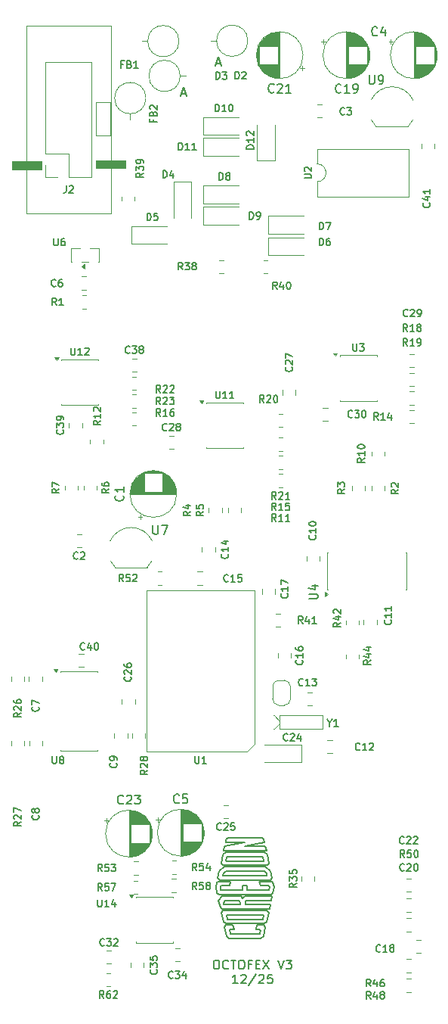
<source format=gbr>
%TF.GenerationSoftware,KiCad,Pcbnew,9.0.6*%
%TF.CreationDate,2025-12-30T09:15:01+01:00*%
%TF.ProjectId,FV1 V3,46563120-5633-42e6-9b69-6361645f7063,rev?*%
%TF.SameCoordinates,Original*%
%TF.FileFunction,Legend,Top*%
%TF.FilePolarity,Positive*%
%FSLAX46Y46*%
G04 Gerber Fmt 4.6, Leading zero omitted, Abs format (unit mm)*
G04 Created by KiCad (PCBNEW 9.0.6) date 2025-12-30 09:15:01*
%MOMM*%
%LPD*%
G01*
G04 APERTURE LIST*
%ADD10C,0.150000*%
%ADD11C,0.120000*%
G04 APERTURE END LIST*
D10*
X166307430Y-136265741D02*
X166485456Y-137095147D01*
X165995692Y-134809240D02*
X166117907Y-134236536D01*
X171906701Y-137657129D02*
X171694311Y-138645957D01*
X168930138Y-135135318D02*
X166631313Y-135135318D01*
X169427007Y-136276464D02*
X169424455Y-136276504D01*
X169421911Y-136276623D01*
X169419377Y-136276822D01*
X169416853Y-136277099D01*
X169414343Y-136277456D01*
X169411846Y-136277890D01*
X169409365Y-136278403D01*
X169406902Y-136278994D01*
X169404459Y-136279662D01*
X169402037Y-136280406D01*
X169399639Y-136281227D01*
X169397266Y-136282123D01*
X169394921Y-136283095D01*
X169392606Y-136284140D01*
X169390323Y-136285258D01*
X169388074Y-136286448D01*
X169385862Y-136287709D01*
X169383689Y-136289040D01*
X169381558Y-136290440D01*
X169379470Y-136291906D01*
X169377427Y-136293438D01*
X169375433Y-136295034D01*
X169373489Y-136296691D01*
X169372537Y-136297543D01*
X169371597Y-136298410D01*
X169370672Y-136299291D01*
X169369760Y-136300187D01*
X169368863Y-136301096D01*
X169367980Y-136302020D01*
X169367112Y-136302957D01*
X169366258Y-136303908D01*
X169365420Y-136304872D01*
X169364596Y-136305849D01*
X169363789Y-136306838D01*
X169362997Y-136307841D01*
X169362221Y-136308854D01*
X169361461Y-136309881D01*
X169360718Y-136310917D01*
X169359991Y-136311967D01*
X169359281Y-136313026D01*
X169358587Y-136314097D01*
X169357912Y-136315178D01*
X169357252Y-136316270D01*
X169356611Y-136317370D01*
X169355987Y-136318482D01*
X169355381Y-136319602D01*
X169354792Y-136320733D01*
X169354221Y-136321871D01*
X169353668Y-136323019D01*
X169353134Y-136324174D01*
X169352618Y-136325340D01*
X169352121Y-136326511D01*
X169351641Y-136327692D01*
X169351181Y-136328878D01*
X169350739Y-136330074D01*
X169350316Y-136331275D01*
X169349912Y-136332485D01*
X169349527Y-136333699D01*
X169349160Y-136334921D01*
X169348814Y-136336148D01*
X169348485Y-136337383D01*
X169348177Y-136338621D01*
X169347887Y-136339867D01*
X169347684Y-136340801D01*
X170608331Y-139048516D02*
X171364098Y-139048516D01*
X166221648Y-133754524D02*
X166414659Y-133994045D01*
X167054672Y-136276464D02*
X166861531Y-136515984D01*
X166216609Y-134157084D02*
X166414659Y-134157084D01*
X169500000Y-135053799D02*
X169500000Y-134646201D01*
X167225592Y-131874148D02*
X171287617Y-131874148D01*
X166973798Y-132526176D02*
X171539282Y-132526176D01*
X170981434Y-134646201D02*
X171916003Y-134646201D01*
X171434120Y-129754768D02*
X171363324Y-129425202D01*
X169500000Y-134646201D02*
X169011658Y-134646201D01*
X167904103Y-139048516D02*
X167148335Y-139048516D01*
X171165919Y-129265780D02*
X171363324Y-129425202D01*
X171960961Y-135070852D02*
X171960297Y-135073416D01*
X171959557Y-135075955D01*
X171958742Y-135078465D01*
X171957853Y-135080946D01*
X171956891Y-135083395D01*
X171955856Y-135085811D01*
X171954750Y-135088191D01*
X171953573Y-135090533D01*
X171952327Y-135092836D01*
X171951013Y-135095097D01*
X171949631Y-135097314D01*
X171948185Y-135099485D01*
X171946674Y-135101608D01*
X171945101Y-135103682D01*
X171944291Y-135104699D01*
X171943467Y-135105703D01*
X171942627Y-135106694D01*
X171941773Y-135107671D01*
X171940905Y-135108634D01*
X171940022Y-135109583D01*
X171939126Y-135110517D01*
X171938215Y-135111437D01*
X171937292Y-135112342D01*
X171936355Y-135113232D01*
X171935405Y-135114106D01*
X171934442Y-135114966D01*
X171933467Y-135115809D01*
X171932480Y-135116637D01*
X171931481Y-135117449D01*
X171930469Y-135118245D01*
X171929447Y-135119023D01*
X171928412Y-135119786D01*
X171927367Y-135120532D01*
X171926311Y-135121261D01*
X171925245Y-135121972D01*
X171924168Y-135122667D01*
X171923081Y-135123344D01*
X171921984Y-135124004D01*
X171920879Y-135124646D01*
X171919762Y-135125271D01*
X171918639Y-135125877D01*
X171917504Y-135126465D01*
X171916363Y-135127035D01*
X171915212Y-135127588D01*
X171914054Y-135128121D01*
X171912887Y-135128637D01*
X171911714Y-135129133D01*
X171910531Y-135129612D01*
X171909343Y-135130071D01*
X171908147Y-135130512D01*
X171906945Y-135130933D01*
X171905735Y-135131336D01*
X171904520Y-135131719D01*
X171903297Y-135132084D01*
X171902071Y-135132430D01*
X171900836Y-135132756D01*
X171899598Y-135133063D01*
X171898352Y-135133351D01*
X171897103Y-135133619D01*
X171895848Y-135133868D01*
X171894589Y-135134097D01*
X171893323Y-135134307D01*
X171892055Y-135134497D01*
X171890781Y-135134668D01*
X171889504Y-135134818D01*
X171888222Y-135134950D01*
X171886937Y-135135061D01*
X171885647Y-135135152D01*
X171884355Y-135135224D01*
X171883057Y-135135276D01*
X171881758Y-135135307D01*
X171880454Y-135135319D01*
X171880346Y-135135319D01*
X169256217Y-130243886D02*
X171539282Y-130243886D01*
X169500000Y-135053799D02*
X169500040Y-135056343D01*
X169500159Y-135058878D01*
X169500357Y-135061402D01*
X169500635Y-135063915D01*
X169500991Y-135066415D01*
X169501425Y-135068900D01*
X169501938Y-135071370D01*
X169502528Y-135073822D01*
X169503195Y-135076256D01*
X169503940Y-135078668D01*
X169504761Y-135081058D01*
X169505658Y-135083424D01*
X169506630Y-135085763D01*
X169507677Y-135088073D01*
X169508797Y-135090354D01*
X169509991Y-135092601D01*
X169511256Y-135094814D01*
X169512592Y-135096990D01*
X169513997Y-135099126D01*
X169515471Y-135101221D01*
X169517011Y-135103271D01*
X169518617Y-135105276D01*
X169520286Y-135107232D01*
X169522017Y-135109137D01*
X169523808Y-135110989D01*
X169525657Y-135112787D01*
X169526603Y-135113664D01*
X169527562Y-135114527D01*
X169528535Y-135115375D01*
X169529521Y-135116207D01*
X169530519Y-135117025D01*
X169531531Y-135117827D01*
X169532554Y-135118613D01*
X169533590Y-135119384D01*
X169534638Y-135120137D01*
X169535697Y-135120875D01*
X169536767Y-135121596D01*
X169537848Y-135122300D01*
X169538939Y-135122987D01*
X169540042Y-135123658D01*
X169541153Y-135124310D01*
X169542275Y-135124945D01*
X169543405Y-135125562D01*
X169544546Y-135126162D01*
X169545694Y-135126743D01*
X169546853Y-135127307D01*
X169548018Y-135127851D01*
X169549192Y-135128378D01*
X169550372Y-135128886D01*
X169551562Y-135129376D01*
X169552757Y-135129846D01*
X169553961Y-135130298D01*
X169555169Y-135130731D01*
X169556385Y-135131145D01*
X169557606Y-135131539D01*
X169558834Y-135131915D01*
X169560066Y-135132270D01*
X169561305Y-135132607D01*
X169562547Y-135132924D01*
X169563796Y-135133222D01*
X169565047Y-135133500D01*
X169566305Y-135133759D01*
X169567565Y-135133998D01*
X169568831Y-135134217D01*
X169570098Y-135134416D01*
X169571371Y-135134596D01*
X169572644Y-135134756D01*
X169573924Y-135134896D01*
X169575203Y-135135016D01*
X169576488Y-135135116D01*
X169577773Y-135135196D01*
X169579062Y-135135256D01*
X169580352Y-135135296D01*
X169581645Y-135135316D01*
X169582295Y-135135319D01*
X170503944Y-139537634D02*
X170902887Y-139537634D01*
X166798615Y-137417608D02*
X166605603Y-137657129D01*
X167148981Y-129425202D02*
X167346385Y-129265780D01*
X172097646Y-134157084D02*
X172295825Y-134157084D01*
X166414659Y-133994045D02*
X172097646Y-133994045D01*
X171690177Y-133282719D02*
X171689741Y-133281240D01*
X171689286Y-133279769D01*
X171688818Y-133278322D01*
X171688331Y-133276883D01*
X171687831Y-133275470D01*
X171687313Y-133274066D01*
X171686783Y-133272687D01*
X171686235Y-133271318D01*
X171685676Y-133269974D01*
X171685099Y-133268641D01*
X171684511Y-133267333D01*
X171683906Y-133266036D01*
X171683291Y-133264765D01*
X171682658Y-133263504D01*
X171682016Y-133262270D01*
X171681357Y-133261047D01*
X171680689Y-133259849D01*
X171680005Y-133258663D01*
X171679312Y-133257503D01*
X171678602Y-133256355D01*
X171677885Y-133255232D01*
X171677151Y-133254121D01*
X171676409Y-133253035D01*
X171675652Y-133251961D01*
X171674887Y-133250912D01*
X171674107Y-133249876D01*
X171673319Y-133248864D01*
X171672516Y-133247864D01*
X171671707Y-133246889D01*
X171670882Y-133245926D01*
X171670050Y-133244987D01*
X171669203Y-133244061D01*
X171668350Y-133243158D01*
X171667482Y-133242269D01*
X171666607Y-133241402D01*
X171665718Y-133240548D01*
X171664822Y-133239716D01*
X171663912Y-133238899D01*
X171662995Y-133238102D01*
X171662064Y-133237320D01*
X171661496Y-133236856D01*
X171434120Y-130895913D02*
X171729451Y-131134788D01*
X166117907Y-134236536D02*
X166216609Y-134157084D01*
X166858689Y-133502214D02*
X166859872Y-133502493D01*
X166861051Y-133502751D01*
X166863408Y-133503204D01*
X166865763Y-133503577D01*
X166868124Y-133503870D01*
X166870495Y-133504085D01*
X166872884Y-133504221D01*
X166875295Y-133504279D01*
X166875871Y-133504281D01*
X166551989Y-135070852D02*
X166499021Y-134826423D01*
X166499021Y-134792058D02*
X166516978Y-134710539D01*
X166135865Y-135464885D02*
X166333269Y-135624307D01*
X166954548Y-139287390D02*
X167148335Y-139048516D01*
X167148335Y-138885477D02*
X171364098Y-138885477D01*
X172013413Y-134826423D02*
X172013655Y-134825019D01*
X172013877Y-134823617D01*
X172014077Y-134822221D01*
X172014257Y-134820827D01*
X172014416Y-134819438D01*
X172014555Y-134818049D01*
X172014673Y-134816665D01*
X172014771Y-134815281D01*
X172014849Y-134813901D01*
X172014907Y-134812520D01*
X172014944Y-134811142D01*
X172014962Y-134809764D01*
X172014937Y-134807009D01*
X172014832Y-134804253D01*
X172014647Y-134801493D01*
X172014381Y-134798726D01*
X172014034Y-134795949D01*
X172013605Y-134793160D01*
X172013413Y-134792058D01*
X167145493Y-131775446D02*
X167144998Y-131777998D01*
X167144583Y-131780555D01*
X167144248Y-131783114D01*
X167143994Y-131785674D01*
X167143819Y-131788235D01*
X167143725Y-131790794D01*
X167143710Y-131793350D01*
X167143775Y-131795902D01*
X167143919Y-131798448D01*
X167144143Y-131800986D01*
X167144446Y-131803515D01*
X167144828Y-131806032D01*
X167145288Y-131808537D01*
X167145827Y-131811025D01*
X167146444Y-131813497D01*
X167147138Y-131815949D01*
X167147909Y-131818379D01*
X167148756Y-131820785D01*
X167149678Y-131823166D01*
X167150675Y-131825518D01*
X167151746Y-131827839D01*
X167152890Y-131830128D01*
X167154106Y-131832381D01*
X167155392Y-131834597D01*
X167156747Y-131836773D01*
X167158171Y-131838906D01*
X167158908Y-131839957D01*
X167159661Y-131840996D01*
X167160430Y-131842023D01*
X167161216Y-131843039D01*
X167162017Y-131844042D01*
X167162835Y-131845033D01*
X167163667Y-131846011D01*
X167164515Y-131846977D01*
X167165378Y-131847929D01*
X167166256Y-131848868D01*
X167167149Y-131849792D01*
X167168056Y-131850704D01*
X167168977Y-131851601D01*
X167169913Y-131852484D01*
X167170861Y-131853352D01*
X167171824Y-131854206D01*
X167172800Y-131855044D01*
X167173789Y-131855867D01*
X167174790Y-131856675D01*
X167175806Y-131857468D01*
X167176832Y-131858244D01*
X167177872Y-131859005D01*
X167178922Y-131859750D01*
X167179986Y-131860479D01*
X167181060Y-131861190D01*
X167182146Y-131861886D01*
X167183243Y-131862565D01*
X167184351Y-131863227D01*
X167185469Y-131863872D01*
X167186599Y-131864500D01*
X167187737Y-131865110D01*
X167188887Y-131865704D01*
X167190045Y-131866279D01*
X167191215Y-131866838D01*
X167192392Y-131867378D01*
X167193581Y-131867901D01*
X167194776Y-131868405D01*
X167195983Y-131868892D01*
X167197196Y-131869360D01*
X167198420Y-131869810D01*
X167199650Y-131870242D01*
X167200890Y-131870656D01*
X167202136Y-131871050D01*
X167203392Y-131871427D01*
X167204654Y-131871784D01*
X167205925Y-131872123D01*
X167208409Y-131872727D01*
X167635902Y-134157084D02*
X167530870Y-134646201D01*
X166782207Y-131134788D02*
X167078313Y-130895913D01*
X171434120Y-130895913D02*
X167078313Y-130895913D01*
X170982985Y-139636206D02*
X170912963Y-139962285D01*
X170503944Y-139537634D02*
X170608331Y-139048516D01*
X171557885Y-139287390D02*
X171345495Y-140276220D01*
X171712914Y-137254570D02*
X171993259Y-137254570D01*
X166981033Y-136765452D02*
X166978435Y-136765412D01*
X166975849Y-136765293D01*
X166973274Y-136765094D01*
X166970714Y-136764817D01*
X166968168Y-136764461D01*
X166965640Y-136764028D01*
X166963131Y-136763516D01*
X166960642Y-136762928D01*
X166958176Y-136762262D01*
X166955734Y-136761521D01*
X166953318Y-136760704D01*
X166950930Y-136759813D01*
X166948572Y-136758847D01*
X166946245Y-136757808D01*
X166943953Y-136756697D01*
X166941697Y-136755515D01*
X166939479Y-136754263D01*
X166937302Y-136752941D01*
X166935166Y-136751552D01*
X166933075Y-136750096D01*
X166931030Y-136748575D01*
X166929033Y-136746989D01*
X166928053Y-136746174D01*
X166927086Y-136745342D01*
X166926133Y-136744496D01*
X166925192Y-136743634D01*
X166924265Y-136742758D01*
X166923351Y-136741866D01*
X166922451Y-136740961D01*
X166921566Y-136740041D01*
X166920695Y-136739108D01*
X166919838Y-136738161D01*
X166918996Y-136737200D01*
X166918169Y-136736225D01*
X166917357Y-136735239D01*
X166916561Y-136734238D01*
X166915780Y-136733225D01*
X166915014Y-136732200D01*
X166914265Y-136731163D01*
X166913532Y-136730112D01*
X166912815Y-136729052D01*
X166912114Y-136727978D01*
X166911430Y-136726894D01*
X166910762Y-136725798D01*
X166910111Y-136724692D01*
X166909477Y-136723575D01*
X166908861Y-136722448D01*
X166908261Y-136721309D01*
X166907679Y-136720162D01*
X166907114Y-136719003D01*
X166906568Y-136717837D01*
X166906038Y-136716659D01*
X166905527Y-136715474D01*
X166905033Y-136714278D01*
X166904558Y-136713074D01*
X166904100Y-136711861D01*
X166903662Y-136710641D01*
X166903241Y-136709410D01*
X166902839Y-136708174D01*
X166902455Y-136706927D01*
X166902090Y-136705675D01*
X166901743Y-136704413D01*
X166901416Y-136703146D01*
X166901107Y-136701870D01*
X166900934Y-136701115D01*
X167153374Y-133015293D02*
X167152094Y-133015303D01*
X167150817Y-133015333D01*
X167149541Y-133015383D01*
X167148268Y-133015453D01*
X167146998Y-133015542D01*
X167145731Y-133015652D01*
X167144466Y-133015781D01*
X167143204Y-133015930D01*
X167141946Y-133016099D01*
X167140692Y-133016288D01*
X167139441Y-133016496D01*
X167138193Y-133016724D01*
X167136950Y-133016971D01*
X167135712Y-133017238D01*
X167134477Y-133017524D01*
X167133247Y-133017830D01*
X167132022Y-133018156D01*
X167130802Y-133018500D01*
X167129588Y-133018864D01*
X167128378Y-133019248D01*
X167127174Y-133019650D01*
X167125976Y-133020072D01*
X167124784Y-133020513D01*
X167123597Y-133020973D01*
X167122417Y-133021452D01*
X167121243Y-133021950D01*
X167120076Y-133022467D01*
X167118916Y-133023003D01*
X167117763Y-133023558D01*
X167116616Y-133024131D01*
X167115478Y-133024723D01*
X167114346Y-133025334D01*
X167113222Y-133025964D01*
X167112106Y-133026612D01*
X167110998Y-133027279D01*
X167109899Y-133027964D01*
X167108807Y-133028667D01*
X167107724Y-133029389D01*
X167106650Y-133030129D01*
X167105584Y-133030888D01*
X167104528Y-133031664D01*
X167103481Y-133032459D01*
X167101826Y-133033767D01*
X171364098Y-138885477D02*
X171398980Y-138885477D01*
X166631313Y-135135319D02*
X166628759Y-135135279D01*
X166626213Y-135135160D01*
X166623678Y-135134961D01*
X166621155Y-135134684D01*
X166618645Y-135134328D01*
X166616150Y-135133893D01*
X166613671Y-135133381D01*
X166611210Y-135132791D01*
X166608769Y-135132124D01*
X166606350Y-135131380D01*
X166603955Y-135130560D01*
X166601586Y-135129664D01*
X166599244Y-135128694D01*
X166596933Y-135127650D01*
X166594653Y-135126532D01*
X166592408Y-135125343D01*
X166590199Y-135124083D01*
X166588029Y-135122752D01*
X166585901Y-135121354D01*
X166583815Y-135119888D01*
X166581775Y-135118356D01*
X166579783Y-135116760D01*
X166577840Y-135115102D01*
X166575950Y-135113383D01*
X166575025Y-135112501D01*
X166574114Y-135111605D01*
X166573217Y-135110695D01*
X166572334Y-135109770D01*
X166571465Y-135108832D01*
X166570612Y-135107881D01*
X166569773Y-135106916D01*
X166568950Y-135105938D01*
X166568142Y-135104947D01*
X166567350Y-135103944D01*
X166566574Y-135102929D01*
X166565813Y-135101901D01*
X166565069Y-135100862D01*
X166564341Y-135099812D01*
X166563631Y-135098750D01*
X166562936Y-135097677D01*
X166562259Y-135096595D01*
X166561599Y-135095501D01*
X166560957Y-135094398D01*
X166560331Y-135093283D01*
X166559724Y-135092161D01*
X166559134Y-135091028D01*
X166558562Y-135089887D01*
X166558008Y-135088736D01*
X166557473Y-135087578D01*
X166556955Y-135086410D01*
X166556456Y-135085236D01*
X166555975Y-135084052D01*
X166555513Y-135082863D01*
X166555070Y-135081664D01*
X166554646Y-135080460D01*
X166554239Y-135079247D01*
X166553853Y-135078030D01*
X166553485Y-135076804D01*
X166553137Y-135075574D01*
X166552807Y-135074336D01*
X166552497Y-135073094D01*
X166552206Y-135071844D01*
X166551989Y-135070852D01*
X171398980Y-138885477D02*
X171694311Y-138645957D01*
X166570593Y-132124392D02*
X166764379Y-132363136D01*
X171366941Y-131775446D02*
X171367246Y-131776833D01*
X171367529Y-131778221D01*
X171367779Y-131779547D01*
X171368008Y-131780874D01*
X171368208Y-131782151D01*
X171368387Y-131783430D01*
X171368540Y-131784668D01*
X171368673Y-131785908D01*
X171368781Y-131787114D01*
X171368869Y-131788322D01*
X171368934Y-131789502D01*
X171368979Y-131790685D01*
X171369008Y-131792629D01*
X166570593Y-132124392D02*
X166782983Y-131135433D01*
X168767100Y-135787346D02*
X166694229Y-135787346D01*
X166307430Y-136265741D02*
X166694229Y-135787346D01*
X169277662Y-136666750D02*
X169347684Y-136340801D01*
X172295825Y-134157084D02*
X172393752Y-134236536D01*
X171261779Y-138331377D02*
X171261226Y-138333879D01*
X171260597Y-138336355D01*
X171259893Y-138338804D01*
X171259115Y-138341223D01*
X171258263Y-138343611D01*
X171257338Y-138345968D01*
X171256340Y-138348291D01*
X171255271Y-138350579D01*
X171254130Y-138352830D01*
X171252920Y-138355043D01*
X171251641Y-138357216D01*
X171250293Y-138359347D01*
X171248879Y-138361435D01*
X171247399Y-138363478D01*
X171245855Y-138365473D01*
X171244248Y-138367419D01*
X171242579Y-138369315D01*
X171240850Y-138371157D01*
X171239063Y-138372946D01*
X171237219Y-138374678D01*
X171235320Y-138376352D01*
X171233368Y-138377966D01*
X171231364Y-138379519D01*
X171230344Y-138380272D01*
X171229312Y-138381008D01*
X171228268Y-138381729D01*
X171227212Y-138382433D01*
X171226145Y-138383121D01*
X171225067Y-138383792D01*
X171223979Y-138384446D01*
X171222880Y-138385084D01*
X171221771Y-138385703D01*
X171220651Y-138386306D01*
X171219523Y-138386891D01*
X171218384Y-138387458D01*
X171217238Y-138388007D01*
X171216081Y-138388539D01*
X171214917Y-138389052D01*
X171213744Y-138389547D01*
X171212563Y-138390024D01*
X171211374Y-138390482D01*
X171210179Y-138390921D01*
X171208975Y-138391342D01*
X171207765Y-138391744D01*
X171206548Y-138392128D01*
X171205325Y-138392491D01*
X171204095Y-138392837D01*
X171202861Y-138393162D01*
X171201619Y-138393469D01*
X171200373Y-138393756D01*
X171199121Y-138394024D01*
X171197866Y-138394272D01*
X171196604Y-138394501D01*
X171195340Y-138394710D01*
X171194070Y-138394900D01*
X171192797Y-138395070D01*
X171191520Y-138395220D01*
X171190240Y-138395350D01*
X171188955Y-138395461D01*
X171187670Y-138395551D01*
X171186379Y-138395622D01*
X171185088Y-138395673D01*
X171183793Y-138395703D01*
X171182456Y-138395714D01*
X169011658Y-135053799D02*
X169011658Y-134646201D01*
X171434120Y-129754768D02*
X169256217Y-130243886D01*
X168746300Y-136666750D02*
X168676278Y-136340801D01*
X167462916Y-140515740D02*
X171050164Y-140515740D01*
X171690177Y-133282719D02*
X171716532Y-133406355D01*
X171748830Y-132363136D02*
X171941841Y-132124392D01*
X168009264Y-139537634D02*
X167609548Y-139537634D01*
X167166939Y-140276220D02*
X166955324Y-139287390D01*
X167113324Y-138885477D02*
X167148335Y-138885477D01*
X166796548Y-133405708D02*
X166823032Y-133282719D01*
X168596180Y-136276464D02*
X168598741Y-136276504D01*
X168601297Y-136276623D01*
X168603845Y-136276822D01*
X168606384Y-136277100D01*
X168608912Y-136277457D01*
X168611428Y-136277892D01*
X168613930Y-136278406D01*
X168616415Y-136278998D01*
X168618881Y-136279667D01*
X168621327Y-136280414D01*
X168623751Y-136281237D01*
X168626149Y-136282136D01*
X168628520Y-136283110D01*
X168630862Y-136284157D01*
X168633171Y-136285278D01*
X168635447Y-136286471D01*
X168637685Y-136287735D01*
X168639884Y-136289069D01*
X168642041Y-136290470D01*
X168644153Y-136291938D01*
X168646220Y-136293471D01*
X168648237Y-136295067D01*
X168649226Y-136295888D01*
X168650203Y-136296725D01*
X168651166Y-136297576D01*
X168652115Y-136298442D01*
X168653051Y-136299322D01*
X168653972Y-136300217D01*
X168654879Y-136301125D01*
X168655771Y-136302047D01*
X168656648Y-136302982D01*
X168657511Y-136303931D01*
X168658357Y-136304892D01*
X168659189Y-136305866D01*
X168660004Y-136306851D01*
X168660803Y-136307850D01*
X168661586Y-136308859D01*
X168662353Y-136309881D01*
X168663102Y-136310913D01*
X168663835Y-136311957D01*
X168664551Y-136313010D01*
X168665250Y-136314076D01*
X168665931Y-136315149D01*
X168666595Y-136316235D01*
X168667241Y-136317328D01*
X168667870Y-136318432D01*
X168668480Y-136319544D01*
X168669073Y-136320666D01*
X168669647Y-136321795D01*
X168670204Y-136322934D01*
X168670741Y-136324079D01*
X168671261Y-136325234D01*
X168671761Y-136326394D01*
X168672243Y-136327564D01*
X168672705Y-136328739D01*
X168673150Y-136329923D01*
X168673575Y-136331111D01*
X168673981Y-136332308D01*
X168674368Y-136333509D01*
X168674736Y-136334718D01*
X168675085Y-136335930D01*
X168675415Y-136337151D01*
X168675724Y-136338375D01*
X168676015Y-136339606D01*
X168676278Y-136340801D01*
X169427007Y-136276464D02*
X172202807Y-136276464D01*
X166682859Y-137254570D02*
X171712914Y-137254570D01*
X166973798Y-130243886D02*
X169256217Y-129754768D01*
X169011658Y-136031904D02*
X169256217Y-135787346D01*
X166868766Y-130732874D02*
X171434120Y-130732874D01*
X171296919Y-131449368D02*
X171366941Y-131775446D01*
X166850808Y-133236856D02*
X166848891Y-133238459D01*
X166847020Y-133240126D01*
X166845199Y-133241857D01*
X166843430Y-133243648D01*
X166841716Y-133245497D01*
X166840059Y-133247402D01*
X166838462Y-133249361D01*
X166836926Y-133251370D01*
X166836183Y-133252392D01*
X166835455Y-133253426D01*
X166834745Y-133254471D01*
X166834051Y-133255527D01*
X166833374Y-133256593D01*
X166832715Y-133257670D01*
X166832073Y-133258755D01*
X166831449Y-133259851D01*
X166830843Y-133260954D01*
X166830255Y-133262067D01*
X166829686Y-133263187D01*
X166829135Y-133264316D01*
X166828604Y-133265450D01*
X166828090Y-133266593D01*
X166827597Y-133267741D01*
X166827121Y-133268896D01*
X166826666Y-133270055D01*
X166826230Y-133271222D01*
X166825814Y-133272392D01*
X166825417Y-133273568D01*
X166825041Y-133274746D01*
X166824683Y-133275930D01*
X166824346Y-133277115D01*
X166824029Y-133278306D01*
X166823732Y-133279497D01*
X166823455Y-133280694D01*
X166823032Y-133282719D01*
X169277663Y-136666750D02*
X169277162Y-136669338D01*
X169276742Y-136671928D01*
X169276401Y-136674521D01*
X169276141Y-136677114D01*
X169275962Y-136679706D01*
X169275862Y-136682295D01*
X169275842Y-136684880D01*
X169275902Y-136687459D01*
X169276041Y-136690030D01*
X169276260Y-136692592D01*
X169276557Y-136695142D01*
X169276934Y-136697679D01*
X169277388Y-136700201D01*
X169277921Y-136702705D01*
X169278531Y-136705190D01*
X169279218Y-136707653D01*
X169279981Y-136710093D01*
X169280820Y-136712506D01*
X169281733Y-136714891D01*
X169282721Y-136717246D01*
X169283781Y-136719568D01*
X169284913Y-136721855D01*
X169286116Y-136724105D01*
X169287388Y-136726315D01*
X169288050Y-136727405D01*
X169288729Y-136728484D01*
X169289424Y-136729552D01*
X169290136Y-136730608D01*
X169290865Y-136731654D01*
X169291610Y-136732687D01*
X169292370Y-136733709D01*
X169293147Y-136734719D01*
X169293939Y-136735715D01*
X169294747Y-136736700D01*
X169295570Y-136737671D01*
X169296408Y-136738629D01*
X169297261Y-136739574D01*
X169298129Y-136740505D01*
X169299010Y-136741422D01*
X169299907Y-136742325D01*
X169300817Y-136743214D01*
X169301742Y-136744089D01*
X169302679Y-136744948D01*
X169303631Y-136745793D01*
X169304595Y-136746622D01*
X169305573Y-136747437D01*
X169306563Y-136748236D01*
X169307567Y-136749020D01*
X169308581Y-136749787D01*
X169309610Y-136750539D01*
X169310648Y-136751275D01*
X169311701Y-136751995D01*
X169312763Y-136752697D01*
X169313838Y-136753384D01*
X169314923Y-136754054D01*
X169316020Y-136754707D01*
X169317126Y-136755343D01*
X169318245Y-136755963D01*
X169319373Y-136756564D01*
X169320512Y-136757149D01*
X169321660Y-136757716D01*
X169322819Y-136758267D01*
X169323987Y-136758798D01*
X169325165Y-136759313D01*
X169326352Y-136759810D01*
X169327549Y-136760289D01*
X169328753Y-136760749D01*
X169329969Y-136761192D01*
X169331191Y-136761616D01*
X169332423Y-136762023D01*
X169333662Y-136762410D01*
X169334912Y-136762780D01*
X169336167Y-136763131D01*
X169337432Y-136763463D01*
X169339804Y-136764031D01*
X170877048Y-134157084D02*
X172097646Y-134157084D01*
X171165919Y-129265780D02*
X167346385Y-129265780D01*
X172013413Y-134792058D02*
X171996101Y-134710539D01*
X171557885Y-139287390D02*
X171364098Y-139048516D01*
X166817994Y-138645957D02*
X166605603Y-137657129D01*
X166499021Y-134792058D02*
X166498779Y-134793462D01*
X166498557Y-134794864D01*
X166498357Y-134796260D01*
X166498177Y-134797654D01*
X166498018Y-134799043D01*
X166497879Y-134800432D01*
X166497761Y-134801816D01*
X166497663Y-134803200D01*
X166497585Y-134804580D01*
X166497527Y-134805961D01*
X166497490Y-134807339D01*
X166497472Y-134808717D01*
X166497497Y-134811472D01*
X166497602Y-134814228D01*
X166497787Y-134816988D01*
X166498053Y-134819755D01*
X166498400Y-134822532D01*
X166498829Y-134825321D01*
X166499021Y-134826423D01*
X171643668Y-130732874D02*
X171539282Y-130243886D01*
X171410607Y-133033767D02*
X171661497Y-133236855D01*
X171252477Y-137906597D02*
X171253589Y-137906607D01*
X171254691Y-137906637D01*
X171256887Y-137906755D01*
X171259116Y-137906955D01*
X171261437Y-137907243D01*
X171263924Y-137907631D01*
X171266681Y-137908141D01*
X171269789Y-137908793D01*
X167153373Y-133015293D02*
X171359189Y-133015293D01*
X166796548Y-133406354D02*
X166796052Y-133408910D01*
X166795637Y-133411469D01*
X166795302Y-133414029D01*
X166795047Y-133416589D01*
X166794872Y-133419147D01*
X166794778Y-133421702D01*
X166794763Y-133424254D01*
X166794828Y-133426799D01*
X166794973Y-133429337D01*
X166795196Y-133431865D01*
X166795499Y-133434383D01*
X166795880Y-133436887D01*
X166796340Y-133439378D01*
X166796878Y-133441851D01*
X166797494Y-133444306D01*
X166798186Y-133446740D01*
X166798955Y-133449151D01*
X166799800Y-133451537D01*
X166800719Y-133453895D01*
X166801713Y-133456224D01*
X166802780Y-133458521D01*
X166803919Y-133460784D01*
X166805130Y-133463011D01*
X166806410Y-133465199D01*
X166807759Y-133467345D01*
X166809175Y-133469449D01*
X166809908Y-133470484D01*
X166810657Y-133471507D01*
X166811423Y-133472518D01*
X166812204Y-133473518D01*
X166813001Y-133474504D01*
X166813813Y-133475479D01*
X166814640Y-133476440D01*
X166815483Y-133477388D01*
X166816340Y-133478322D01*
X166817213Y-133479243D01*
X166818099Y-133480150D01*
X166819000Y-133481043D01*
X166819914Y-133481921D01*
X166820843Y-133482785D01*
X166821784Y-133483634D01*
X166822740Y-133484468D01*
X166823708Y-133485287D01*
X166824689Y-133486091D01*
X166825683Y-133486878D01*
X166826689Y-133487651D01*
X166827707Y-133488407D01*
X166828737Y-133489147D01*
X166829779Y-133489870D01*
X166830832Y-133490578D01*
X166831896Y-133491268D01*
X166832972Y-133491943D01*
X166834058Y-133492599D01*
X166835155Y-133493240D01*
X166836262Y-133493862D01*
X166837380Y-133494468D01*
X166838506Y-133495055D01*
X166839644Y-133495626D01*
X166840790Y-133496178D01*
X166841946Y-133496714D01*
X166843110Y-133497230D01*
X166844285Y-133497730D01*
X166845466Y-133498210D01*
X166846658Y-133498673D01*
X166847856Y-133499117D01*
X166849065Y-133499544D01*
X166850279Y-133499951D01*
X166851503Y-133500340D01*
X166852733Y-133500710D01*
X166853972Y-133501062D01*
X166855216Y-133501394D01*
X166856470Y-133501708D01*
X166858689Y-133502214D01*
X169011658Y-136031904D02*
X168767100Y-135787346D01*
X167260603Y-137906596D02*
X171252477Y-137906596D01*
X166973798Y-130243886D02*
X166868766Y-130732874D01*
X168930139Y-135135319D02*
X168932712Y-135135279D01*
X168935275Y-135135160D01*
X168937826Y-135134962D01*
X168940364Y-135134685D01*
X168942887Y-135134329D01*
X168945394Y-135133895D01*
X168947884Y-135133383D01*
X168950355Y-135132794D01*
X168952805Y-135132129D01*
X168955232Y-135131386D01*
X168957635Y-135130568D01*
X168960012Y-135129674D01*
X168962361Y-135128706D01*
X168964680Y-135127664D01*
X168966966Y-135126549D01*
X168969218Y-135125362D01*
X168971434Y-135124104D01*
X168973611Y-135122776D01*
X168975747Y-135121379D01*
X168977840Y-135119915D01*
X168979888Y-135118386D01*
X168981888Y-135116792D01*
X168983839Y-135115135D01*
X168985737Y-135113418D01*
X168987582Y-135111642D01*
X168989371Y-135109808D01*
X168990244Y-135108871D01*
X168991102Y-135107920D01*
X168991945Y-135106955D01*
X168992773Y-135105978D01*
X168993585Y-135104988D01*
X168994382Y-135103985D01*
X168995163Y-135102971D01*
X168995928Y-135101944D01*
X168996676Y-135100906D01*
X168997409Y-135099856D01*
X168998124Y-135098796D01*
X168998823Y-135097724D01*
X168999504Y-135096642D01*
X169000168Y-135095549D01*
X169000815Y-135094447D01*
X169001444Y-135093335D01*
X169002056Y-135092214D01*
X169002650Y-135091083D01*
X169003225Y-135089944D01*
X169003783Y-135088795D01*
X169004322Y-135087640D01*
X169004843Y-135086475D01*
X169005345Y-135085303D01*
X169005830Y-135084123D01*
X169006294Y-135082937D01*
X169006741Y-135081742D01*
X169007168Y-135080542D01*
X169007577Y-135079334D01*
X169007966Y-135078122D01*
X169008337Y-135076902D01*
X169008687Y-135075678D01*
X169009019Y-135074446D01*
X169009331Y-135073211D01*
X169009624Y-135071969D01*
X169009898Y-135070724D01*
X169010152Y-135069473D01*
X169010386Y-135068219D01*
X169010601Y-135066959D01*
X169010795Y-135065697D01*
X169010971Y-135064429D01*
X169011126Y-135063160D01*
X169011262Y-135061885D01*
X169011377Y-135060609D01*
X169011473Y-135059328D01*
X169011549Y-135058046D01*
X169011605Y-135056759D01*
X169011641Y-135055472D01*
X169011657Y-135054180D01*
X169011658Y-135053799D01*
X166414659Y-134157084D02*
X167635902Y-134157084D01*
X171410607Y-133033767D02*
X171409627Y-133032958D01*
X171408638Y-133032166D01*
X171407638Y-133031392D01*
X171406628Y-133030636D01*
X171405608Y-133029896D01*
X171404579Y-133029175D01*
X171403540Y-133028471D01*
X171402491Y-133027785D01*
X171401433Y-133027117D01*
X171400366Y-133026466D01*
X171398204Y-133025218D01*
X171396006Y-133024042D01*
X171393773Y-133022937D01*
X171391507Y-133021905D01*
X171389207Y-133020946D01*
X171386875Y-133020060D01*
X171384512Y-133019247D01*
X171382118Y-133018509D01*
X171379696Y-133017846D01*
X171377245Y-133017257D01*
X171374767Y-133016745D01*
X171372262Y-133016309D01*
X171369733Y-133015949D01*
X171367179Y-133015668D01*
X171364602Y-133015464D01*
X171362003Y-133015339D01*
X171359384Y-133015293D01*
X171359189Y-133015293D01*
X166333269Y-135624307D02*
X172179036Y-135624307D01*
X166596302Y-134646201D02*
X166593761Y-134646241D01*
X166591224Y-134646360D01*
X166588694Y-134646559D01*
X166586171Y-134646837D01*
X166583659Y-134647195D01*
X166581159Y-134647631D01*
X166578673Y-134648145D01*
X166576203Y-134648738D01*
X166573751Y-134649408D01*
X166571320Y-134650155D01*
X166568912Y-134650979D01*
X166566529Y-134651878D01*
X166564173Y-134652853D01*
X166561848Y-134653901D01*
X166559556Y-134655022D01*
X166557298Y-134656215D01*
X166555078Y-134657479D01*
X166552898Y-134658812D01*
X166550761Y-134660212D01*
X166548668Y-134661679D01*
X166547639Y-134662437D01*
X166546622Y-134663211D01*
X166545618Y-134664000D01*
X166544626Y-134664805D01*
X166543647Y-134665626D01*
X166542681Y-134666461D01*
X166541729Y-134667311D01*
X166540790Y-134668176D01*
X166539866Y-134669055D01*
X166538955Y-134669949D01*
X166538060Y-134670856D01*
X166537178Y-134671777D01*
X166536312Y-134672711D01*
X166535460Y-134673659D01*
X166534625Y-134674618D01*
X166533804Y-134675592D01*
X166532999Y-134676577D01*
X166532210Y-134677575D01*
X166531438Y-134678584D01*
X166530681Y-134679606D01*
X166529942Y-134680637D01*
X166529219Y-134681682D01*
X166528513Y-134682736D01*
X166527823Y-134683802D01*
X166527151Y-134684877D01*
X166526496Y-134685963D01*
X166525859Y-134687058D01*
X166525239Y-134688165D01*
X166524637Y-134689279D01*
X166524052Y-134690404D01*
X166523486Y-134691537D01*
X166522937Y-134692680D01*
X166522408Y-134693830D01*
X166521895Y-134694990D01*
X166521402Y-134696157D01*
X166520926Y-134697333D01*
X166520470Y-134698515D01*
X166520031Y-134699707D01*
X166519612Y-134700904D01*
X166519211Y-134702111D01*
X166518830Y-134703322D01*
X166518466Y-134704542D01*
X166518123Y-134705767D01*
X166517797Y-134707001D01*
X166517492Y-134708238D01*
X166517205Y-134709484D01*
X166516978Y-134710538D01*
X168747850Y-136683932D02*
X168747812Y-136681695D01*
X168747694Y-136679291D01*
X168747488Y-136676654D01*
X168747179Y-136673661D01*
X168746732Y-136670017D01*
X168746350Y-136667126D01*
X168746300Y-136666750D01*
X169356986Y-136765452D02*
X172097646Y-136765452D01*
X167054672Y-136276464D02*
X168596180Y-136276464D01*
X171369008Y-131792629D02*
X171368968Y-131795200D01*
X171368849Y-131797761D01*
X171368651Y-131800310D01*
X171368373Y-131802847D01*
X171368018Y-131805370D01*
X171367584Y-131807877D01*
X171367072Y-131810368D01*
X171366482Y-131812839D01*
X171365816Y-131815291D01*
X171365073Y-131817720D01*
X171364254Y-131820125D01*
X171363360Y-131822504D01*
X171362391Y-131824855D01*
X171361348Y-131827176D01*
X171360232Y-131829465D01*
X171359044Y-131831719D01*
X171357785Y-131833937D01*
X171356456Y-131836116D01*
X171355059Y-131838255D01*
X171353594Y-131840350D01*
X171352064Y-131842400D01*
X171350470Y-131844402D01*
X171348813Y-131846354D01*
X171347095Y-131848254D01*
X171345319Y-131850100D01*
X171344409Y-131851002D01*
X171343486Y-131851890D01*
X171342548Y-131852763D01*
X171341597Y-131853622D01*
X171340634Y-131854465D01*
X171339657Y-131855293D01*
X171338667Y-131856106D01*
X171337665Y-131856903D01*
X171336651Y-131857683D01*
X171335625Y-131858448D01*
X171334588Y-131859196D01*
X171333538Y-131859929D01*
X171332479Y-131860643D01*
X171331408Y-131861342D01*
X171330328Y-131862023D01*
X171329236Y-131862687D01*
X171328135Y-131863333D01*
X171327024Y-131863962D01*
X171325904Y-131864573D01*
X171324775Y-131865166D01*
X171323637Y-131865741D01*
X171322490Y-131866298D01*
X171321336Y-131866837D01*
X171320173Y-131867357D01*
X171319003Y-131867859D01*
X171317825Y-131868342D01*
X171316641Y-131868806D01*
X171315448Y-131869252D01*
X171314250Y-131869678D01*
X171313044Y-131870086D01*
X171311834Y-131870474D01*
X171310616Y-131870844D01*
X171309394Y-131871194D01*
X171308164Y-131871525D01*
X171306932Y-131871836D01*
X171305692Y-131872128D01*
X171304450Y-131872400D01*
X171303200Y-131872653D01*
X171301949Y-131872887D01*
X171300691Y-131873100D01*
X171299432Y-131873294D01*
X171298166Y-131873469D01*
X171296899Y-131873623D01*
X171295626Y-131873758D01*
X171294353Y-131873872D01*
X171293074Y-131873967D01*
X171291794Y-131874042D01*
X171290509Y-131874097D01*
X171289225Y-131874132D01*
X171287935Y-131874147D01*
X171287617Y-131874148D01*
X167609547Y-139537634D02*
X167606969Y-139537674D01*
X167604402Y-139537793D01*
X167601847Y-139537991D01*
X167599306Y-139538268D01*
X167596779Y-139538624D01*
X167594268Y-139539058D01*
X167591776Y-139539569D01*
X167589303Y-139540158D01*
X167586850Y-139540824D01*
X167584421Y-139541566D01*
X167582016Y-139542384D01*
X167579638Y-139543277D01*
X167577288Y-139544244D01*
X167574969Y-139545285D01*
X167572683Y-139546399D01*
X167570431Y-139547585D01*
X167568215Y-139548842D01*
X167566039Y-139550169D01*
X167563904Y-139551564D01*
X167561812Y-139553026D01*
X167559765Y-139554554D01*
X167557767Y-139556145D01*
X167555818Y-139557800D01*
X167553921Y-139559515D01*
X167552078Y-139561289D01*
X167551177Y-139562197D01*
X167550291Y-139563120D01*
X167549419Y-139564056D01*
X167548562Y-139565006D01*
X167547720Y-139565969D01*
X167546893Y-139566945D01*
X167546082Y-139567934D01*
X167545286Y-139568935D01*
X167544507Y-139569948D01*
X167543743Y-139570974D01*
X167542995Y-139572011D01*
X167542264Y-139573060D01*
X167541550Y-139574119D01*
X167540852Y-139575190D01*
X167540172Y-139576270D01*
X167539508Y-139577362D01*
X167538863Y-139578463D01*
X167538234Y-139579575D01*
X167537624Y-139580695D01*
X167537030Y-139581825D01*
X167536456Y-139582963D01*
X167535898Y-139584111D01*
X167535360Y-139585266D01*
X167534839Y-139586431D01*
X167534338Y-139587602D01*
X167533854Y-139588782D01*
X167533390Y-139589968D01*
X167532944Y-139591163D01*
X167532517Y-139592362D01*
X167532109Y-139593571D01*
X167531720Y-139594783D01*
X167531350Y-139596004D01*
X167530999Y-139597229D01*
X167530668Y-139598461D01*
X167530356Y-139599697D01*
X167530063Y-139600940D01*
X167529790Y-139602185D01*
X167529536Y-139603438D01*
X167529302Y-139604693D01*
X167529087Y-139605955D01*
X167528892Y-139607219D01*
X167528716Y-139608489D01*
X167528561Y-139609760D01*
X167528425Y-139611038D01*
X167528309Y-139612316D01*
X167528213Y-139613600D01*
X167528137Y-139614885D01*
X167528081Y-139616175D01*
X167528045Y-139617465D01*
X167528029Y-139618761D01*
X167528028Y-139619154D01*
X166596302Y-134646201D02*
X167530870Y-134646201D01*
X171434120Y-130732874D02*
X171643668Y-130732874D01*
X167679569Y-140026622D02*
X170832090Y-140026622D01*
X167250525Y-138331377D02*
X167180504Y-138005298D01*
X166221648Y-133754524D02*
X166381845Y-133004441D01*
X171906701Y-137657129D02*
X171712914Y-137417608D01*
X166875871Y-133504281D02*
X171636433Y-133504281D01*
X172097646Y-133994045D02*
X172291432Y-133754524D01*
X169582295Y-135135318D02*
X171880346Y-135135318D01*
X167295613Y-131385031D02*
X167293052Y-131385071D01*
X167290496Y-131385190D01*
X167287948Y-131385389D01*
X167285409Y-131385667D01*
X167282881Y-131386024D01*
X167280365Y-131386459D01*
X167277863Y-131386973D01*
X167275378Y-131387565D01*
X167272912Y-131388234D01*
X167270465Y-131388981D01*
X167268042Y-131389804D01*
X167265644Y-131390703D01*
X167263272Y-131391677D01*
X167260931Y-131392724D01*
X167258621Y-131393845D01*
X167256346Y-131395038D01*
X167254108Y-131396302D01*
X167251909Y-131397636D01*
X167249752Y-131399037D01*
X167247639Y-131400505D01*
X167245573Y-131402038D01*
X167243556Y-131403634D01*
X167242566Y-131404455D01*
X167241590Y-131405292D01*
X167240627Y-131406143D01*
X167239677Y-131407009D01*
X167238742Y-131407889D01*
X167237820Y-131408784D01*
X167236914Y-131409692D01*
X167236021Y-131410614D01*
X167235144Y-131411549D01*
X167234282Y-131412498D01*
X167233435Y-131413458D01*
X167232604Y-131414433D01*
X167231789Y-131415418D01*
X167230990Y-131416417D01*
X167230207Y-131417426D01*
X167229440Y-131418448D01*
X167228691Y-131419480D01*
X167227957Y-131420524D01*
X167227242Y-131421577D01*
X167226543Y-131422642D01*
X167225862Y-131423716D01*
X167225197Y-131424801D01*
X167224552Y-131425895D01*
X167223923Y-131426999D01*
X167223313Y-131428110D01*
X167222719Y-131429232D01*
X167222146Y-131430361D01*
X167221589Y-131431500D01*
X167221052Y-131432645D01*
X167220532Y-131433800D01*
X167220032Y-131434960D01*
X167219550Y-131436130D01*
X167219088Y-131437305D01*
X167218643Y-131438489D01*
X167218218Y-131439677D01*
X167217812Y-131440874D01*
X167217425Y-131442075D01*
X167217057Y-131443284D01*
X167216708Y-131444497D01*
X167216379Y-131445717D01*
X167216069Y-131446941D01*
X167215778Y-131448172D01*
X167215515Y-131449368D01*
X166973798Y-132526176D02*
X166381845Y-133004441D01*
X166798615Y-137417608D02*
X171712914Y-137417608D01*
X167208409Y-131872727D02*
X167210801Y-131873004D01*
X167214472Y-131873424D01*
X167216312Y-131873617D01*
X167218155Y-131873790D01*
X167220004Y-131873937D01*
X167221859Y-131874050D01*
X167223721Y-131874122D01*
X167225591Y-131874148D01*
X171730226Y-131135433D02*
X171941841Y-132124392D01*
X167250525Y-138331377D02*
X167251083Y-138333861D01*
X167251717Y-138336321D01*
X167252426Y-138338754D01*
X167253211Y-138341161D01*
X167254069Y-138343538D01*
X167255002Y-138345885D01*
X167256007Y-138348200D01*
X167257085Y-138350483D01*
X167258235Y-138352730D01*
X167259455Y-138354940D01*
X167260746Y-138357112D01*
X167262105Y-138359243D01*
X167263531Y-138361333D01*
X167265025Y-138363378D01*
X167266583Y-138365377D01*
X167268205Y-138367329D01*
X167269890Y-138369230D01*
X167271635Y-138371080D01*
X167273439Y-138372875D01*
X167275301Y-138374615D01*
X167277217Y-138376297D01*
X167279187Y-138377919D01*
X167281208Y-138379480D01*
X167283279Y-138380978D01*
X167284331Y-138381703D01*
X167285395Y-138382411D01*
X167286471Y-138383103D01*
X167287557Y-138383778D01*
X167288653Y-138384435D01*
X167289760Y-138385076D01*
X167290877Y-138385699D01*
X167292003Y-138386305D01*
X167293139Y-138386892D01*
X167294284Y-138387463D01*
X167295437Y-138388014D01*
X167296599Y-138388548D01*
X167297768Y-138389064D01*
X167298947Y-138389561D01*
X167300131Y-138390039D01*
X167301324Y-138390499D01*
X167302523Y-138390940D01*
X167303729Y-138391362D01*
X167304941Y-138391765D01*
X167306160Y-138392149D01*
X167307383Y-138392513D01*
X167308613Y-138392858D01*
X167309846Y-138393184D01*
X167311086Y-138393491D01*
X167312329Y-138393777D01*
X167313578Y-138394045D01*
X167314829Y-138394292D01*
X167316086Y-138394520D01*
X167317344Y-138394728D01*
X167318607Y-138394916D01*
X167319872Y-138395085D01*
X167321141Y-138395233D01*
X167322410Y-138395362D01*
X167323684Y-138395471D01*
X167324958Y-138395559D01*
X167326235Y-138395628D01*
X167327512Y-138395677D01*
X167328792Y-138395705D01*
X167329978Y-138395714D01*
X171269789Y-137908793D02*
X171272249Y-137909361D01*
X171274685Y-137910005D01*
X171277095Y-137910724D01*
X171279478Y-137911519D01*
X171281833Y-137912388D01*
X171284158Y-137913331D01*
X171286453Y-137914347D01*
X171288715Y-137915436D01*
X171290943Y-137916597D01*
X171293135Y-137917830D01*
X171295290Y-137919133D01*
X171297406Y-137920505D01*
X171299480Y-137921946D01*
X171301512Y-137923454D01*
X171303499Y-137925028D01*
X171305438Y-137926666D01*
X171307329Y-137928368D01*
X171309169Y-137930131D01*
X171310955Y-137931954D01*
X171312687Y-137933835D01*
X171314362Y-137935772D01*
X171315977Y-137937763D01*
X171317532Y-137939805D01*
X171319024Y-137941897D01*
X171320451Y-137944036D01*
X171321812Y-137946219D01*
X171322466Y-137947327D01*
X171323104Y-137948445D01*
X171323724Y-137949573D01*
X171324327Y-137950710D01*
X171324912Y-137951856D01*
X171325479Y-137953012D01*
X171326028Y-137954175D01*
X171326559Y-137955348D01*
X171327071Y-137956527D01*
X171327564Y-137957715D01*
X171328039Y-137958909D01*
X171328495Y-137960111D01*
X171328932Y-137961319D01*
X171329351Y-137962533D01*
X171329749Y-137963753D01*
X171330129Y-137964979D01*
X171330489Y-137966209D01*
X171330830Y-137967445D01*
X171331151Y-137968684D01*
X171331453Y-137969929D01*
X171331734Y-137971177D01*
X171331997Y-137972429D01*
X171332239Y-137973684D01*
X171332461Y-137974943D01*
X171332664Y-137976202D01*
X171332846Y-137977466D01*
X171333009Y-137978731D01*
X171333152Y-137979999D01*
X171333274Y-137981266D01*
X171333377Y-137982537D01*
X171333459Y-137983807D01*
X171333522Y-137985080D01*
X171333564Y-137986351D01*
X171333586Y-137987624D01*
X171333588Y-137988895D01*
X171333571Y-137990169D01*
X171333533Y-137991439D01*
X171333475Y-137992712D01*
X171333396Y-137993981D01*
X171333298Y-137995251D01*
X171333180Y-137996518D01*
X171333042Y-137997785D01*
X171332884Y-137999049D01*
X171332705Y-138000313D01*
X171332507Y-138001572D01*
X171332288Y-138002832D01*
X171331801Y-138005299D01*
X172394268Y-134236536D02*
X172516741Y-134808465D01*
X166817994Y-138645957D02*
X167113324Y-138885477D01*
X172376439Y-135464885D02*
X172179036Y-135624307D01*
X167166939Y-140276220D02*
X167462916Y-140515740D01*
X171916003Y-134646201D02*
X171918603Y-134646241D01*
X171921191Y-134646360D01*
X171923766Y-134646558D01*
X171926327Y-134646836D01*
X171928871Y-134647191D01*
X171931399Y-134647625D01*
X171933907Y-134648136D01*
X171936394Y-134648724D01*
X171938859Y-134649389D01*
X171941299Y-134650130D01*
X171943714Y-134650946D01*
X171946100Y-134651837D01*
X171948456Y-134652802D01*
X171950780Y-134653840D01*
X171953070Y-134654950D01*
X171955324Y-134656132D01*
X171957541Y-134657384D01*
X171959717Y-134658705D01*
X171961851Y-134660094D01*
X171963942Y-134661550D01*
X171965986Y-134663072D01*
X171967982Y-134664657D01*
X171969929Y-134666305D01*
X171970883Y-134667152D01*
X171971824Y-134668013D01*
X171972751Y-134668890D01*
X171973665Y-134669782D01*
X171974565Y-134670687D01*
X171975451Y-134671608D01*
X171976322Y-134672542D01*
X171977179Y-134673490D01*
X171978021Y-134674451D01*
X171978849Y-134675426D01*
X171979661Y-134676414D01*
X171980459Y-134677416D01*
X171981240Y-134678429D01*
X171982006Y-134679456D01*
X171982756Y-134680494D01*
X171983490Y-134681545D01*
X171984208Y-134682607D01*
X171984910Y-134683681D01*
X171985595Y-134684766D01*
X171986263Y-134685863D01*
X171986915Y-134686970D01*
X171987550Y-134688089D01*
X171988167Y-134689217D01*
X171988768Y-134690357D01*
X171989350Y-134691505D01*
X171989916Y-134692665D01*
X171990464Y-134693833D01*
X171990994Y-134695011D01*
X171991506Y-134696198D01*
X171992001Y-134697395D01*
X171992476Y-134698599D01*
X171992935Y-134699813D01*
X171993374Y-134701034D01*
X171993796Y-134702265D01*
X171994199Y-134703503D01*
X171994583Y-134704750D01*
X171994949Y-134706003D01*
X171995296Y-134707265D01*
X171995624Y-134708532D01*
X171995933Y-134709809D01*
X171996101Y-134710538D01*
X171050164Y-140515740D02*
X171345495Y-140276220D01*
X167295613Y-131385030D02*
X171216821Y-131385030D01*
X171716532Y-133406354D02*
X171716819Y-133408293D01*
X171717098Y-133410339D01*
X171717319Y-133412129D01*
X171717523Y-133413962D01*
X171717681Y-133415589D01*
X171717819Y-133417227D01*
X171717921Y-133418690D01*
X171718000Y-133420147D01*
X171718050Y-133421452D01*
X171718077Y-133422740D01*
X171718082Y-133423537D01*
X172130460Y-133004441D02*
X171539282Y-132526176D01*
X167329978Y-138395714D02*
X171182456Y-138395714D01*
X168666330Y-136765452D02*
X168668901Y-136765412D01*
X168671462Y-136765293D01*
X168674011Y-136765095D01*
X168676548Y-136764817D01*
X168679070Y-136764462D01*
X168681577Y-136764028D01*
X168684067Y-136763516D01*
X168686538Y-136762926D01*
X168688989Y-136762260D01*
X168691417Y-136761517D01*
X168693821Y-136760698D01*
X168696200Y-136759804D01*
X168698550Y-136758835D01*
X168700870Y-136757792D01*
X168703158Y-136756677D01*
X168705411Y-136755489D01*
X168707628Y-136754230D01*
X168709806Y-136752902D01*
X168711944Y-136751504D01*
X168714038Y-136750040D01*
X168716087Y-136748510D01*
X168718088Y-136746916D01*
X168720039Y-136745259D01*
X168721939Y-136743542D01*
X168723784Y-136741765D01*
X168724685Y-136740856D01*
X168725573Y-136739932D01*
X168726446Y-136738994D01*
X168727304Y-136738043D01*
X168728147Y-136737079D01*
X168728975Y-136736102D01*
X168729787Y-136735113D01*
X168730584Y-136734110D01*
X168731364Y-136733096D01*
X168732129Y-136732069D01*
X168732877Y-136731032D01*
X168733610Y-136729982D01*
X168734324Y-136728922D01*
X168735023Y-136727851D01*
X168735704Y-136726770D01*
X168736368Y-136725677D01*
X168737014Y-136724576D01*
X168737643Y-136723464D01*
X168738254Y-136722344D01*
X168738848Y-136721213D01*
X168739423Y-136720075D01*
X168739981Y-136718927D01*
X168740519Y-136717772D01*
X168741040Y-136716607D01*
X168741542Y-136715436D01*
X168742026Y-136714256D01*
X168742491Y-136713071D01*
X168742937Y-136711876D01*
X168743364Y-136710677D01*
X168743772Y-136709470D01*
X168744161Y-136708258D01*
X168744531Y-136707038D01*
X168744882Y-136705814D01*
X168745213Y-136704583D01*
X168745525Y-136703348D01*
X168745818Y-136702106D01*
X168746091Y-136700862D01*
X168746345Y-136699610D01*
X168746579Y-136698356D01*
X168746794Y-136697096D01*
X168746988Y-136695834D01*
X168747163Y-136694565D01*
X168747319Y-136693296D01*
X168747454Y-136692020D01*
X168747570Y-136690743D01*
X168747666Y-136689461D01*
X168747741Y-136688178D01*
X168747797Y-136686890D01*
X168747833Y-136685602D01*
X168747849Y-136684309D01*
X168747850Y-136683932D01*
X167600246Y-139962285D02*
X167600814Y-139964774D01*
X167601458Y-139967241D01*
X167602179Y-139969683D01*
X167602975Y-139972099D01*
X167603845Y-139974488D01*
X167604790Y-139976848D01*
X167605808Y-139979176D01*
X167606899Y-139981471D01*
X167608061Y-139983731D01*
X167609294Y-139985955D01*
X167610597Y-139988139D01*
X167611968Y-139990282D01*
X167613407Y-139992382D01*
X167614911Y-139994437D01*
X167616479Y-139996445D01*
X167618111Y-139998403D01*
X167619803Y-140000310D01*
X167621555Y-140002164D01*
X167623365Y-140003962D01*
X167625230Y-140005703D01*
X167626183Y-140006551D01*
X167627150Y-140007385D01*
X167628129Y-140008203D01*
X167629120Y-140009005D01*
X167630124Y-140009792D01*
X167631141Y-140010563D01*
X167632169Y-140011317D01*
X167633209Y-140012056D01*
X167634259Y-140012778D01*
X167635322Y-140013483D01*
X167636394Y-140014171D01*
X167637478Y-140014843D01*
X167638571Y-140015496D01*
X167639674Y-140016133D01*
X167640787Y-140016752D01*
X167641910Y-140017354D01*
X167643041Y-140017937D01*
X167644182Y-140018502D01*
X167645330Y-140019049D01*
X167646487Y-140019579D01*
X167647652Y-140020089D01*
X167648825Y-140020581D01*
X167650004Y-140021054D01*
X167651192Y-140021509D01*
X167652386Y-140021945D01*
X167653587Y-140022362D01*
X167654793Y-140022760D01*
X167656008Y-140023139D01*
X167657226Y-140023498D01*
X167658451Y-140023839D01*
X167659680Y-140024159D01*
X167660917Y-140024461D01*
X167662156Y-140024743D01*
X167663401Y-140025006D01*
X167664650Y-140025249D01*
X167665904Y-140025472D01*
X167667160Y-140025676D01*
X167668423Y-140025860D01*
X167669686Y-140026024D01*
X167670956Y-140026168D01*
X167672226Y-140026293D01*
X167673501Y-140026398D01*
X167674777Y-140026482D01*
X167676058Y-140026547D01*
X167677339Y-140026592D01*
X167678624Y-140026617D01*
X167679569Y-140026622D01*
X168009264Y-139537634D02*
X167904103Y-139048516D01*
X170981434Y-134646201D02*
X170877048Y-134157084D01*
X171216821Y-131385031D02*
X171219374Y-131385071D01*
X171221922Y-131385190D01*
X171224462Y-131385389D01*
X171226995Y-131385667D01*
X171229517Y-131386024D01*
X171232027Y-131386460D01*
X171234523Y-131386974D01*
X171237004Y-131387566D01*
X171239466Y-131388236D01*
X171241909Y-131388984D01*
X171244329Y-131389807D01*
X171246725Y-131390707D01*
X171249095Y-131391682D01*
X171251435Y-131392732D01*
X171253744Y-131393855D01*
X171256018Y-131395050D01*
X171258257Y-131396316D01*
X171260456Y-131397652D01*
X171262614Y-131399056D01*
X171264729Y-131400527D01*
X171266797Y-131402063D01*
X171268817Y-131403663D01*
X171269808Y-131404486D01*
X171270785Y-131405325D01*
X171271750Y-131406178D01*
X171272701Y-131407046D01*
X171273638Y-131407929D01*
X171274561Y-131408825D01*
X171275469Y-131409736D01*
X171276364Y-131410660D01*
X171277243Y-131411598D01*
X171278107Y-131412549D01*
X171278955Y-131413512D01*
X171279789Y-131414489D01*
X171280606Y-131415478D01*
X171281407Y-131416479D01*
X171282192Y-131417491D01*
X171282961Y-131418516D01*
X171283713Y-131419551D01*
X171284449Y-131420598D01*
X171285166Y-131421654D01*
X171285868Y-131422722D01*
X171286551Y-131423799D01*
X171287218Y-131424887D01*
X171287866Y-131425984D01*
X171288498Y-131427091D01*
X171289110Y-131428206D01*
X171289706Y-131429331D01*
X171290282Y-131430463D01*
X171290841Y-131431605D01*
X171291380Y-131432754D01*
X171291903Y-131433912D01*
X171292405Y-131435076D01*
X171292890Y-131436249D01*
X171293355Y-131437427D01*
X171293802Y-131438614D01*
X171294229Y-131439805D01*
X171294638Y-131441006D01*
X171295027Y-131442210D01*
X171295398Y-131443422D01*
X171295749Y-131444638D01*
X171296081Y-131445862D01*
X171296393Y-131447089D01*
X171296687Y-131448323D01*
X171296919Y-131449368D01*
X172013413Y-134826423D02*
X171960961Y-135070852D01*
X170919940Y-139539055D02*
X170922456Y-139539622D01*
X170924945Y-139540265D01*
X170927404Y-139540982D01*
X170929833Y-139541774D01*
X170932231Y-139542639D01*
X170934596Y-139543576D01*
X170936928Y-139544586D01*
X170939223Y-139545668D01*
X170941483Y-139546820D01*
X170943703Y-139548042D01*
X170945884Y-139549333D01*
X170948024Y-139550693D01*
X170950120Y-139552119D01*
X170952172Y-139553611D01*
X170954177Y-139555168D01*
X170956133Y-139556789D01*
X170958040Y-139558471D01*
X170959894Y-139560214D01*
X170961694Y-139562016D01*
X170963439Y-139563875D01*
X170965126Y-139565790D01*
X170966754Y-139567758D01*
X170968322Y-139569778D01*
X170969826Y-139571848D01*
X170971266Y-139573964D01*
X170972640Y-139576127D01*
X170973301Y-139577224D01*
X170973946Y-139578332D01*
X170974574Y-139579449D01*
X170975184Y-139580577D01*
X170975776Y-139581714D01*
X170976351Y-139582861D01*
X170976907Y-139584016D01*
X170977446Y-139585180D01*
X170977967Y-139586352D01*
X170978469Y-139587533D01*
X170978953Y-139588721D01*
X170979418Y-139589917D01*
X170979864Y-139591119D01*
X170980292Y-139592329D01*
X170980700Y-139593544D01*
X170981090Y-139594767D01*
X170981460Y-139595995D01*
X170981811Y-139597229D01*
X170982143Y-139598467D01*
X170982455Y-139599712D01*
X170982748Y-139600959D01*
X170983022Y-139602213D01*
X170983275Y-139603469D01*
X170983509Y-139604731D01*
X170983723Y-139605995D01*
X170983918Y-139607263D01*
X170984092Y-139608533D01*
X170984247Y-139609807D01*
X170984382Y-139611082D01*
X170984497Y-139612361D01*
X170984592Y-139613640D01*
X170984667Y-139614923D01*
X170984722Y-139616205D01*
X170984756Y-139617491D01*
X170984771Y-139618775D01*
X170984766Y-139620062D01*
X170984741Y-139621348D01*
X170984695Y-139622636D01*
X170984630Y-139623922D01*
X170984544Y-139625210D01*
X170984438Y-139626495D01*
X170984312Y-139627783D01*
X170984166Y-139629067D01*
X170984000Y-139630352D01*
X170983814Y-139631635D01*
X170983608Y-139632918D01*
X170983382Y-139634197D01*
X170983135Y-139635477D01*
X170982985Y-139636207D01*
X171331800Y-138005298D02*
X171261779Y-138331377D01*
X167148981Y-129425202D02*
X167078313Y-129754768D01*
X166764379Y-132363136D02*
X171748830Y-132363136D01*
X171718082Y-133423537D02*
X171718042Y-133426071D01*
X171717923Y-133428597D01*
X171717724Y-133431112D01*
X171717447Y-133433617D01*
X171717091Y-133436108D01*
X171716656Y-133438585D01*
X171716144Y-133441046D01*
X171715553Y-133443490D01*
X171714886Y-133445915D01*
X171714141Y-133448318D01*
X171713320Y-133450699D01*
X171712423Y-133453055D01*
X171711451Y-133455384D01*
X171710405Y-133457684D01*
X171709286Y-133459953D01*
X171708093Y-133462188D01*
X171706829Y-133464388D01*
X171705495Y-133466550D01*
X171704092Y-133468672D01*
X171702621Y-133470752D01*
X171701084Y-133472787D01*
X171699482Y-133474775D01*
X171697817Y-133476714D01*
X171696090Y-133478602D01*
X171694305Y-133480436D01*
X171693390Y-133481332D01*
X171692461Y-133482214D01*
X171691519Y-133483082D01*
X171690563Y-133483935D01*
X171689594Y-133484773D01*
X171688611Y-133485596D01*
X171687616Y-133486403D01*
X171686608Y-133487195D01*
X171685588Y-133487971D01*
X171684556Y-133488731D01*
X171683512Y-133489475D01*
X171682457Y-133490202D01*
X171681391Y-133490912D01*
X171680313Y-133491606D01*
X171679226Y-133492283D01*
X171678127Y-133492943D01*
X171677020Y-133493585D01*
X171675901Y-133494210D01*
X171674775Y-133494816D01*
X171673638Y-133495406D01*
X171672493Y-133495976D01*
X171671339Y-133496530D01*
X171670177Y-133497064D01*
X171669006Y-133497581D01*
X171667829Y-133498079D01*
X171666642Y-133498558D01*
X171665450Y-133499019D01*
X171664249Y-133499461D01*
X171663043Y-133499884D01*
X171661829Y-133500288D01*
X171660611Y-133500672D01*
X171659384Y-133501039D01*
X171658153Y-133501385D01*
X171656915Y-133501712D01*
X171655674Y-133502020D01*
X171654425Y-133502309D01*
X171653174Y-133502578D01*
X171651916Y-133502827D01*
X171650656Y-133503057D01*
X171649388Y-133503268D01*
X171648120Y-133503458D01*
X171646845Y-133503629D01*
X171645568Y-133503780D01*
X171644286Y-133503911D01*
X171643003Y-133504023D01*
X171641714Y-133504114D01*
X171640425Y-133504186D01*
X171639130Y-133504238D01*
X171637835Y-133504269D01*
X171636535Y-133504281D01*
X171636433Y-133504281D01*
X168666330Y-136765452D02*
X166981033Y-136765452D01*
X171993259Y-137254570D02*
X172097646Y-136765452D01*
X167145493Y-131775446D02*
X167215515Y-131449368D01*
X169339804Y-136764031D02*
X169342816Y-136764420D01*
X169345808Y-136764769D01*
X169347629Y-136764956D01*
X169349445Y-136765119D01*
X169350985Y-136765235D01*
X169352523Y-136765329D01*
X169353905Y-136765392D01*
X169355287Y-136765433D01*
X169356986Y-136765452D01*
X172307968Y-135787346D02*
X169256217Y-135787346D01*
X172307968Y-135787346D02*
X172202807Y-136276464D01*
X167528028Y-139619154D02*
X167528038Y-139620379D01*
X167528068Y-139621604D01*
X167528118Y-139622812D01*
X167528189Y-139624020D01*
X167528278Y-139625213D01*
X167528388Y-139626405D01*
X167528517Y-139627584D01*
X167528667Y-139628764D01*
X167528835Y-139629930D01*
X167529023Y-139631097D01*
X167529230Y-139632253D01*
X167529457Y-139633408D01*
X167529704Y-139634554D01*
X167529970Y-139635700D01*
X167530095Y-139636207D01*
X167078313Y-129754768D02*
X169256217Y-129754768D01*
X165995692Y-134809240D02*
X166135865Y-135464885D01*
X166900934Y-136701114D02*
X166861531Y-136515984D01*
X166850809Y-133236855D02*
X167101827Y-133033767D01*
X167600245Y-139962285D02*
X167530095Y-139636206D01*
X172130460Y-133004441D02*
X172291432Y-133754524D01*
X170912963Y-139962285D02*
X170912393Y-139964745D01*
X170911746Y-139967183D01*
X170911022Y-139969598D01*
X170910223Y-139971989D01*
X170909349Y-139974353D01*
X170908399Y-139976690D01*
X170907376Y-139978997D01*
X170906280Y-139981273D01*
X170905111Y-139983516D01*
X170903870Y-139985723D01*
X170902559Y-139987894D01*
X170901178Y-139990025D01*
X170899728Y-139992115D01*
X170898212Y-139994161D01*
X170896630Y-139996162D01*
X170894983Y-139998116D01*
X170893274Y-140000020D01*
X170891504Y-140001872D01*
X170889675Y-140003671D01*
X170887788Y-140005413D01*
X170885846Y-140007098D01*
X170883850Y-140008724D01*
X170882833Y-140009514D01*
X170881804Y-140010288D01*
X170880762Y-140011046D01*
X170879708Y-140011789D01*
X170878642Y-140012515D01*
X170877565Y-140013225D01*
X170876477Y-140013917D01*
X170875378Y-140014594D01*
X170874269Y-140015253D01*
X170873148Y-140015895D01*
X170872019Y-140016520D01*
X170870879Y-140017127D01*
X170869730Y-140017716D01*
X170868572Y-140018288D01*
X170867405Y-140018842D01*
X170866229Y-140019377D01*
X170865046Y-140019894D01*
X170863853Y-140020394D01*
X170862655Y-140020874D01*
X170861447Y-140021336D01*
X170860234Y-140021778D01*
X170859012Y-140022203D01*
X170857785Y-140022608D01*
X170856551Y-140022994D01*
X170855312Y-140023361D01*
X170854065Y-140023709D01*
X170852815Y-140024037D01*
X170851558Y-140024347D01*
X170850298Y-140024636D01*
X170849031Y-140024907D01*
X170847761Y-140025157D01*
X170846485Y-140025388D01*
X170845207Y-140025599D01*
X170843923Y-140025791D01*
X170842638Y-140025963D01*
X170841348Y-140026115D01*
X170840056Y-140026247D01*
X170838759Y-140026360D01*
X170837462Y-140026452D01*
X170836160Y-140026525D01*
X170834858Y-140026577D01*
X170833551Y-140026609D01*
X170832090Y-140026622D01*
X170902886Y-139537634D02*
X170905336Y-139537672D01*
X170907941Y-139537791D01*
X170910749Y-139537995D01*
X170913839Y-139538296D01*
X170917363Y-139538714D01*
X170919940Y-139539055D01*
X172376439Y-135464885D02*
X172517258Y-134809240D01*
X167179083Y-137988116D02*
X167179121Y-137990614D01*
X167179239Y-137993247D01*
X167179442Y-137996064D01*
X167179740Y-137999143D01*
X167180153Y-138002638D01*
X167180504Y-138005299D01*
X167260602Y-137906597D02*
X167258029Y-137906637D01*
X167255466Y-137906756D01*
X167252915Y-137906954D01*
X167250377Y-137907231D01*
X167247854Y-137907587D01*
X167245347Y-137908021D01*
X167242857Y-137908533D01*
X167240386Y-137909122D01*
X167237936Y-137909787D01*
X167235509Y-137910530D01*
X167233106Y-137911348D01*
X167230729Y-137912242D01*
X167228380Y-137913210D01*
X167226061Y-137914252D01*
X167223775Y-137915367D01*
X167221523Y-137916554D01*
X167219307Y-137917812D01*
X167217130Y-137919140D01*
X167214994Y-137920537D01*
X167212901Y-137922001D01*
X167210853Y-137923530D01*
X167208853Y-137925124D01*
X167206902Y-137926781D01*
X167205003Y-137928498D01*
X167203159Y-137930274D01*
X167201370Y-137932108D01*
X167200497Y-137933045D01*
X167199639Y-137933996D01*
X167198796Y-137934961D01*
X167197968Y-137935938D01*
X167197155Y-137936928D01*
X167196358Y-137937931D01*
X167195578Y-137938945D01*
X167194813Y-137939972D01*
X167194064Y-137941010D01*
X167193332Y-137942060D01*
X167192617Y-137943120D01*
X167191918Y-137944192D01*
X167191237Y-137945274D01*
X167190573Y-137946367D01*
X167189926Y-137947469D01*
X167189297Y-137948581D01*
X167188685Y-137949702D01*
X167188091Y-137950833D01*
X167187516Y-137951972D01*
X167186958Y-137953121D01*
X167186419Y-137954276D01*
X167185898Y-137955441D01*
X167185396Y-137956613D01*
X167184911Y-137957793D01*
X167184446Y-137958979D01*
X167184000Y-137960174D01*
X167183573Y-137961374D01*
X167183164Y-137962582D01*
X167182775Y-137963794D01*
X167182404Y-137965014D01*
X167182054Y-137966238D01*
X167181722Y-137967470D01*
X167181410Y-137968705D01*
X167181116Y-137969947D01*
X167180843Y-137971191D01*
X167180589Y-137972443D01*
X167180355Y-137973697D01*
X167180140Y-137974957D01*
X167179946Y-137976219D01*
X167179770Y-137977487D01*
X167179615Y-137978756D01*
X167179479Y-137980031D01*
X167179364Y-137981307D01*
X167179268Y-137982588D01*
X167179192Y-137983870D01*
X167179136Y-137985157D01*
X167179100Y-137986444D01*
X167179084Y-137987736D01*
X167179083Y-137988116D01*
X166485456Y-137095147D02*
X166682859Y-137254570D01*
X165957142Y-142959875D02*
X166147618Y-142959875D01*
X166147618Y-142959875D02*
X166242856Y-143007494D01*
X166242856Y-143007494D02*
X166338094Y-143102732D01*
X166338094Y-143102732D02*
X166385713Y-143293208D01*
X166385713Y-143293208D02*
X166385713Y-143626541D01*
X166385713Y-143626541D02*
X166338094Y-143817017D01*
X166338094Y-143817017D02*
X166242856Y-143912256D01*
X166242856Y-143912256D02*
X166147618Y-143959875D01*
X166147618Y-143959875D02*
X165957142Y-143959875D01*
X165957142Y-143959875D02*
X165861904Y-143912256D01*
X165861904Y-143912256D02*
X165766666Y-143817017D01*
X165766666Y-143817017D02*
X165719047Y-143626541D01*
X165719047Y-143626541D02*
X165719047Y-143293208D01*
X165719047Y-143293208D02*
X165766666Y-143102732D01*
X165766666Y-143102732D02*
X165861904Y-143007494D01*
X165861904Y-143007494D02*
X165957142Y-142959875D01*
X167385713Y-143864636D02*
X167338094Y-143912256D01*
X167338094Y-143912256D02*
X167195237Y-143959875D01*
X167195237Y-143959875D02*
X167099999Y-143959875D01*
X167099999Y-143959875D02*
X166957142Y-143912256D01*
X166957142Y-143912256D02*
X166861904Y-143817017D01*
X166861904Y-143817017D02*
X166814285Y-143721779D01*
X166814285Y-143721779D02*
X166766666Y-143531303D01*
X166766666Y-143531303D02*
X166766666Y-143388446D01*
X166766666Y-143388446D02*
X166814285Y-143197970D01*
X166814285Y-143197970D02*
X166861904Y-143102732D01*
X166861904Y-143102732D02*
X166957142Y-143007494D01*
X166957142Y-143007494D02*
X167099999Y-142959875D01*
X167099999Y-142959875D02*
X167195237Y-142959875D01*
X167195237Y-142959875D02*
X167338094Y-143007494D01*
X167338094Y-143007494D02*
X167385713Y-143055113D01*
X167671428Y-142959875D02*
X168242856Y-142959875D01*
X167957142Y-143959875D02*
X167957142Y-142959875D01*
X168766666Y-142959875D02*
X168957142Y-142959875D01*
X168957142Y-142959875D02*
X169052380Y-143007494D01*
X169052380Y-143007494D02*
X169147618Y-143102732D01*
X169147618Y-143102732D02*
X169195237Y-143293208D01*
X169195237Y-143293208D02*
X169195237Y-143626541D01*
X169195237Y-143626541D02*
X169147618Y-143817017D01*
X169147618Y-143817017D02*
X169052380Y-143912256D01*
X169052380Y-143912256D02*
X168957142Y-143959875D01*
X168957142Y-143959875D02*
X168766666Y-143959875D01*
X168766666Y-143959875D02*
X168671428Y-143912256D01*
X168671428Y-143912256D02*
X168576190Y-143817017D01*
X168576190Y-143817017D02*
X168528571Y-143626541D01*
X168528571Y-143626541D02*
X168528571Y-143293208D01*
X168528571Y-143293208D02*
X168576190Y-143102732D01*
X168576190Y-143102732D02*
X168671428Y-143007494D01*
X168671428Y-143007494D02*
X168766666Y-142959875D01*
X169957142Y-143436065D02*
X169623809Y-143436065D01*
X169623809Y-143959875D02*
X169623809Y-142959875D01*
X169623809Y-142959875D02*
X170099999Y-142959875D01*
X170480952Y-143436065D02*
X170814285Y-143436065D01*
X170957142Y-143959875D02*
X170480952Y-143959875D01*
X170480952Y-143959875D02*
X170480952Y-142959875D01*
X170480952Y-142959875D02*
X170957142Y-142959875D01*
X171290476Y-142959875D02*
X171957142Y-143959875D01*
X171957142Y-142959875D02*
X171290476Y-143959875D01*
X172957143Y-142959875D02*
X173290476Y-143959875D01*
X173290476Y-143959875D02*
X173623809Y-142959875D01*
X173861905Y-142959875D02*
X174480952Y-142959875D01*
X174480952Y-142959875D02*
X174147619Y-143340827D01*
X174147619Y-143340827D02*
X174290476Y-143340827D01*
X174290476Y-143340827D02*
X174385714Y-143388446D01*
X174385714Y-143388446D02*
X174433333Y-143436065D01*
X174433333Y-143436065D02*
X174480952Y-143531303D01*
X174480952Y-143531303D02*
X174480952Y-143769398D01*
X174480952Y-143769398D02*
X174433333Y-143864636D01*
X174433333Y-143864636D02*
X174385714Y-143912256D01*
X174385714Y-143912256D02*
X174290476Y-143959875D01*
X174290476Y-143959875D02*
X174004762Y-143959875D01*
X174004762Y-143959875D02*
X173909524Y-143912256D01*
X173909524Y-143912256D02*
X173861905Y-143864636D01*
X168433333Y-145569819D02*
X167861905Y-145569819D01*
X168147619Y-145569819D02*
X168147619Y-144569819D01*
X168147619Y-144569819D02*
X168052381Y-144712676D01*
X168052381Y-144712676D02*
X167957143Y-144807914D01*
X167957143Y-144807914D02*
X167861905Y-144855533D01*
X168814286Y-144665057D02*
X168861905Y-144617438D01*
X168861905Y-144617438D02*
X168957143Y-144569819D01*
X168957143Y-144569819D02*
X169195238Y-144569819D01*
X169195238Y-144569819D02*
X169290476Y-144617438D01*
X169290476Y-144617438D02*
X169338095Y-144665057D01*
X169338095Y-144665057D02*
X169385714Y-144760295D01*
X169385714Y-144760295D02*
X169385714Y-144855533D01*
X169385714Y-144855533D02*
X169338095Y-144998390D01*
X169338095Y-144998390D02*
X168766667Y-145569819D01*
X168766667Y-145569819D02*
X169385714Y-145569819D01*
X170528571Y-144522200D02*
X169671429Y-145807914D01*
X170814286Y-144665057D02*
X170861905Y-144617438D01*
X170861905Y-144617438D02*
X170957143Y-144569819D01*
X170957143Y-144569819D02*
X171195238Y-144569819D01*
X171195238Y-144569819D02*
X171290476Y-144617438D01*
X171290476Y-144617438D02*
X171338095Y-144665057D01*
X171338095Y-144665057D02*
X171385714Y-144760295D01*
X171385714Y-144760295D02*
X171385714Y-144855533D01*
X171385714Y-144855533D02*
X171338095Y-144998390D01*
X171338095Y-144998390D02*
X170766667Y-145569819D01*
X170766667Y-145569819D02*
X171385714Y-145569819D01*
X172290476Y-144569819D02*
X171814286Y-144569819D01*
X171814286Y-144569819D02*
X171766667Y-145046009D01*
X171766667Y-145046009D02*
X171814286Y-144998390D01*
X171814286Y-144998390D02*
X171909524Y-144950771D01*
X171909524Y-144950771D02*
X172147619Y-144950771D01*
X172147619Y-144950771D02*
X172242857Y-144998390D01*
X172242857Y-144998390D02*
X172290476Y-145046009D01*
X172290476Y-145046009D02*
X172338095Y-145141247D01*
X172338095Y-145141247D02*
X172338095Y-145379342D01*
X172338095Y-145379342D02*
X172290476Y-145474580D01*
X172290476Y-145474580D02*
X172242857Y-145522200D01*
X172242857Y-145522200D02*
X172147619Y-145569819D01*
X172147619Y-145569819D02*
X171909524Y-145569819D01*
X171909524Y-145569819D02*
X171814286Y-145522200D01*
X171814286Y-145522200D02*
X171766667Y-145474580D01*
X159785714Y-80782295D02*
X159519047Y-80401342D01*
X159328571Y-80782295D02*
X159328571Y-79982295D01*
X159328571Y-79982295D02*
X159633333Y-79982295D01*
X159633333Y-79982295D02*
X159709523Y-80020390D01*
X159709523Y-80020390D02*
X159747618Y-80058485D01*
X159747618Y-80058485D02*
X159785714Y-80134676D01*
X159785714Y-80134676D02*
X159785714Y-80248961D01*
X159785714Y-80248961D02*
X159747618Y-80325152D01*
X159747618Y-80325152D02*
X159709523Y-80363247D01*
X159709523Y-80363247D02*
X159633333Y-80401342D01*
X159633333Y-80401342D02*
X159328571Y-80401342D01*
X160090475Y-80058485D02*
X160128571Y-80020390D01*
X160128571Y-80020390D02*
X160204761Y-79982295D01*
X160204761Y-79982295D02*
X160395237Y-79982295D01*
X160395237Y-79982295D02*
X160471428Y-80020390D01*
X160471428Y-80020390D02*
X160509523Y-80058485D01*
X160509523Y-80058485D02*
X160547618Y-80134676D01*
X160547618Y-80134676D02*
X160547618Y-80210866D01*
X160547618Y-80210866D02*
X160509523Y-80325152D01*
X160509523Y-80325152D02*
X160052380Y-80782295D01*
X160052380Y-80782295D02*
X160547618Y-80782295D01*
X160814285Y-79982295D02*
X161309523Y-79982295D01*
X161309523Y-79982295D02*
X161042857Y-80287057D01*
X161042857Y-80287057D02*
X161157142Y-80287057D01*
X161157142Y-80287057D02*
X161233333Y-80325152D01*
X161233333Y-80325152D02*
X161271428Y-80363247D01*
X161271428Y-80363247D02*
X161309523Y-80439438D01*
X161309523Y-80439438D02*
X161309523Y-80629914D01*
X161309523Y-80629914D02*
X161271428Y-80706104D01*
X161271428Y-80706104D02*
X161233333Y-80744200D01*
X161233333Y-80744200D02*
X161157142Y-80782295D01*
X161157142Y-80782295D02*
X160928571Y-80782295D01*
X160928571Y-80782295D02*
X160852380Y-80744200D01*
X160852380Y-80744200D02*
X160814285Y-80706104D01*
X182135714Y-119386104D02*
X182097618Y-119424200D01*
X182097618Y-119424200D02*
X181983333Y-119462295D01*
X181983333Y-119462295D02*
X181907142Y-119462295D01*
X181907142Y-119462295D02*
X181792856Y-119424200D01*
X181792856Y-119424200D02*
X181716666Y-119348009D01*
X181716666Y-119348009D02*
X181678571Y-119271819D01*
X181678571Y-119271819D02*
X181640475Y-119119438D01*
X181640475Y-119119438D02*
X181640475Y-119005152D01*
X181640475Y-119005152D02*
X181678571Y-118852771D01*
X181678571Y-118852771D02*
X181716666Y-118776580D01*
X181716666Y-118776580D02*
X181792856Y-118700390D01*
X181792856Y-118700390D02*
X181907142Y-118662295D01*
X181907142Y-118662295D02*
X181983333Y-118662295D01*
X181983333Y-118662295D02*
X182097618Y-118700390D01*
X182097618Y-118700390D02*
X182135714Y-118738485D01*
X182897618Y-119462295D02*
X182440475Y-119462295D01*
X182669047Y-119462295D02*
X182669047Y-118662295D01*
X182669047Y-118662295D02*
X182592856Y-118776580D01*
X182592856Y-118776580D02*
X182516666Y-118852771D01*
X182516666Y-118852771D02*
X182440475Y-118890866D01*
X183202380Y-118738485D02*
X183240476Y-118700390D01*
X183240476Y-118700390D02*
X183316666Y-118662295D01*
X183316666Y-118662295D02*
X183507142Y-118662295D01*
X183507142Y-118662295D02*
X183583333Y-118700390D01*
X183583333Y-118700390D02*
X183621428Y-118738485D01*
X183621428Y-118738485D02*
X183659523Y-118814676D01*
X183659523Y-118814676D02*
X183659523Y-118890866D01*
X183659523Y-118890866D02*
X183621428Y-119005152D01*
X183621428Y-119005152D02*
X183164285Y-119462295D01*
X183164285Y-119462295D02*
X183659523Y-119462295D01*
X177589524Y-63002295D02*
X177589524Y-62202295D01*
X177589524Y-62202295D02*
X177780000Y-62202295D01*
X177780000Y-62202295D02*
X177894286Y-62240390D01*
X177894286Y-62240390D02*
X177970476Y-62316580D01*
X177970476Y-62316580D02*
X178008571Y-62392771D01*
X178008571Y-62392771D02*
X178046667Y-62545152D01*
X178046667Y-62545152D02*
X178046667Y-62659438D01*
X178046667Y-62659438D02*
X178008571Y-62811819D01*
X178008571Y-62811819D02*
X177970476Y-62888009D01*
X177970476Y-62888009D02*
X177894286Y-62964200D01*
X177894286Y-62964200D02*
X177780000Y-63002295D01*
X177780000Y-63002295D02*
X177589524Y-63002295D01*
X178732381Y-62202295D02*
X178580000Y-62202295D01*
X178580000Y-62202295D02*
X178503809Y-62240390D01*
X178503809Y-62240390D02*
X178465714Y-62278485D01*
X178465714Y-62278485D02*
X178389524Y-62392771D01*
X178389524Y-62392771D02*
X178351428Y-62545152D01*
X178351428Y-62545152D02*
X178351428Y-62849914D01*
X178351428Y-62849914D02*
X178389524Y-62926104D01*
X178389524Y-62926104D02*
X178427619Y-62964200D01*
X178427619Y-62964200D02*
X178503809Y-63002295D01*
X178503809Y-63002295D02*
X178656190Y-63002295D01*
X178656190Y-63002295D02*
X178732381Y-62964200D01*
X178732381Y-62964200D02*
X178770476Y-62926104D01*
X178770476Y-62926104D02*
X178808571Y-62849914D01*
X178808571Y-62849914D02*
X178808571Y-62659438D01*
X178808571Y-62659438D02*
X178770476Y-62583247D01*
X178770476Y-62583247D02*
X178732381Y-62545152D01*
X178732381Y-62545152D02*
X178656190Y-62507057D01*
X178656190Y-62507057D02*
X178503809Y-62507057D01*
X178503809Y-62507057D02*
X178427619Y-62545152D01*
X178427619Y-62545152D02*
X178389524Y-62583247D01*
X178389524Y-62583247D02*
X178351428Y-62659438D01*
X181345476Y-74017295D02*
X181345476Y-74664914D01*
X181345476Y-74664914D02*
X181383571Y-74741104D01*
X181383571Y-74741104D02*
X181421666Y-74779200D01*
X181421666Y-74779200D02*
X181497857Y-74817295D01*
X181497857Y-74817295D02*
X181650238Y-74817295D01*
X181650238Y-74817295D02*
X181726428Y-74779200D01*
X181726428Y-74779200D02*
X181764523Y-74741104D01*
X181764523Y-74741104D02*
X181802619Y-74664914D01*
X181802619Y-74664914D02*
X181802619Y-74017295D01*
X182107380Y-74017295D02*
X182602618Y-74017295D01*
X182602618Y-74017295D02*
X182335952Y-74322057D01*
X182335952Y-74322057D02*
X182450237Y-74322057D01*
X182450237Y-74322057D02*
X182526428Y-74360152D01*
X182526428Y-74360152D02*
X182564523Y-74398247D01*
X182564523Y-74398247D02*
X182602618Y-74474438D01*
X182602618Y-74474438D02*
X182602618Y-74664914D01*
X182602618Y-74664914D02*
X182564523Y-74741104D01*
X182564523Y-74741104D02*
X182526428Y-74779200D01*
X182526428Y-74779200D02*
X182450237Y-74817295D01*
X182450237Y-74817295D02*
X182221666Y-74817295D01*
X182221666Y-74817295D02*
X182145475Y-74779200D01*
X182145475Y-74779200D02*
X182107380Y-74741104D01*
X181285714Y-82176104D02*
X181247618Y-82214200D01*
X181247618Y-82214200D02*
X181133333Y-82252295D01*
X181133333Y-82252295D02*
X181057142Y-82252295D01*
X181057142Y-82252295D02*
X180942856Y-82214200D01*
X180942856Y-82214200D02*
X180866666Y-82138009D01*
X180866666Y-82138009D02*
X180828571Y-82061819D01*
X180828571Y-82061819D02*
X180790475Y-81909438D01*
X180790475Y-81909438D02*
X180790475Y-81795152D01*
X180790475Y-81795152D02*
X180828571Y-81642771D01*
X180828571Y-81642771D02*
X180866666Y-81566580D01*
X180866666Y-81566580D02*
X180942856Y-81490390D01*
X180942856Y-81490390D02*
X181057142Y-81452295D01*
X181057142Y-81452295D02*
X181133333Y-81452295D01*
X181133333Y-81452295D02*
X181247618Y-81490390D01*
X181247618Y-81490390D02*
X181285714Y-81528485D01*
X181552380Y-81452295D02*
X182047618Y-81452295D01*
X182047618Y-81452295D02*
X181780952Y-81757057D01*
X181780952Y-81757057D02*
X181895237Y-81757057D01*
X181895237Y-81757057D02*
X181971428Y-81795152D01*
X181971428Y-81795152D02*
X182009523Y-81833247D01*
X182009523Y-81833247D02*
X182047618Y-81909438D01*
X182047618Y-81909438D02*
X182047618Y-82099914D01*
X182047618Y-82099914D02*
X182009523Y-82176104D01*
X182009523Y-82176104D02*
X181971428Y-82214200D01*
X181971428Y-82214200D02*
X181895237Y-82252295D01*
X181895237Y-82252295D02*
X181666666Y-82252295D01*
X181666666Y-82252295D02*
X181590475Y-82214200D01*
X181590475Y-82214200D02*
X181552380Y-82176104D01*
X182542857Y-81452295D02*
X182619047Y-81452295D01*
X182619047Y-81452295D02*
X182695238Y-81490390D01*
X182695238Y-81490390D02*
X182733333Y-81528485D01*
X182733333Y-81528485D02*
X182771428Y-81604676D01*
X182771428Y-81604676D02*
X182809523Y-81757057D01*
X182809523Y-81757057D02*
X182809523Y-81947533D01*
X182809523Y-81947533D02*
X182771428Y-82099914D01*
X182771428Y-82099914D02*
X182733333Y-82176104D01*
X182733333Y-82176104D02*
X182695238Y-82214200D01*
X182695238Y-82214200D02*
X182619047Y-82252295D01*
X182619047Y-82252295D02*
X182542857Y-82252295D01*
X182542857Y-82252295D02*
X182466666Y-82214200D01*
X182466666Y-82214200D02*
X182428571Y-82176104D01*
X182428571Y-82176104D02*
X182390476Y-82099914D01*
X182390476Y-82099914D02*
X182352380Y-81947533D01*
X182352380Y-81947533D02*
X182352380Y-81757057D01*
X182352380Y-81757057D02*
X182390476Y-81604676D01*
X182390476Y-81604676D02*
X182428571Y-81528485D01*
X182428571Y-81528485D02*
X182466666Y-81490390D01*
X182466666Y-81490390D02*
X182542857Y-81452295D01*
X161883333Y-125309580D02*
X161835714Y-125357200D01*
X161835714Y-125357200D02*
X161692857Y-125404819D01*
X161692857Y-125404819D02*
X161597619Y-125404819D01*
X161597619Y-125404819D02*
X161454762Y-125357200D01*
X161454762Y-125357200D02*
X161359524Y-125261961D01*
X161359524Y-125261961D02*
X161311905Y-125166723D01*
X161311905Y-125166723D02*
X161264286Y-124976247D01*
X161264286Y-124976247D02*
X161264286Y-124833390D01*
X161264286Y-124833390D02*
X161311905Y-124642914D01*
X161311905Y-124642914D02*
X161359524Y-124547676D01*
X161359524Y-124547676D02*
X161454762Y-124452438D01*
X161454762Y-124452438D02*
X161597619Y-124404819D01*
X161597619Y-124404819D02*
X161692857Y-124404819D01*
X161692857Y-124404819D02*
X161835714Y-124452438D01*
X161835714Y-124452438D02*
X161883333Y-124500057D01*
X162788095Y-124404819D02*
X162311905Y-124404819D01*
X162311905Y-124404819D02*
X162264286Y-124881009D01*
X162264286Y-124881009D02*
X162311905Y-124833390D01*
X162311905Y-124833390D02*
X162407143Y-124785771D01*
X162407143Y-124785771D02*
X162645238Y-124785771D01*
X162645238Y-124785771D02*
X162740476Y-124833390D01*
X162740476Y-124833390D02*
X162788095Y-124881009D01*
X162788095Y-124881009D02*
X162835714Y-124976247D01*
X162835714Y-124976247D02*
X162835714Y-125214342D01*
X162835714Y-125214342D02*
X162788095Y-125309580D01*
X162788095Y-125309580D02*
X162740476Y-125357200D01*
X162740476Y-125357200D02*
X162645238Y-125404819D01*
X162645238Y-125404819D02*
X162407143Y-125404819D01*
X162407143Y-125404819D02*
X162311905Y-125357200D01*
X162311905Y-125357200D02*
X162264286Y-125309580D01*
X165979524Y-44402295D02*
X165979524Y-43602295D01*
X165979524Y-43602295D02*
X166170000Y-43602295D01*
X166170000Y-43602295D02*
X166284286Y-43640390D01*
X166284286Y-43640390D02*
X166360476Y-43716580D01*
X166360476Y-43716580D02*
X166398571Y-43792771D01*
X166398571Y-43792771D02*
X166436667Y-43945152D01*
X166436667Y-43945152D02*
X166436667Y-44059438D01*
X166436667Y-44059438D02*
X166398571Y-44211819D01*
X166398571Y-44211819D02*
X166360476Y-44288009D01*
X166360476Y-44288009D02*
X166284286Y-44364200D01*
X166284286Y-44364200D02*
X166170000Y-44402295D01*
X166170000Y-44402295D02*
X165979524Y-44402295D01*
X166703333Y-43602295D02*
X167198571Y-43602295D01*
X167198571Y-43602295D02*
X166931905Y-43907057D01*
X166931905Y-43907057D02*
X167046190Y-43907057D01*
X167046190Y-43907057D02*
X167122381Y-43945152D01*
X167122381Y-43945152D02*
X167160476Y-43983247D01*
X167160476Y-43983247D02*
X167198571Y-44059438D01*
X167198571Y-44059438D02*
X167198571Y-44249914D01*
X167198571Y-44249914D02*
X167160476Y-44326104D01*
X167160476Y-44326104D02*
X167122381Y-44364200D01*
X167122381Y-44364200D02*
X167046190Y-44402295D01*
X167046190Y-44402295D02*
X166817619Y-44402295D01*
X166817619Y-44402295D02*
X166741428Y-44364200D01*
X166741428Y-44364200D02*
X166703333Y-44326104D01*
X162143087Y-46043104D02*
X162619277Y-46043104D01*
X162047849Y-46328819D02*
X162381182Y-45328819D01*
X162381182Y-45328819D02*
X162714515Y-46328819D01*
X166588214Y-128346104D02*
X166550118Y-128384200D01*
X166550118Y-128384200D02*
X166435833Y-128422295D01*
X166435833Y-128422295D02*
X166359642Y-128422295D01*
X166359642Y-128422295D02*
X166245356Y-128384200D01*
X166245356Y-128384200D02*
X166169166Y-128308009D01*
X166169166Y-128308009D02*
X166131071Y-128231819D01*
X166131071Y-128231819D02*
X166092975Y-128079438D01*
X166092975Y-128079438D02*
X166092975Y-127965152D01*
X166092975Y-127965152D02*
X166131071Y-127812771D01*
X166131071Y-127812771D02*
X166169166Y-127736580D01*
X166169166Y-127736580D02*
X166245356Y-127660390D01*
X166245356Y-127660390D02*
X166359642Y-127622295D01*
X166359642Y-127622295D02*
X166435833Y-127622295D01*
X166435833Y-127622295D02*
X166550118Y-127660390D01*
X166550118Y-127660390D02*
X166588214Y-127698485D01*
X166892975Y-127698485D02*
X166931071Y-127660390D01*
X166931071Y-127660390D02*
X167007261Y-127622295D01*
X167007261Y-127622295D02*
X167197737Y-127622295D01*
X167197737Y-127622295D02*
X167273928Y-127660390D01*
X167273928Y-127660390D02*
X167312023Y-127698485D01*
X167312023Y-127698485D02*
X167350118Y-127774676D01*
X167350118Y-127774676D02*
X167350118Y-127850866D01*
X167350118Y-127850866D02*
X167312023Y-127965152D01*
X167312023Y-127965152D02*
X166854880Y-128422295D01*
X166854880Y-128422295D02*
X167350118Y-128422295D01*
X168073928Y-127622295D02*
X167692976Y-127622295D01*
X167692976Y-127622295D02*
X167654880Y-128003247D01*
X167654880Y-128003247D02*
X167692976Y-127965152D01*
X167692976Y-127965152D02*
X167769166Y-127927057D01*
X167769166Y-127927057D02*
X167959642Y-127927057D01*
X167959642Y-127927057D02*
X168035833Y-127965152D01*
X168035833Y-127965152D02*
X168073928Y-128003247D01*
X168073928Y-128003247D02*
X168112023Y-128079438D01*
X168112023Y-128079438D02*
X168112023Y-128269914D01*
X168112023Y-128269914D02*
X168073928Y-128346104D01*
X168073928Y-128346104D02*
X168035833Y-128384200D01*
X168035833Y-128384200D02*
X167959642Y-128422295D01*
X167959642Y-128422295D02*
X167769166Y-128422295D01*
X167769166Y-128422295D02*
X167692976Y-128384200D01*
X167692976Y-128384200D02*
X167654880Y-128346104D01*
X153225714Y-133032295D02*
X152959047Y-132651342D01*
X152768571Y-133032295D02*
X152768571Y-132232295D01*
X152768571Y-132232295D02*
X153073333Y-132232295D01*
X153073333Y-132232295D02*
X153149523Y-132270390D01*
X153149523Y-132270390D02*
X153187618Y-132308485D01*
X153187618Y-132308485D02*
X153225714Y-132384676D01*
X153225714Y-132384676D02*
X153225714Y-132498961D01*
X153225714Y-132498961D02*
X153187618Y-132575152D01*
X153187618Y-132575152D02*
X153149523Y-132613247D01*
X153149523Y-132613247D02*
X153073333Y-132651342D01*
X153073333Y-132651342D02*
X152768571Y-132651342D01*
X153949523Y-132232295D02*
X153568571Y-132232295D01*
X153568571Y-132232295D02*
X153530475Y-132613247D01*
X153530475Y-132613247D02*
X153568571Y-132575152D01*
X153568571Y-132575152D02*
X153644761Y-132537057D01*
X153644761Y-132537057D02*
X153835237Y-132537057D01*
X153835237Y-132537057D02*
X153911428Y-132575152D01*
X153911428Y-132575152D02*
X153949523Y-132613247D01*
X153949523Y-132613247D02*
X153987618Y-132689438D01*
X153987618Y-132689438D02*
X153987618Y-132879914D01*
X153987618Y-132879914D02*
X153949523Y-132956104D01*
X153949523Y-132956104D02*
X153911428Y-132994200D01*
X153911428Y-132994200D02*
X153835237Y-133032295D01*
X153835237Y-133032295D02*
X153644761Y-133032295D01*
X153644761Y-133032295D02*
X153568571Y-132994200D01*
X153568571Y-132994200D02*
X153530475Y-132956104D01*
X154254285Y-132232295D02*
X154749523Y-132232295D01*
X154749523Y-132232295D02*
X154482857Y-132537057D01*
X154482857Y-132537057D02*
X154597142Y-132537057D01*
X154597142Y-132537057D02*
X154673333Y-132575152D01*
X154673333Y-132575152D02*
X154711428Y-132613247D01*
X154711428Y-132613247D02*
X154749523Y-132689438D01*
X154749523Y-132689438D02*
X154749523Y-132879914D01*
X154749523Y-132879914D02*
X154711428Y-132956104D01*
X154711428Y-132956104D02*
X154673333Y-132994200D01*
X154673333Y-132994200D02*
X154597142Y-133032295D01*
X154597142Y-133032295D02*
X154368571Y-133032295D01*
X154368571Y-133032295D02*
X154292380Y-132994200D01*
X154292380Y-132994200D02*
X154254285Y-132956104D01*
X187465714Y-74232295D02*
X187199047Y-73851342D01*
X187008571Y-74232295D02*
X187008571Y-73432295D01*
X187008571Y-73432295D02*
X187313333Y-73432295D01*
X187313333Y-73432295D02*
X187389523Y-73470390D01*
X187389523Y-73470390D02*
X187427618Y-73508485D01*
X187427618Y-73508485D02*
X187465714Y-73584676D01*
X187465714Y-73584676D02*
X187465714Y-73698961D01*
X187465714Y-73698961D02*
X187427618Y-73775152D01*
X187427618Y-73775152D02*
X187389523Y-73813247D01*
X187389523Y-73813247D02*
X187313333Y-73851342D01*
X187313333Y-73851342D02*
X187008571Y-73851342D01*
X188227618Y-74232295D02*
X187770475Y-74232295D01*
X187999047Y-74232295D02*
X187999047Y-73432295D01*
X187999047Y-73432295D02*
X187922856Y-73546580D01*
X187922856Y-73546580D02*
X187846666Y-73622771D01*
X187846666Y-73622771D02*
X187770475Y-73660866D01*
X188608571Y-74232295D02*
X188760952Y-74232295D01*
X188760952Y-74232295D02*
X188837142Y-74194200D01*
X188837142Y-74194200D02*
X188875238Y-74156104D01*
X188875238Y-74156104D02*
X188951428Y-74041819D01*
X188951428Y-74041819D02*
X188989523Y-73889438D01*
X188989523Y-73889438D02*
X188989523Y-73584676D01*
X188989523Y-73584676D02*
X188951428Y-73508485D01*
X188951428Y-73508485D02*
X188913333Y-73470390D01*
X188913333Y-73470390D02*
X188837142Y-73432295D01*
X188837142Y-73432295D02*
X188684761Y-73432295D01*
X188684761Y-73432295D02*
X188608571Y-73470390D01*
X188608571Y-73470390D02*
X188570476Y-73508485D01*
X188570476Y-73508485D02*
X188532380Y-73584676D01*
X188532380Y-73584676D02*
X188532380Y-73775152D01*
X188532380Y-73775152D02*
X188570476Y-73851342D01*
X188570476Y-73851342D02*
X188608571Y-73889438D01*
X188608571Y-73889438D02*
X188684761Y-73927533D01*
X188684761Y-73927533D02*
X188837142Y-73927533D01*
X188837142Y-73927533D02*
X188913333Y-73889438D01*
X188913333Y-73889438D02*
X188951428Y-73851342D01*
X188951428Y-73851342D02*
X188989523Y-73775152D01*
X177136104Y-95446785D02*
X177174200Y-95484881D01*
X177174200Y-95484881D02*
X177212295Y-95599166D01*
X177212295Y-95599166D02*
X177212295Y-95675357D01*
X177212295Y-95675357D02*
X177174200Y-95789643D01*
X177174200Y-95789643D02*
X177098009Y-95865833D01*
X177098009Y-95865833D02*
X177021819Y-95903928D01*
X177021819Y-95903928D02*
X176869438Y-95942024D01*
X176869438Y-95942024D02*
X176755152Y-95942024D01*
X176755152Y-95942024D02*
X176602771Y-95903928D01*
X176602771Y-95903928D02*
X176526580Y-95865833D01*
X176526580Y-95865833D02*
X176450390Y-95789643D01*
X176450390Y-95789643D02*
X176412295Y-95675357D01*
X176412295Y-95675357D02*
X176412295Y-95599166D01*
X176412295Y-95599166D02*
X176450390Y-95484881D01*
X176450390Y-95484881D02*
X176488485Y-95446785D01*
X177212295Y-94684881D02*
X177212295Y-95142024D01*
X177212295Y-94913452D02*
X176412295Y-94913452D01*
X176412295Y-94913452D02*
X176526580Y-94989643D01*
X176526580Y-94989643D02*
X176602771Y-95065833D01*
X176602771Y-95065833D02*
X176640866Y-95142024D01*
X176412295Y-94189642D02*
X176412295Y-94113452D01*
X176412295Y-94113452D02*
X176450390Y-94037261D01*
X176450390Y-94037261D02*
X176488485Y-93999166D01*
X176488485Y-93999166D02*
X176564676Y-93961071D01*
X176564676Y-93961071D02*
X176717057Y-93922976D01*
X176717057Y-93922976D02*
X176907533Y-93922976D01*
X176907533Y-93922976D02*
X177059914Y-93961071D01*
X177059914Y-93961071D02*
X177136104Y-93999166D01*
X177136104Y-93999166D02*
X177174200Y-94037261D01*
X177174200Y-94037261D02*
X177212295Y-94113452D01*
X177212295Y-94113452D02*
X177212295Y-94189642D01*
X177212295Y-94189642D02*
X177174200Y-94265833D01*
X177174200Y-94265833D02*
X177136104Y-94303928D01*
X177136104Y-94303928D02*
X177059914Y-94342023D01*
X177059914Y-94342023D02*
X176907533Y-94380119D01*
X176907533Y-94380119D02*
X176717057Y-94380119D01*
X176717057Y-94380119D02*
X176564676Y-94342023D01*
X176564676Y-94342023D02*
X176488485Y-94303928D01*
X176488485Y-94303928D02*
X176450390Y-94265833D01*
X176450390Y-94265833D02*
X176412295Y-94189642D01*
X163845714Y-132922295D02*
X163579047Y-132541342D01*
X163388571Y-132922295D02*
X163388571Y-132122295D01*
X163388571Y-132122295D02*
X163693333Y-132122295D01*
X163693333Y-132122295D02*
X163769523Y-132160390D01*
X163769523Y-132160390D02*
X163807618Y-132198485D01*
X163807618Y-132198485D02*
X163845714Y-132274676D01*
X163845714Y-132274676D02*
X163845714Y-132388961D01*
X163845714Y-132388961D02*
X163807618Y-132465152D01*
X163807618Y-132465152D02*
X163769523Y-132503247D01*
X163769523Y-132503247D02*
X163693333Y-132541342D01*
X163693333Y-132541342D02*
X163388571Y-132541342D01*
X164569523Y-132122295D02*
X164188571Y-132122295D01*
X164188571Y-132122295D02*
X164150475Y-132503247D01*
X164150475Y-132503247D02*
X164188571Y-132465152D01*
X164188571Y-132465152D02*
X164264761Y-132427057D01*
X164264761Y-132427057D02*
X164455237Y-132427057D01*
X164455237Y-132427057D02*
X164531428Y-132465152D01*
X164531428Y-132465152D02*
X164569523Y-132503247D01*
X164569523Y-132503247D02*
X164607618Y-132579438D01*
X164607618Y-132579438D02*
X164607618Y-132769914D01*
X164607618Y-132769914D02*
X164569523Y-132846104D01*
X164569523Y-132846104D02*
X164531428Y-132884200D01*
X164531428Y-132884200D02*
X164455237Y-132922295D01*
X164455237Y-132922295D02*
X164264761Y-132922295D01*
X164264761Y-132922295D02*
X164188571Y-132884200D01*
X164188571Y-132884200D02*
X164150475Y-132846104D01*
X165293333Y-132388961D02*
X165293333Y-132922295D01*
X165102857Y-132084200D02*
X164912380Y-132655628D01*
X164912380Y-132655628D02*
X165407619Y-132655628D01*
X153992295Y-90253332D02*
X153611342Y-90519999D01*
X153992295Y-90710475D02*
X153192295Y-90710475D01*
X153192295Y-90710475D02*
X153192295Y-90405713D01*
X153192295Y-90405713D02*
X153230390Y-90329523D01*
X153230390Y-90329523D02*
X153268485Y-90291428D01*
X153268485Y-90291428D02*
X153344676Y-90253332D01*
X153344676Y-90253332D02*
X153458961Y-90253332D01*
X153458961Y-90253332D02*
X153535152Y-90291428D01*
X153535152Y-90291428D02*
X153573247Y-90329523D01*
X153573247Y-90329523D02*
X153611342Y-90405713D01*
X153611342Y-90405713D02*
X153611342Y-90710475D01*
X153192295Y-89567618D02*
X153192295Y-89719999D01*
X153192295Y-89719999D02*
X153230390Y-89796190D01*
X153230390Y-89796190D02*
X153268485Y-89834285D01*
X153268485Y-89834285D02*
X153382771Y-89910475D01*
X153382771Y-89910475D02*
X153535152Y-89948571D01*
X153535152Y-89948571D02*
X153839914Y-89948571D01*
X153839914Y-89948571D02*
X153916104Y-89910475D01*
X153916104Y-89910475D02*
X153954200Y-89872380D01*
X153954200Y-89872380D02*
X153992295Y-89796190D01*
X153992295Y-89796190D02*
X153992295Y-89643809D01*
X153992295Y-89643809D02*
X153954200Y-89567618D01*
X153954200Y-89567618D02*
X153916104Y-89529523D01*
X153916104Y-89529523D02*
X153839914Y-89491428D01*
X153839914Y-89491428D02*
X153649438Y-89491428D01*
X153649438Y-89491428D02*
X153573247Y-89529523D01*
X153573247Y-89529523D02*
X153535152Y-89567618D01*
X153535152Y-89567618D02*
X153497057Y-89643809D01*
X153497057Y-89643809D02*
X153497057Y-89796190D01*
X153497057Y-89796190D02*
X153535152Y-89872380D01*
X153535152Y-89872380D02*
X153573247Y-89910475D01*
X153573247Y-89910475D02*
X153649438Y-89948571D01*
X158312295Y-121704285D02*
X157931342Y-121970952D01*
X158312295Y-122161428D02*
X157512295Y-122161428D01*
X157512295Y-122161428D02*
X157512295Y-121856666D01*
X157512295Y-121856666D02*
X157550390Y-121780476D01*
X157550390Y-121780476D02*
X157588485Y-121742381D01*
X157588485Y-121742381D02*
X157664676Y-121704285D01*
X157664676Y-121704285D02*
X157778961Y-121704285D01*
X157778961Y-121704285D02*
X157855152Y-121742381D01*
X157855152Y-121742381D02*
X157893247Y-121780476D01*
X157893247Y-121780476D02*
X157931342Y-121856666D01*
X157931342Y-121856666D02*
X157931342Y-122161428D01*
X157588485Y-121399524D02*
X157550390Y-121361428D01*
X157550390Y-121361428D02*
X157512295Y-121285238D01*
X157512295Y-121285238D02*
X157512295Y-121094762D01*
X157512295Y-121094762D02*
X157550390Y-121018571D01*
X157550390Y-121018571D02*
X157588485Y-120980476D01*
X157588485Y-120980476D02*
X157664676Y-120942381D01*
X157664676Y-120942381D02*
X157740866Y-120942381D01*
X157740866Y-120942381D02*
X157855152Y-120980476D01*
X157855152Y-120980476D02*
X158312295Y-121437619D01*
X158312295Y-121437619D02*
X158312295Y-120942381D01*
X157855152Y-120485238D02*
X157817057Y-120561428D01*
X157817057Y-120561428D02*
X157778961Y-120599523D01*
X157778961Y-120599523D02*
X157702771Y-120637619D01*
X157702771Y-120637619D02*
X157664676Y-120637619D01*
X157664676Y-120637619D02*
X157588485Y-120599523D01*
X157588485Y-120599523D02*
X157550390Y-120561428D01*
X157550390Y-120561428D02*
X157512295Y-120485238D01*
X157512295Y-120485238D02*
X157512295Y-120332857D01*
X157512295Y-120332857D02*
X157550390Y-120256666D01*
X157550390Y-120256666D02*
X157588485Y-120218571D01*
X157588485Y-120218571D02*
X157664676Y-120180476D01*
X157664676Y-120180476D02*
X157702771Y-120180476D01*
X157702771Y-120180476D02*
X157778961Y-120218571D01*
X157778961Y-120218571D02*
X157817057Y-120256666D01*
X157817057Y-120256666D02*
X157855152Y-120332857D01*
X157855152Y-120332857D02*
X157855152Y-120485238D01*
X157855152Y-120485238D02*
X157893247Y-120561428D01*
X157893247Y-120561428D02*
X157931342Y-120599523D01*
X157931342Y-120599523D02*
X158007533Y-120637619D01*
X158007533Y-120637619D02*
X158159914Y-120637619D01*
X158159914Y-120637619D02*
X158236104Y-120599523D01*
X158236104Y-120599523D02*
X158274200Y-120561428D01*
X158274200Y-120561428D02*
X158312295Y-120485238D01*
X158312295Y-120485238D02*
X158312295Y-120332857D01*
X158312295Y-120332857D02*
X158274200Y-120256666D01*
X158274200Y-120256666D02*
X158236104Y-120218571D01*
X158236104Y-120218571D02*
X158159914Y-120180476D01*
X158159914Y-120180476D02*
X158007533Y-120180476D01*
X158007533Y-120180476D02*
X157931342Y-120218571D01*
X157931342Y-120218571D02*
X157893247Y-120256666D01*
X157893247Y-120256666D02*
X157855152Y-120332857D01*
X184185714Y-82512295D02*
X183919047Y-82131342D01*
X183728571Y-82512295D02*
X183728571Y-81712295D01*
X183728571Y-81712295D02*
X184033333Y-81712295D01*
X184033333Y-81712295D02*
X184109523Y-81750390D01*
X184109523Y-81750390D02*
X184147618Y-81788485D01*
X184147618Y-81788485D02*
X184185714Y-81864676D01*
X184185714Y-81864676D02*
X184185714Y-81978961D01*
X184185714Y-81978961D02*
X184147618Y-82055152D01*
X184147618Y-82055152D02*
X184109523Y-82093247D01*
X184109523Y-82093247D02*
X184033333Y-82131342D01*
X184033333Y-82131342D02*
X183728571Y-82131342D01*
X184947618Y-82512295D02*
X184490475Y-82512295D01*
X184719047Y-82512295D02*
X184719047Y-81712295D01*
X184719047Y-81712295D02*
X184642856Y-81826580D01*
X184642856Y-81826580D02*
X184566666Y-81902771D01*
X184566666Y-81902771D02*
X184490475Y-81940866D01*
X185633333Y-81978961D02*
X185633333Y-82512295D01*
X185442857Y-81674200D02*
X185252380Y-82245628D01*
X185252380Y-82245628D02*
X185747619Y-82245628D01*
X184083333Y-39459580D02*
X184035714Y-39507200D01*
X184035714Y-39507200D02*
X183892857Y-39554819D01*
X183892857Y-39554819D02*
X183797619Y-39554819D01*
X183797619Y-39554819D02*
X183654762Y-39507200D01*
X183654762Y-39507200D02*
X183559524Y-39411961D01*
X183559524Y-39411961D02*
X183511905Y-39316723D01*
X183511905Y-39316723D02*
X183464286Y-39126247D01*
X183464286Y-39126247D02*
X183464286Y-38983390D01*
X183464286Y-38983390D02*
X183511905Y-38792914D01*
X183511905Y-38792914D02*
X183559524Y-38697676D01*
X183559524Y-38697676D02*
X183654762Y-38602438D01*
X183654762Y-38602438D02*
X183797619Y-38554819D01*
X183797619Y-38554819D02*
X183892857Y-38554819D01*
X183892857Y-38554819D02*
X184035714Y-38602438D01*
X184035714Y-38602438D02*
X184083333Y-38650057D01*
X184940476Y-38888152D02*
X184940476Y-39554819D01*
X184702381Y-38507200D02*
X184464286Y-39221485D01*
X184464286Y-39221485D02*
X185083333Y-39221485D01*
X175744462Y-112186104D02*
X175706366Y-112224200D01*
X175706366Y-112224200D02*
X175592081Y-112262295D01*
X175592081Y-112262295D02*
X175515890Y-112262295D01*
X175515890Y-112262295D02*
X175401604Y-112224200D01*
X175401604Y-112224200D02*
X175325414Y-112148009D01*
X175325414Y-112148009D02*
X175287319Y-112071819D01*
X175287319Y-112071819D02*
X175249223Y-111919438D01*
X175249223Y-111919438D02*
X175249223Y-111805152D01*
X175249223Y-111805152D02*
X175287319Y-111652771D01*
X175287319Y-111652771D02*
X175325414Y-111576580D01*
X175325414Y-111576580D02*
X175401604Y-111500390D01*
X175401604Y-111500390D02*
X175515890Y-111462295D01*
X175515890Y-111462295D02*
X175592081Y-111462295D01*
X175592081Y-111462295D02*
X175706366Y-111500390D01*
X175706366Y-111500390D02*
X175744462Y-111538485D01*
X176506366Y-112262295D02*
X176049223Y-112262295D01*
X176277795Y-112262295D02*
X176277795Y-111462295D01*
X176277795Y-111462295D02*
X176201604Y-111576580D01*
X176201604Y-111576580D02*
X176125414Y-111652771D01*
X176125414Y-111652771D02*
X176049223Y-111690866D01*
X176773033Y-111462295D02*
X177268271Y-111462295D01*
X177268271Y-111462295D02*
X177001605Y-111767057D01*
X177001605Y-111767057D02*
X177115890Y-111767057D01*
X177115890Y-111767057D02*
X177192081Y-111805152D01*
X177192081Y-111805152D02*
X177230176Y-111843247D01*
X177230176Y-111843247D02*
X177268271Y-111919438D01*
X177268271Y-111919438D02*
X177268271Y-112109914D01*
X177268271Y-112109914D02*
X177230176Y-112186104D01*
X177230176Y-112186104D02*
X177192081Y-112224200D01*
X177192081Y-112224200D02*
X177115890Y-112262295D01*
X177115890Y-112262295D02*
X176887319Y-112262295D01*
X176887319Y-112262295D02*
X176811128Y-112224200D01*
X176811128Y-112224200D02*
X176773033Y-112186104D01*
X158938095Y-94304819D02*
X158938095Y-95114342D01*
X158938095Y-95114342D02*
X158985714Y-95209580D01*
X158985714Y-95209580D02*
X159033333Y-95257200D01*
X159033333Y-95257200D02*
X159128571Y-95304819D01*
X159128571Y-95304819D02*
X159319047Y-95304819D01*
X159319047Y-95304819D02*
X159414285Y-95257200D01*
X159414285Y-95257200D02*
X159461904Y-95209580D01*
X159461904Y-95209580D02*
X159509523Y-95114342D01*
X159509523Y-95114342D02*
X159509523Y-94304819D01*
X159890476Y-94304819D02*
X160557142Y-94304819D01*
X160557142Y-94304819D02*
X160128571Y-95304819D01*
X175715714Y-105302295D02*
X175449047Y-104921342D01*
X175258571Y-105302295D02*
X175258571Y-104502295D01*
X175258571Y-104502295D02*
X175563333Y-104502295D01*
X175563333Y-104502295D02*
X175639523Y-104540390D01*
X175639523Y-104540390D02*
X175677618Y-104578485D01*
X175677618Y-104578485D02*
X175715714Y-104654676D01*
X175715714Y-104654676D02*
X175715714Y-104768961D01*
X175715714Y-104768961D02*
X175677618Y-104845152D01*
X175677618Y-104845152D02*
X175639523Y-104883247D01*
X175639523Y-104883247D02*
X175563333Y-104921342D01*
X175563333Y-104921342D02*
X175258571Y-104921342D01*
X176401428Y-104768961D02*
X176401428Y-105302295D01*
X176210952Y-104464200D02*
X176020475Y-105035628D01*
X176020475Y-105035628D02*
X176515714Y-105035628D01*
X177239523Y-105302295D02*
X176782380Y-105302295D01*
X177010952Y-105302295D02*
X177010952Y-104502295D01*
X177010952Y-104502295D02*
X176934761Y-104616580D01*
X176934761Y-104616580D02*
X176858571Y-104692771D01*
X176858571Y-104692771D02*
X176782380Y-104730866D01*
X178749048Y-116411342D02*
X178749048Y-116792295D01*
X178482381Y-115992295D02*
X178749048Y-116411342D01*
X178749048Y-116411342D02*
X179015714Y-115992295D01*
X179701428Y-116792295D02*
X179244285Y-116792295D01*
X179472857Y-116792295D02*
X179472857Y-115992295D01*
X179472857Y-115992295D02*
X179396666Y-116106580D01*
X179396666Y-116106580D02*
X179320476Y-116182771D01*
X179320476Y-116182771D02*
X179244285Y-116220866D01*
X185576104Y-104914285D02*
X185614200Y-104952381D01*
X185614200Y-104952381D02*
X185652295Y-105066666D01*
X185652295Y-105066666D02*
X185652295Y-105142857D01*
X185652295Y-105142857D02*
X185614200Y-105257143D01*
X185614200Y-105257143D02*
X185538009Y-105333333D01*
X185538009Y-105333333D02*
X185461819Y-105371428D01*
X185461819Y-105371428D02*
X185309438Y-105409524D01*
X185309438Y-105409524D02*
X185195152Y-105409524D01*
X185195152Y-105409524D02*
X185042771Y-105371428D01*
X185042771Y-105371428D02*
X184966580Y-105333333D01*
X184966580Y-105333333D02*
X184890390Y-105257143D01*
X184890390Y-105257143D02*
X184852295Y-105142857D01*
X184852295Y-105142857D02*
X184852295Y-105066666D01*
X184852295Y-105066666D02*
X184890390Y-104952381D01*
X184890390Y-104952381D02*
X184928485Y-104914285D01*
X185652295Y-104152381D02*
X185652295Y-104609524D01*
X185652295Y-104380952D02*
X184852295Y-104380952D01*
X184852295Y-104380952D02*
X184966580Y-104457143D01*
X184966580Y-104457143D02*
X185042771Y-104533333D01*
X185042771Y-104533333D02*
X185080866Y-104609524D01*
X185652295Y-103390476D02*
X185652295Y-103847619D01*
X185652295Y-103619047D02*
X184852295Y-103619047D01*
X184852295Y-103619047D02*
X184966580Y-103695238D01*
X184966580Y-103695238D02*
X185042771Y-103771428D01*
X185042771Y-103771428D02*
X185080866Y-103847619D01*
X159785714Y-82112295D02*
X159519047Y-81731342D01*
X159328571Y-82112295D02*
X159328571Y-81312295D01*
X159328571Y-81312295D02*
X159633333Y-81312295D01*
X159633333Y-81312295D02*
X159709523Y-81350390D01*
X159709523Y-81350390D02*
X159747618Y-81388485D01*
X159747618Y-81388485D02*
X159785714Y-81464676D01*
X159785714Y-81464676D02*
X159785714Y-81578961D01*
X159785714Y-81578961D02*
X159747618Y-81655152D01*
X159747618Y-81655152D02*
X159709523Y-81693247D01*
X159709523Y-81693247D02*
X159633333Y-81731342D01*
X159633333Y-81731342D02*
X159328571Y-81731342D01*
X160547618Y-82112295D02*
X160090475Y-82112295D01*
X160319047Y-82112295D02*
X160319047Y-81312295D01*
X160319047Y-81312295D02*
X160242856Y-81426580D01*
X160242856Y-81426580D02*
X160166666Y-81502771D01*
X160166666Y-81502771D02*
X160090475Y-81540866D01*
X161233333Y-81312295D02*
X161080952Y-81312295D01*
X161080952Y-81312295D02*
X161004761Y-81350390D01*
X161004761Y-81350390D02*
X160966666Y-81388485D01*
X160966666Y-81388485D02*
X160890476Y-81502771D01*
X160890476Y-81502771D02*
X160852380Y-81655152D01*
X160852380Y-81655152D02*
X160852380Y-81959914D01*
X160852380Y-81959914D02*
X160890476Y-82036104D01*
X160890476Y-82036104D02*
X160928571Y-82074200D01*
X160928571Y-82074200D02*
X161004761Y-82112295D01*
X161004761Y-82112295D02*
X161157142Y-82112295D01*
X161157142Y-82112295D02*
X161233333Y-82074200D01*
X161233333Y-82074200D02*
X161271428Y-82036104D01*
X161271428Y-82036104D02*
X161309523Y-81959914D01*
X161309523Y-81959914D02*
X161309523Y-81769438D01*
X161309523Y-81769438D02*
X161271428Y-81693247D01*
X161271428Y-81693247D02*
X161233333Y-81655152D01*
X161233333Y-81655152D02*
X161157142Y-81617057D01*
X161157142Y-81617057D02*
X161004761Y-81617057D01*
X161004761Y-81617057D02*
X160928571Y-81655152D01*
X160928571Y-81655152D02*
X160890476Y-81693247D01*
X160890476Y-81693247D02*
X160852380Y-81769438D01*
X152749524Y-136192295D02*
X152749524Y-136839914D01*
X152749524Y-136839914D02*
X152787619Y-136916104D01*
X152787619Y-136916104D02*
X152825714Y-136954200D01*
X152825714Y-136954200D02*
X152901905Y-136992295D01*
X152901905Y-136992295D02*
X153054286Y-136992295D01*
X153054286Y-136992295D02*
X153130476Y-136954200D01*
X153130476Y-136954200D02*
X153168571Y-136916104D01*
X153168571Y-136916104D02*
X153206667Y-136839914D01*
X153206667Y-136839914D02*
X153206667Y-136192295D01*
X154006666Y-136992295D02*
X153549523Y-136992295D01*
X153778095Y-136992295D02*
X153778095Y-136192295D01*
X153778095Y-136192295D02*
X153701904Y-136306580D01*
X153701904Y-136306580D02*
X153625714Y-136382771D01*
X153625714Y-136382771D02*
X153549523Y-136420866D01*
X154692381Y-136458961D02*
X154692381Y-136992295D01*
X154501905Y-136154200D02*
X154311428Y-136725628D01*
X154311428Y-136725628D02*
X154806667Y-136725628D01*
X150536667Y-98036104D02*
X150498571Y-98074200D01*
X150498571Y-98074200D02*
X150384286Y-98112295D01*
X150384286Y-98112295D02*
X150308095Y-98112295D01*
X150308095Y-98112295D02*
X150193809Y-98074200D01*
X150193809Y-98074200D02*
X150117619Y-97998009D01*
X150117619Y-97998009D02*
X150079524Y-97921819D01*
X150079524Y-97921819D02*
X150041428Y-97769438D01*
X150041428Y-97769438D02*
X150041428Y-97655152D01*
X150041428Y-97655152D02*
X150079524Y-97502771D01*
X150079524Y-97502771D02*
X150117619Y-97426580D01*
X150117619Y-97426580D02*
X150193809Y-97350390D01*
X150193809Y-97350390D02*
X150308095Y-97312295D01*
X150308095Y-97312295D02*
X150384286Y-97312295D01*
X150384286Y-97312295D02*
X150498571Y-97350390D01*
X150498571Y-97350390D02*
X150536667Y-97388485D01*
X150841428Y-97388485D02*
X150879524Y-97350390D01*
X150879524Y-97350390D02*
X150955714Y-97312295D01*
X150955714Y-97312295D02*
X151146190Y-97312295D01*
X151146190Y-97312295D02*
X151222381Y-97350390D01*
X151222381Y-97350390D02*
X151260476Y-97388485D01*
X151260476Y-97388485D02*
X151298571Y-97464676D01*
X151298571Y-97464676D02*
X151298571Y-97540866D01*
X151298571Y-97540866D02*
X151260476Y-97655152D01*
X151260476Y-97655152D02*
X150803333Y-98112295D01*
X150803333Y-98112295D02*
X151298571Y-98112295D01*
X187485714Y-70876104D02*
X187447618Y-70914200D01*
X187447618Y-70914200D02*
X187333333Y-70952295D01*
X187333333Y-70952295D02*
X187257142Y-70952295D01*
X187257142Y-70952295D02*
X187142856Y-70914200D01*
X187142856Y-70914200D02*
X187066666Y-70838009D01*
X187066666Y-70838009D02*
X187028571Y-70761819D01*
X187028571Y-70761819D02*
X186990475Y-70609438D01*
X186990475Y-70609438D02*
X186990475Y-70495152D01*
X186990475Y-70495152D02*
X187028571Y-70342771D01*
X187028571Y-70342771D02*
X187066666Y-70266580D01*
X187066666Y-70266580D02*
X187142856Y-70190390D01*
X187142856Y-70190390D02*
X187257142Y-70152295D01*
X187257142Y-70152295D02*
X187333333Y-70152295D01*
X187333333Y-70152295D02*
X187447618Y-70190390D01*
X187447618Y-70190390D02*
X187485714Y-70228485D01*
X187790475Y-70228485D02*
X187828571Y-70190390D01*
X187828571Y-70190390D02*
X187904761Y-70152295D01*
X187904761Y-70152295D02*
X188095237Y-70152295D01*
X188095237Y-70152295D02*
X188171428Y-70190390D01*
X188171428Y-70190390D02*
X188209523Y-70228485D01*
X188209523Y-70228485D02*
X188247618Y-70304676D01*
X188247618Y-70304676D02*
X188247618Y-70380866D01*
X188247618Y-70380866D02*
X188209523Y-70495152D01*
X188209523Y-70495152D02*
X187752380Y-70952295D01*
X187752380Y-70952295D02*
X188247618Y-70952295D01*
X188628571Y-70952295D02*
X188780952Y-70952295D01*
X188780952Y-70952295D02*
X188857142Y-70914200D01*
X188857142Y-70914200D02*
X188895238Y-70876104D01*
X188895238Y-70876104D02*
X188971428Y-70761819D01*
X188971428Y-70761819D02*
X189009523Y-70609438D01*
X189009523Y-70609438D02*
X189009523Y-70304676D01*
X189009523Y-70304676D02*
X188971428Y-70228485D01*
X188971428Y-70228485D02*
X188933333Y-70190390D01*
X188933333Y-70190390D02*
X188857142Y-70152295D01*
X188857142Y-70152295D02*
X188704761Y-70152295D01*
X188704761Y-70152295D02*
X188628571Y-70190390D01*
X188628571Y-70190390D02*
X188590476Y-70228485D01*
X188590476Y-70228485D02*
X188552380Y-70304676D01*
X188552380Y-70304676D02*
X188552380Y-70495152D01*
X188552380Y-70495152D02*
X188590476Y-70571342D01*
X188590476Y-70571342D02*
X188628571Y-70609438D01*
X188628571Y-70609438D02*
X188704761Y-70647533D01*
X188704761Y-70647533D02*
X188857142Y-70647533D01*
X188857142Y-70647533D02*
X188933333Y-70609438D01*
X188933333Y-70609438D02*
X188971428Y-70571342D01*
X188971428Y-70571342D02*
X189009523Y-70495152D01*
X169769524Y-60062295D02*
X169769524Y-59262295D01*
X169769524Y-59262295D02*
X169960000Y-59262295D01*
X169960000Y-59262295D02*
X170074286Y-59300390D01*
X170074286Y-59300390D02*
X170150476Y-59376580D01*
X170150476Y-59376580D02*
X170188571Y-59452771D01*
X170188571Y-59452771D02*
X170226667Y-59605152D01*
X170226667Y-59605152D02*
X170226667Y-59719438D01*
X170226667Y-59719438D02*
X170188571Y-59871819D01*
X170188571Y-59871819D02*
X170150476Y-59948009D01*
X170150476Y-59948009D02*
X170074286Y-60024200D01*
X170074286Y-60024200D02*
X169960000Y-60062295D01*
X169960000Y-60062295D02*
X169769524Y-60062295D01*
X170607619Y-60062295D02*
X170760000Y-60062295D01*
X170760000Y-60062295D02*
X170836190Y-60024200D01*
X170836190Y-60024200D02*
X170874286Y-59986104D01*
X170874286Y-59986104D02*
X170950476Y-59871819D01*
X170950476Y-59871819D02*
X170988571Y-59719438D01*
X170988571Y-59719438D02*
X170988571Y-59414676D01*
X170988571Y-59414676D02*
X170950476Y-59338485D01*
X170950476Y-59338485D02*
X170912381Y-59300390D01*
X170912381Y-59300390D02*
X170836190Y-59262295D01*
X170836190Y-59262295D02*
X170683809Y-59262295D01*
X170683809Y-59262295D02*
X170607619Y-59300390D01*
X170607619Y-59300390D02*
X170569524Y-59338485D01*
X170569524Y-59338485D02*
X170531428Y-59414676D01*
X170531428Y-59414676D02*
X170531428Y-59605152D01*
X170531428Y-59605152D02*
X170569524Y-59681342D01*
X170569524Y-59681342D02*
X170607619Y-59719438D01*
X170607619Y-59719438D02*
X170683809Y-59757533D01*
X170683809Y-59757533D02*
X170836190Y-59757533D01*
X170836190Y-59757533D02*
X170912381Y-59719438D01*
X170912381Y-59719438D02*
X170950476Y-59681342D01*
X170950476Y-59681342D02*
X170988571Y-59605152D01*
X155625714Y-100612295D02*
X155359047Y-100231342D01*
X155168571Y-100612295D02*
X155168571Y-99812295D01*
X155168571Y-99812295D02*
X155473333Y-99812295D01*
X155473333Y-99812295D02*
X155549523Y-99850390D01*
X155549523Y-99850390D02*
X155587618Y-99888485D01*
X155587618Y-99888485D02*
X155625714Y-99964676D01*
X155625714Y-99964676D02*
X155625714Y-100078961D01*
X155625714Y-100078961D02*
X155587618Y-100155152D01*
X155587618Y-100155152D02*
X155549523Y-100193247D01*
X155549523Y-100193247D02*
X155473333Y-100231342D01*
X155473333Y-100231342D02*
X155168571Y-100231342D01*
X156349523Y-99812295D02*
X155968571Y-99812295D01*
X155968571Y-99812295D02*
X155930475Y-100193247D01*
X155930475Y-100193247D02*
X155968571Y-100155152D01*
X155968571Y-100155152D02*
X156044761Y-100117057D01*
X156044761Y-100117057D02*
X156235237Y-100117057D01*
X156235237Y-100117057D02*
X156311428Y-100155152D01*
X156311428Y-100155152D02*
X156349523Y-100193247D01*
X156349523Y-100193247D02*
X156387618Y-100269438D01*
X156387618Y-100269438D02*
X156387618Y-100459914D01*
X156387618Y-100459914D02*
X156349523Y-100536104D01*
X156349523Y-100536104D02*
X156311428Y-100574200D01*
X156311428Y-100574200D02*
X156235237Y-100612295D01*
X156235237Y-100612295D02*
X156044761Y-100612295D01*
X156044761Y-100612295D02*
X155968571Y-100574200D01*
X155968571Y-100574200D02*
X155930475Y-100536104D01*
X156692380Y-99888485D02*
X156730476Y-99850390D01*
X156730476Y-99850390D02*
X156806666Y-99812295D01*
X156806666Y-99812295D02*
X156997142Y-99812295D01*
X156997142Y-99812295D02*
X157073333Y-99850390D01*
X157073333Y-99850390D02*
X157111428Y-99888485D01*
X157111428Y-99888485D02*
X157149523Y-99964676D01*
X157149523Y-99964676D02*
X157149523Y-100040866D01*
X157149523Y-100040866D02*
X157111428Y-100155152D01*
X157111428Y-100155152D02*
X156654285Y-100612295D01*
X156654285Y-100612295D02*
X157149523Y-100612295D01*
X153485714Y-141286104D02*
X153447618Y-141324200D01*
X153447618Y-141324200D02*
X153333333Y-141362295D01*
X153333333Y-141362295D02*
X153257142Y-141362295D01*
X153257142Y-141362295D02*
X153142856Y-141324200D01*
X153142856Y-141324200D02*
X153066666Y-141248009D01*
X153066666Y-141248009D02*
X153028571Y-141171819D01*
X153028571Y-141171819D02*
X152990475Y-141019438D01*
X152990475Y-141019438D02*
X152990475Y-140905152D01*
X152990475Y-140905152D02*
X153028571Y-140752771D01*
X153028571Y-140752771D02*
X153066666Y-140676580D01*
X153066666Y-140676580D02*
X153142856Y-140600390D01*
X153142856Y-140600390D02*
X153257142Y-140562295D01*
X153257142Y-140562295D02*
X153333333Y-140562295D01*
X153333333Y-140562295D02*
X153447618Y-140600390D01*
X153447618Y-140600390D02*
X153485714Y-140638485D01*
X153752380Y-140562295D02*
X154247618Y-140562295D01*
X154247618Y-140562295D02*
X153980952Y-140867057D01*
X153980952Y-140867057D02*
X154095237Y-140867057D01*
X154095237Y-140867057D02*
X154171428Y-140905152D01*
X154171428Y-140905152D02*
X154209523Y-140943247D01*
X154209523Y-140943247D02*
X154247618Y-141019438D01*
X154247618Y-141019438D02*
X154247618Y-141209914D01*
X154247618Y-141209914D02*
X154209523Y-141286104D01*
X154209523Y-141286104D02*
X154171428Y-141324200D01*
X154171428Y-141324200D02*
X154095237Y-141362295D01*
X154095237Y-141362295D02*
X153866666Y-141362295D01*
X153866666Y-141362295D02*
X153790475Y-141324200D01*
X153790475Y-141324200D02*
X153752380Y-141286104D01*
X154552380Y-140638485D02*
X154590476Y-140600390D01*
X154590476Y-140600390D02*
X154666666Y-140562295D01*
X154666666Y-140562295D02*
X154857142Y-140562295D01*
X154857142Y-140562295D02*
X154933333Y-140600390D01*
X154933333Y-140600390D02*
X154971428Y-140638485D01*
X154971428Y-140638485D02*
X155009523Y-140714676D01*
X155009523Y-140714676D02*
X155009523Y-140790866D01*
X155009523Y-140790866D02*
X154971428Y-140905152D01*
X154971428Y-140905152D02*
X154514285Y-141362295D01*
X154514285Y-141362295D02*
X155009523Y-141362295D01*
X187095714Y-132892104D02*
X187057618Y-132930200D01*
X187057618Y-132930200D02*
X186943333Y-132968295D01*
X186943333Y-132968295D02*
X186867142Y-132968295D01*
X186867142Y-132968295D02*
X186752856Y-132930200D01*
X186752856Y-132930200D02*
X186676666Y-132854009D01*
X186676666Y-132854009D02*
X186638571Y-132777819D01*
X186638571Y-132777819D02*
X186600475Y-132625438D01*
X186600475Y-132625438D02*
X186600475Y-132511152D01*
X186600475Y-132511152D02*
X186638571Y-132358771D01*
X186638571Y-132358771D02*
X186676666Y-132282580D01*
X186676666Y-132282580D02*
X186752856Y-132206390D01*
X186752856Y-132206390D02*
X186867142Y-132168295D01*
X186867142Y-132168295D02*
X186943333Y-132168295D01*
X186943333Y-132168295D02*
X187057618Y-132206390D01*
X187057618Y-132206390D02*
X187095714Y-132244485D01*
X187400475Y-132244485D02*
X187438571Y-132206390D01*
X187438571Y-132206390D02*
X187514761Y-132168295D01*
X187514761Y-132168295D02*
X187705237Y-132168295D01*
X187705237Y-132168295D02*
X187781428Y-132206390D01*
X187781428Y-132206390D02*
X187819523Y-132244485D01*
X187819523Y-132244485D02*
X187857618Y-132320676D01*
X187857618Y-132320676D02*
X187857618Y-132396866D01*
X187857618Y-132396866D02*
X187819523Y-132511152D01*
X187819523Y-132511152D02*
X187362380Y-132968295D01*
X187362380Y-132968295D02*
X187857618Y-132968295D01*
X188352857Y-132168295D02*
X188429047Y-132168295D01*
X188429047Y-132168295D02*
X188505238Y-132206390D01*
X188505238Y-132206390D02*
X188543333Y-132244485D01*
X188543333Y-132244485D02*
X188581428Y-132320676D01*
X188581428Y-132320676D02*
X188619523Y-132473057D01*
X188619523Y-132473057D02*
X188619523Y-132663533D01*
X188619523Y-132663533D02*
X188581428Y-132815914D01*
X188581428Y-132815914D02*
X188543333Y-132892104D01*
X188543333Y-132892104D02*
X188505238Y-132930200D01*
X188505238Y-132930200D02*
X188429047Y-132968295D01*
X188429047Y-132968295D02*
X188352857Y-132968295D01*
X188352857Y-132968295D02*
X188276666Y-132930200D01*
X188276666Y-132930200D02*
X188238571Y-132892104D01*
X188238571Y-132892104D02*
X188200476Y-132815914D01*
X188200476Y-132815914D02*
X188162380Y-132663533D01*
X188162380Y-132663533D02*
X188162380Y-132473057D01*
X188162380Y-132473057D02*
X188200476Y-132320676D01*
X188200476Y-132320676D02*
X188238571Y-132244485D01*
X188238571Y-132244485D02*
X188276666Y-132206390D01*
X188276666Y-132206390D02*
X188352857Y-132168295D01*
X172735714Y-93862295D02*
X172469047Y-93481342D01*
X172278571Y-93862295D02*
X172278571Y-93062295D01*
X172278571Y-93062295D02*
X172583333Y-93062295D01*
X172583333Y-93062295D02*
X172659523Y-93100390D01*
X172659523Y-93100390D02*
X172697618Y-93138485D01*
X172697618Y-93138485D02*
X172735714Y-93214676D01*
X172735714Y-93214676D02*
X172735714Y-93328961D01*
X172735714Y-93328961D02*
X172697618Y-93405152D01*
X172697618Y-93405152D02*
X172659523Y-93443247D01*
X172659523Y-93443247D02*
X172583333Y-93481342D01*
X172583333Y-93481342D02*
X172278571Y-93481342D01*
X173497618Y-93862295D02*
X173040475Y-93862295D01*
X173269047Y-93862295D02*
X173269047Y-93062295D01*
X173269047Y-93062295D02*
X173192856Y-93176580D01*
X173192856Y-93176580D02*
X173116666Y-93252771D01*
X173116666Y-93252771D02*
X173040475Y-93290866D01*
X174259523Y-93862295D02*
X173802380Y-93862295D01*
X174030952Y-93862295D02*
X174030952Y-93062295D01*
X174030952Y-93062295D02*
X173954761Y-93176580D01*
X173954761Y-93176580D02*
X173878571Y-93252771D01*
X173878571Y-93252771D02*
X173802380Y-93290866D01*
X155633333Y-42723247D02*
X155366667Y-42723247D01*
X155366667Y-43142295D02*
X155366667Y-42342295D01*
X155366667Y-42342295D02*
X155747619Y-42342295D01*
X156319047Y-42723247D02*
X156433333Y-42761342D01*
X156433333Y-42761342D02*
X156471428Y-42799438D01*
X156471428Y-42799438D02*
X156509524Y-42875628D01*
X156509524Y-42875628D02*
X156509524Y-42989914D01*
X156509524Y-42989914D02*
X156471428Y-43066104D01*
X156471428Y-43066104D02*
X156433333Y-43104200D01*
X156433333Y-43104200D02*
X156357143Y-43142295D01*
X156357143Y-43142295D02*
X156052381Y-43142295D01*
X156052381Y-43142295D02*
X156052381Y-42342295D01*
X156052381Y-42342295D02*
X156319047Y-42342295D01*
X156319047Y-42342295D02*
X156395238Y-42380390D01*
X156395238Y-42380390D02*
X156433333Y-42418485D01*
X156433333Y-42418485D02*
X156471428Y-42494676D01*
X156471428Y-42494676D02*
X156471428Y-42570866D01*
X156471428Y-42570866D02*
X156433333Y-42647057D01*
X156433333Y-42647057D02*
X156395238Y-42685152D01*
X156395238Y-42685152D02*
X156319047Y-42723247D01*
X156319047Y-42723247D02*
X156052381Y-42723247D01*
X157271428Y-43142295D02*
X156814285Y-43142295D01*
X157042857Y-43142295D02*
X157042857Y-42342295D01*
X157042857Y-42342295D02*
X156966666Y-42456580D01*
X156966666Y-42456580D02*
X156890476Y-42532771D01*
X156890476Y-42532771D02*
X156814285Y-42570866D01*
X174035714Y-118336104D02*
X173997618Y-118374200D01*
X173997618Y-118374200D02*
X173883333Y-118412295D01*
X173883333Y-118412295D02*
X173807142Y-118412295D01*
X173807142Y-118412295D02*
X173692856Y-118374200D01*
X173692856Y-118374200D02*
X173616666Y-118298009D01*
X173616666Y-118298009D02*
X173578571Y-118221819D01*
X173578571Y-118221819D02*
X173540475Y-118069438D01*
X173540475Y-118069438D02*
X173540475Y-117955152D01*
X173540475Y-117955152D02*
X173578571Y-117802771D01*
X173578571Y-117802771D02*
X173616666Y-117726580D01*
X173616666Y-117726580D02*
X173692856Y-117650390D01*
X173692856Y-117650390D02*
X173807142Y-117612295D01*
X173807142Y-117612295D02*
X173883333Y-117612295D01*
X173883333Y-117612295D02*
X173997618Y-117650390D01*
X173997618Y-117650390D02*
X174035714Y-117688485D01*
X174340475Y-117688485D02*
X174378571Y-117650390D01*
X174378571Y-117650390D02*
X174454761Y-117612295D01*
X174454761Y-117612295D02*
X174645237Y-117612295D01*
X174645237Y-117612295D02*
X174721428Y-117650390D01*
X174721428Y-117650390D02*
X174759523Y-117688485D01*
X174759523Y-117688485D02*
X174797618Y-117764676D01*
X174797618Y-117764676D02*
X174797618Y-117840866D01*
X174797618Y-117840866D02*
X174759523Y-117955152D01*
X174759523Y-117955152D02*
X174302380Y-118412295D01*
X174302380Y-118412295D02*
X174797618Y-118412295D01*
X175483333Y-117878961D02*
X175483333Y-118412295D01*
X175292857Y-117574200D02*
X175102380Y-118145628D01*
X175102380Y-118145628D02*
X175597619Y-118145628D01*
X160049524Y-55432295D02*
X160049524Y-54632295D01*
X160049524Y-54632295D02*
X160240000Y-54632295D01*
X160240000Y-54632295D02*
X160354286Y-54670390D01*
X160354286Y-54670390D02*
X160430476Y-54746580D01*
X160430476Y-54746580D02*
X160468571Y-54822771D01*
X160468571Y-54822771D02*
X160506667Y-54975152D01*
X160506667Y-54975152D02*
X160506667Y-55089438D01*
X160506667Y-55089438D02*
X160468571Y-55241819D01*
X160468571Y-55241819D02*
X160430476Y-55318009D01*
X160430476Y-55318009D02*
X160354286Y-55394200D01*
X160354286Y-55394200D02*
X160240000Y-55432295D01*
X160240000Y-55432295D02*
X160049524Y-55432295D01*
X161192381Y-54898961D02*
X161192381Y-55432295D01*
X161001905Y-54594200D02*
X160811428Y-55165628D01*
X160811428Y-55165628D02*
X161306667Y-55165628D01*
X175032295Y-134364285D02*
X174651342Y-134630952D01*
X175032295Y-134821428D02*
X174232295Y-134821428D01*
X174232295Y-134821428D02*
X174232295Y-134516666D01*
X174232295Y-134516666D02*
X174270390Y-134440476D01*
X174270390Y-134440476D02*
X174308485Y-134402381D01*
X174308485Y-134402381D02*
X174384676Y-134364285D01*
X174384676Y-134364285D02*
X174498961Y-134364285D01*
X174498961Y-134364285D02*
X174575152Y-134402381D01*
X174575152Y-134402381D02*
X174613247Y-134440476D01*
X174613247Y-134440476D02*
X174651342Y-134516666D01*
X174651342Y-134516666D02*
X174651342Y-134821428D01*
X174232295Y-134097619D02*
X174232295Y-133602381D01*
X174232295Y-133602381D02*
X174537057Y-133869047D01*
X174537057Y-133869047D02*
X174537057Y-133754762D01*
X174537057Y-133754762D02*
X174575152Y-133678571D01*
X174575152Y-133678571D02*
X174613247Y-133640476D01*
X174613247Y-133640476D02*
X174689438Y-133602381D01*
X174689438Y-133602381D02*
X174879914Y-133602381D01*
X174879914Y-133602381D02*
X174956104Y-133640476D01*
X174956104Y-133640476D02*
X174994200Y-133678571D01*
X174994200Y-133678571D02*
X175032295Y-133754762D01*
X175032295Y-133754762D02*
X175032295Y-133983333D01*
X175032295Y-133983333D02*
X174994200Y-134059524D01*
X174994200Y-134059524D02*
X174956104Y-134097619D01*
X174232295Y-132878571D02*
X174232295Y-133259523D01*
X174232295Y-133259523D02*
X174613247Y-133297619D01*
X174613247Y-133297619D02*
X174575152Y-133259523D01*
X174575152Y-133259523D02*
X174537057Y-133183333D01*
X174537057Y-133183333D02*
X174537057Y-132992857D01*
X174537057Y-132992857D02*
X174575152Y-132916666D01*
X174575152Y-132916666D02*
X174613247Y-132878571D01*
X174613247Y-132878571D02*
X174689438Y-132840476D01*
X174689438Y-132840476D02*
X174879914Y-132840476D01*
X174879914Y-132840476D02*
X174956104Y-132878571D01*
X174956104Y-132878571D02*
X174994200Y-132916666D01*
X174994200Y-132916666D02*
X175032295Y-132992857D01*
X175032295Y-132992857D02*
X175032295Y-133183333D01*
X175032295Y-133183333D02*
X174994200Y-133259523D01*
X174994200Y-133259523D02*
X174956104Y-133297619D01*
X156436104Y-111264285D02*
X156474200Y-111302381D01*
X156474200Y-111302381D02*
X156512295Y-111416666D01*
X156512295Y-111416666D02*
X156512295Y-111492857D01*
X156512295Y-111492857D02*
X156474200Y-111607143D01*
X156474200Y-111607143D02*
X156398009Y-111683333D01*
X156398009Y-111683333D02*
X156321819Y-111721428D01*
X156321819Y-111721428D02*
X156169438Y-111759524D01*
X156169438Y-111759524D02*
X156055152Y-111759524D01*
X156055152Y-111759524D02*
X155902771Y-111721428D01*
X155902771Y-111721428D02*
X155826580Y-111683333D01*
X155826580Y-111683333D02*
X155750390Y-111607143D01*
X155750390Y-111607143D02*
X155712295Y-111492857D01*
X155712295Y-111492857D02*
X155712295Y-111416666D01*
X155712295Y-111416666D02*
X155750390Y-111302381D01*
X155750390Y-111302381D02*
X155788485Y-111264285D01*
X155788485Y-110959524D02*
X155750390Y-110921428D01*
X155750390Y-110921428D02*
X155712295Y-110845238D01*
X155712295Y-110845238D02*
X155712295Y-110654762D01*
X155712295Y-110654762D02*
X155750390Y-110578571D01*
X155750390Y-110578571D02*
X155788485Y-110540476D01*
X155788485Y-110540476D02*
X155864676Y-110502381D01*
X155864676Y-110502381D02*
X155940866Y-110502381D01*
X155940866Y-110502381D02*
X156055152Y-110540476D01*
X156055152Y-110540476D02*
X156512295Y-110997619D01*
X156512295Y-110997619D02*
X156512295Y-110502381D01*
X155712295Y-109816666D02*
X155712295Y-109969047D01*
X155712295Y-109969047D02*
X155750390Y-110045238D01*
X155750390Y-110045238D02*
X155788485Y-110083333D01*
X155788485Y-110083333D02*
X155902771Y-110159523D01*
X155902771Y-110159523D02*
X156055152Y-110197619D01*
X156055152Y-110197619D02*
X156359914Y-110197619D01*
X156359914Y-110197619D02*
X156436104Y-110159523D01*
X156436104Y-110159523D02*
X156474200Y-110121428D01*
X156474200Y-110121428D02*
X156512295Y-110045238D01*
X156512295Y-110045238D02*
X156512295Y-109892857D01*
X156512295Y-109892857D02*
X156474200Y-109816666D01*
X156474200Y-109816666D02*
X156436104Y-109778571D01*
X156436104Y-109778571D02*
X156359914Y-109740476D01*
X156359914Y-109740476D02*
X156169438Y-109740476D01*
X156169438Y-109740476D02*
X156093247Y-109778571D01*
X156093247Y-109778571D02*
X156055152Y-109816666D01*
X156055152Y-109816666D02*
X156017057Y-109892857D01*
X156017057Y-109892857D02*
X156017057Y-110045238D01*
X156017057Y-110045238D02*
X156055152Y-110121428D01*
X156055152Y-110121428D02*
X156093247Y-110159523D01*
X156093247Y-110159523D02*
X156169438Y-110197619D01*
X189926104Y-58259285D02*
X189964200Y-58297381D01*
X189964200Y-58297381D02*
X190002295Y-58411666D01*
X190002295Y-58411666D02*
X190002295Y-58487857D01*
X190002295Y-58487857D02*
X189964200Y-58602143D01*
X189964200Y-58602143D02*
X189888009Y-58678333D01*
X189888009Y-58678333D02*
X189811819Y-58716428D01*
X189811819Y-58716428D02*
X189659438Y-58754524D01*
X189659438Y-58754524D02*
X189545152Y-58754524D01*
X189545152Y-58754524D02*
X189392771Y-58716428D01*
X189392771Y-58716428D02*
X189316580Y-58678333D01*
X189316580Y-58678333D02*
X189240390Y-58602143D01*
X189240390Y-58602143D02*
X189202295Y-58487857D01*
X189202295Y-58487857D02*
X189202295Y-58411666D01*
X189202295Y-58411666D02*
X189240390Y-58297381D01*
X189240390Y-58297381D02*
X189278485Y-58259285D01*
X189468961Y-57573571D02*
X190002295Y-57573571D01*
X189164200Y-57764047D02*
X189735628Y-57954524D01*
X189735628Y-57954524D02*
X189735628Y-57459285D01*
X190002295Y-56735476D02*
X190002295Y-57192619D01*
X190002295Y-56964047D02*
X189202295Y-56964047D01*
X189202295Y-56964047D02*
X189316580Y-57040238D01*
X189316580Y-57040238D02*
X189392771Y-57116428D01*
X189392771Y-57116428D02*
X189430866Y-57192619D01*
X158269524Y-60192295D02*
X158269524Y-59392295D01*
X158269524Y-59392295D02*
X158460000Y-59392295D01*
X158460000Y-59392295D02*
X158574286Y-59430390D01*
X158574286Y-59430390D02*
X158650476Y-59506580D01*
X158650476Y-59506580D02*
X158688571Y-59582771D01*
X158688571Y-59582771D02*
X158726667Y-59735152D01*
X158726667Y-59735152D02*
X158726667Y-59849438D01*
X158726667Y-59849438D02*
X158688571Y-60001819D01*
X158688571Y-60001819D02*
X158650476Y-60078009D01*
X158650476Y-60078009D02*
X158574286Y-60154200D01*
X158574286Y-60154200D02*
X158460000Y-60192295D01*
X158460000Y-60192295D02*
X158269524Y-60192295D01*
X159450476Y-59392295D02*
X159069524Y-59392295D01*
X159069524Y-59392295D02*
X159031428Y-59773247D01*
X159031428Y-59773247D02*
X159069524Y-59735152D01*
X159069524Y-59735152D02*
X159145714Y-59697057D01*
X159145714Y-59697057D02*
X159336190Y-59697057D01*
X159336190Y-59697057D02*
X159412381Y-59735152D01*
X159412381Y-59735152D02*
X159450476Y-59773247D01*
X159450476Y-59773247D02*
X159488571Y-59849438D01*
X159488571Y-59849438D02*
X159488571Y-60039914D01*
X159488571Y-60039914D02*
X159450476Y-60116104D01*
X159450476Y-60116104D02*
X159412381Y-60154200D01*
X159412381Y-60154200D02*
X159336190Y-60192295D01*
X159336190Y-60192295D02*
X159145714Y-60192295D01*
X159145714Y-60192295D02*
X159069524Y-60154200D01*
X159069524Y-60154200D02*
X159031428Y-60116104D01*
X155589580Y-90966666D02*
X155637200Y-91014285D01*
X155637200Y-91014285D02*
X155684819Y-91157142D01*
X155684819Y-91157142D02*
X155684819Y-91252380D01*
X155684819Y-91252380D02*
X155637200Y-91395237D01*
X155637200Y-91395237D02*
X155541961Y-91490475D01*
X155541961Y-91490475D02*
X155446723Y-91538094D01*
X155446723Y-91538094D02*
X155256247Y-91585713D01*
X155256247Y-91585713D02*
X155113390Y-91585713D01*
X155113390Y-91585713D02*
X154922914Y-91538094D01*
X154922914Y-91538094D02*
X154827676Y-91490475D01*
X154827676Y-91490475D02*
X154732438Y-91395237D01*
X154732438Y-91395237D02*
X154684819Y-91252380D01*
X154684819Y-91252380D02*
X154684819Y-91157142D01*
X154684819Y-91157142D02*
X154732438Y-91014285D01*
X154732438Y-91014285D02*
X154780057Y-90966666D01*
X155684819Y-90014285D02*
X155684819Y-90585713D01*
X155684819Y-90299999D02*
X154684819Y-90299999D01*
X154684819Y-90299999D02*
X154827676Y-90395237D01*
X154827676Y-90395237D02*
X154922914Y-90490475D01*
X154922914Y-90490475D02*
X154970533Y-90585713D01*
X172497142Y-45829580D02*
X172449523Y-45877200D01*
X172449523Y-45877200D02*
X172306666Y-45924819D01*
X172306666Y-45924819D02*
X172211428Y-45924819D01*
X172211428Y-45924819D02*
X172068571Y-45877200D01*
X172068571Y-45877200D02*
X171973333Y-45781961D01*
X171973333Y-45781961D02*
X171925714Y-45686723D01*
X171925714Y-45686723D02*
X171878095Y-45496247D01*
X171878095Y-45496247D02*
X171878095Y-45353390D01*
X171878095Y-45353390D02*
X171925714Y-45162914D01*
X171925714Y-45162914D02*
X171973333Y-45067676D01*
X171973333Y-45067676D02*
X172068571Y-44972438D01*
X172068571Y-44972438D02*
X172211428Y-44924819D01*
X172211428Y-44924819D02*
X172306666Y-44924819D01*
X172306666Y-44924819D02*
X172449523Y-44972438D01*
X172449523Y-44972438D02*
X172497142Y-45020057D01*
X172878095Y-45020057D02*
X172925714Y-44972438D01*
X172925714Y-44972438D02*
X173020952Y-44924819D01*
X173020952Y-44924819D02*
X173259047Y-44924819D01*
X173259047Y-44924819D02*
X173354285Y-44972438D01*
X173354285Y-44972438D02*
X173401904Y-45020057D01*
X173401904Y-45020057D02*
X173449523Y-45115295D01*
X173449523Y-45115295D02*
X173449523Y-45210533D01*
X173449523Y-45210533D02*
X173401904Y-45353390D01*
X173401904Y-45353390D02*
X172830476Y-45924819D01*
X172830476Y-45924819D02*
X173449523Y-45924819D01*
X174401904Y-45924819D02*
X173830476Y-45924819D01*
X174116190Y-45924819D02*
X174116190Y-44924819D01*
X174116190Y-44924819D02*
X174020952Y-45067676D01*
X174020952Y-45067676D02*
X173925714Y-45162914D01*
X173925714Y-45162914D02*
X173830476Y-45210533D01*
X149213333Y-56332295D02*
X149213333Y-56903723D01*
X149213333Y-56903723D02*
X149175238Y-57018009D01*
X149175238Y-57018009D02*
X149099047Y-57094200D01*
X149099047Y-57094200D02*
X148984762Y-57132295D01*
X148984762Y-57132295D02*
X148908571Y-57132295D01*
X149556190Y-56408485D02*
X149594286Y-56370390D01*
X149594286Y-56370390D02*
X149670476Y-56332295D01*
X149670476Y-56332295D02*
X149860952Y-56332295D01*
X149860952Y-56332295D02*
X149937143Y-56370390D01*
X149937143Y-56370390D02*
X149975238Y-56408485D01*
X149975238Y-56408485D02*
X150013333Y-56484676D01*
X150013333Y-56484676D02*
X150013333Y-56560866D01*
X150013333Y-56560866D02*
X149975238Y-56675152D01*
X149975238Y-56675152D02*
X149518095Y-57132295D01*
X149518095Y-57132295D02*
X150013333Y-57132295D01*
X172735714Y-92612295D02*
X172469047Y-92231342D01*
X172278571Y-92612295D02*
X172278571Y-91812295D01*
X172278571Y-91812295D02*
X172583333Y-91812295D01*
X172583333Y-91812295D02*
X172659523Y-91850390D01*
X172659523Y-91850390D02*
X172697618Y-91888485D01*
X172697618Y-91888485D02*
X172735714Y-91964676D01*
X172735714Y-91964676D02*
X172735714Y-92078961D01*
X172735714Y-92078961D02*
X172697618Y-92155152D01*
X172697618Y-92155152D02*
X172659523Y-92193247D01*
X172659523Y-92193247D02*
X172583333Y-92231342D01*
X172583333Y-92231342D02*
X172278571Y-92231342D01*
X173497618Y-92612295D02*
X173040475Y-92612295D01*
X173269047Y-92612295D02*
X173269047Y-91812295D01*
X173269047Y-91812295D02*
X173192856Y-91926580D01*
X173192856Y-91926580D02*
X173116666Y-92002771D01*
X173116666Y-92002771D02*
X173040475Y-92040866D01*
X174221428Y-91812295D02*
X173840476Y-91812295D01*
X173840476Y-91812295D02*
X173802380Y-92193247D01*
X173802380Y-92193247D02*
X173840476Y-92155152D01*
X173840476Y-92155152D02*
X173916666Y-92117057D01*
X173916666Y-92117057D02*
X174107142Y-92117057D01*
X174107142Y-92117057D02*
X174183333Y-92155152D01*
X174183333Y-92155152D02*
X174221428Y-92193247D01*
X174221428Y-92193247D02*
X174259523Y-92269438D01*
X174259523Y-92269438D02*
X174259523Y-92459914D01*
X174259523Y-92459914D02*
X174221428Y-92536104D01*
X174221428Y-92536104D02*
X174183333Y-92574200D01*
X174183333Y-92574200D02*
X174107142Y-92612295D01*
X174107142Y-92612295D02*
X173916666Y-92612295D01*
X173916666Y-92612295D02*
X173840476Y-92574200D01*
X173840476Y-92574200D02*
X173802380Y-92536104D01*
X161165714Y-144916104D02*
X161127618Y-144954200D01*
X161127618Y-144954200D02*
X161013333Y-144992295D01*
X161013333Y-144992295D02*
X160937142Y-144992295D01*
X160937142Y-144992295D02*
X160822856Y-144954200D01*
X160822856Y-144954200D02*
X160746666Y-144878009D01*
X160746666Y-144878009D02*
X160708571Y-144801819D01*
X160708571Y-144801819D02*
X160670475Y-144649438D01*
X160670475Y-144649438D02*
X160670475Y-144535152D01*
X160670475Y-144535152D02*
X160708571Y-144382771D01*
X160708571Y-144382771D02*
X160746666Y-144306580D01*
X160746666Y-144306580D02*
X160822856Y-144230390D01*
X160822856Y-144230390D02*
X160937142Y-144192295D01*
X160937142Y-144192295D02*
X161013333Y-144192295D01*
X161013333Y-144192295D02*
X161127618Y-144230390D01*
X161127618Y-144230390D02*
X161165714Y-144268485D01*
X161432380Y-144192295D02*
X161927618Y-144192295D01*
X161927618Y-144192295D02*
X161660952Y-144497057D01*
X161660952Y-144497057D02*
X161775237Y-144497057D01*
X161775237Y-144497057D02*
X161851428Y-144535152D01*
X161851428Y-144535152D02*
X161889523Y-144573247D01*
X161889523Y-144573247D02*
X161927618Y-144649438D01*
X161927618Y-144649438D02*
X161927618Y-144839914D01*
X161927618Y-144839914D02*
X161889523Y-144916104D01*
X161889523Y-144916104D02*
X161851428Y-144954200D01*
X161851428Y-144954200D02*
X161775237Y-144992295D01*
X161775237Y-144992295D02*
X161546666Y-144992295D01*
X161546666Y-144992295D02*
X161470475Y-144954200D01*
X161470475Y-144954200D02*
X161432380Y-144916104D01*
X162613333Y-144458961D02*
X162613333Y-144992295D01*
X162422857Y-144154200D02*
X162232380Y-144725628D01*
X162232380Y-144725628D02*
X162727619Y-144725628D01*
X183335714Y-147302295D02*
X183069047Y-146921342D01*
X182878571Y-147302295D02*
X182878571Y-146502295D01*
X182878571Y-146502295D02*
X183183333Y-146502295D01*
X183183333Y-146502295D02*
X183259523Y-146540390D01*
X183259523Y-146540390D02*
X183297618Y-146578485D01*
X183297618Y-146578485D02*
X183335714Y-146654676D01*
X183335714Y-146654676D02*
X183335714Y-146768961D01*
X183335714Y-146768961D02*
X183297618Y-146845152D01*
X183297618Y-146845152D02*
X183259523Y-146883247D01*
X183259523Y-146883247D02*
X183183333Y-146921342D01*
X183183333Y-146921342D02*
X182878571Y-146921342D01*
X184021428Y-146768961D02*
X184021428Y-147302295D01*
X183830952Y-146464200D02*
X183640475Y-147035628D01*
X183640475Y-147035628D02*
X184135714Y-147035628D01*
X184554761Y-146845152D02*
X184478571Y-146807057D01*
X184478571Y-146807057D02*
X184440476Y-146768961D01*
X184440476Y-146768961D02*
X184402380Y-146692771D01*
X184402380Y-146692771D02*
X184402380Y-146654676D01*
X184402380Y-146654676D02*
X184440476Y-146578485D01*
X184440476Y-146578485D02*
X184478571Y-146540390D01*
X184478571Y-146540390D02*
X184554761Y-146502295D01*
X184554761Y-146502295D02*
X184707142Y-146502295D01*
X184707142Y-146502295D02*
X184783333Y-146540390D01*
X184783333Y-146540390D02*
X184821428Y-146578485D01*
X184821428Y-146578485D02*
X184859523Y-146654676D01*
X184859523Y-146654676D02*
X184859523Y-146692771D01*
X184859523Y-146692771D02*
X184821428Y-146768961D01*
X184821428Y-146768961D02*
X184783333Y-146807057D01*
X184783333Y-146807057D02*
X184707142Y-146845152D01*
X184707142Y-146845152D02*
X184554761Y-146845152D01*
X184554761Y-146845152D02*
X184478571Y-146883247D01*
X184478571Y-146883247D02*
X184440476Y-146921342D01*
X184440476Y-146921342D02*
X184402380Y-146997533D01*
X184402380Y-146997533D02*
X184402380Y-147149914D01*
X184402380Y-147149914D02*
X184440476Y-147226104D01*
X184440476Y-147226104D02*
X184478571Y-147264200D01*
X184478571Y-147264200D02*
X184554761Y-147302295D01*
X184554761Y-147302295D02*
X184707142Y-147302295D01*
X184707142Y-147302295D02*
X184783333Y-147264200D01*
X184783333Y-147264200D02*
X184821428Y-147226104D01*
X184821428Y-147226104D02*
X184859523Y-147149914D01*
X184859523Y-147149914D02*
X184859523Y-146997533D01*
X184859523Y-146997533D02*
X184821428Y-146921342D01*
X184821428Y-146921342D02*
X184783333Y-146883247D01*
X184783333Y-146883247D02*
X184707142Y-146845152D01*
X180406667Y-48326104D02*
X180368571Y-48364200D01*
X180368571Y-48364200D02*
X180254286Y-48402295D01*
X180254286Y-48402295D02*
X180178095Y-48402295D01*
X180178095Y-48402295D02*
X180063809Y-48364200D01*
X180063809Y-48364200D02*
X179987619Y-48288009D01*
X179987619Y-48288009D02*
X179949524Y-48211819D01*
X179949524Y-48211819D02*
X179911428Y-48059438D01*
X179911428Y-48059438D02*
X179911428Y-47945152D01*
X179911428Y-47945152D02*
X179949524Y-47792771D01*
X179949524Y-47792771D02*
X179987619Y-47716580D01*
X179987619Y-47716580D02*
X180063809Y-47640390D01*
X180063809Y-47640390D02*
X180178095Y-47602295D01*
X180178095Y-47602295D02*
X180254286Y-47602295D01*
X180254286Y-47602295D02*
X180368571Y-47640390D01*
X180368571Y-47640390D02*
X180406667Y-47678485D01*
X180673333Y-47602295D02*
X181168571Y-47602295D01*
X181168571Y-47602295D02*
X180901905Y-47907057D01*
X180901905Y-47907057D02*
X181016190Y-47907057D01*
X181016190Y-47907057D02*
X181092381Y-47945152D01*
X181092381Y-47945152D02*
X181130476Y-47983247D01*
X181130476Y-47983247D02*
X181168571Y-48059438D01*
X181168571Y-48059438D02*
X181168571Y-48249914D01*
X181168571Y-48249914D02*
X181130476Y-48326104D01*
X181130476Y-48326104D02*
X181092381Y-48364200D01*
X181092381Y-48364200D02*
X181016190Y-48402295D01*
X181016190Y-48402295D02*
X180787619Y-48402295D01*
X180787619Y-48402295D02*
X180711428Y-48364200D01*
X180711428Y-48364200D02*
X180673333Y-48326104D01*
X163650476Y-120172295D02*
X163650476Y-120819914D01*
X163650476Y-120819914D02*
X163688571Y-120896104D01*
X163688571Y-120896104D02*
X163726666Y-120934200D01*
X163726666Y-120934200D02*
X163802857Y-120972295D01*
X163802857Y-120972295D02*
X163955238Y-120972295D01*
X163955238Y-120972295D02*
X164031428Y-120934200D01*
X164031428Y-120934200D02*
X164069523Y-120896104D01*
X164069523Y-120896104D02*
X164107619Y-120819914D01*
X164107619Y-120819914D02*
X164107619Y-120172295D01*
X164907618Y-120972295D02*
X164450475Y-120972295D01*
X164679047Y-120972295D02*
X164679047Y-120172295D01*
X164679047Y-120172295D02*
X164602856Y-120286580D01*
X164602856Y-120286580D02*
X164526666Y-120362771D01*
X164526666Y-120362771D02*
X164450475Y-120400866D01*
X180432295Y-90273332D02*
X180051342Y-90539999D01*
X180432295Y-90730475D02*
X179632295Y-90730475D01*
X179632295Y-90730475D02*
X179632295Y-90425713D01*
X179632295Y-90425713D02*
X179670390Y-90349523D01*
X179670390Y-90349523D02*
X179708485Y-90311428D01*
X179708485Y-90311428D02*
X179784676Y-90273332D01*
X179784676Y-90273332D02*
X179898961Y-90273332D01*
X179898961Y-90273332D02*
X179975152Y-90311428D01*
X179975152Y-90311428D02*
X180013247Y-90349523D01*
X180013247Y-90349523D02*
X180051342Y-90425713D01*
X180051342Y-90425713D02*
X180051342Y-90730475D01*
X179632295Y-90006666D02*
X179632295Y-89511428D01*
X179632295Y-89511428D02*
X179937057Y-89778094D01*
X179937057Y-89778094D02*
X179937057Y-89663809D01*
X179937057Y-89663809D02*
X179975152Y-89587618D01*
X179975152Y-89587618D02*
X180013247Y-89549523D01*
X180013247Y-89549523D02*
X180089438Y-89511428D01*
X180089438Y-89511428D02*
X180279914Y-89511428D01*
X180279914Y-89511428D02*
X180356104Y-89549523D01*
X180356104Y-89549523D02*
X180394200Y-89587618D01*
X180394200Y-89587618D02*
X180432295Y-89663809D01*
X180432295Y-89663809D02*
X180432295Y-89892380D01*
X180432295Y-89892380D02*
X180394200Y-89968571D01*
X180394200Y-89968571D02*
X180356104Y-90006666D01*
X165979524Y-79312295D02*
X165979524Y-79959914D01*
X165979524Y-79959914D02*
X166017619Y-80036104D01*
X166017619Y-80036104D02*
X166055714Y-80074200D01*
X166055714Y-80074200D02*
X166131905Y-80112295D01*
X166131905Y-80112295D02*
X166284286Y-80112295D01*
X166284286Y-80112295D02*
X166360476Y-80074200D01*
X166360476Y-80074200D02*
X166398571Y-80036104D01*
X166398571Y-80036104D02*
X166436667Y-79959914D01*
X166436667Y-79959914D02*
X166436667Y-79312295D01*
X167236666Y-80112295D02*
X166779523Y-80112295D01*
X167008095Y-80112295D02*
X167008095Y-79312295D01*
X167008095Y-79312295D02*
X166931904Y-79426580D01*
X166931904Y-79426580D02*
X166855714Y-79502771D01*
X166855714Y-79502771D02*
X166779523Y-79540866D01*
X167998571Y-80112295D02*
X167541428Y-80112295D01*
X167770000Y-80112295D02*
X167770000Y-79312295D01*
X167770000Y-79312295D02*
X167693809Y-79426580D01*
X167693809Y-79426580D02*
X167617619Y-79502771D01*
X167617619Y-79502771D02*
X167541428Y-79540866D01*
X180007142Y-45859580D02*
X179959523Y-45907200D01*
X179959523Y-45907200D02*
X179816666Y-45954819D01*
X179816666Y-45954819D02*
X179721428Y-45954819D01*
X179721428Y-45954819D02*
X179578571Y-45907200D01*
X179578571Y-45907200D02*
X179483333Y-45811961D01*
X179483333Y-45811961D02*
X179435714Y-45716723D01*
X179435714Y-45716723D02*
X179388095Y-45526247D01*
X179388095Y-45526247D02*
X179388095Y-45383390D01*
X179388095Y-45383390D02*
X179435714Y-45192914D01*
X179435714Y-45192914D02*
X179483333Y-45097676D01*
X179483333Y-45097676D02*
X179578571Y-45002438D01*
X179578571Y-45002438D02*
X179721428Y-44954819D01*
X179721428Y-44954819D02*
X179816666Y-44954819D01*
X179816666Y-44954819D02*
X179959523Y-45002438D01*
X179959523Y-45002438D02*
X180007142Y-45050057D01*
X180959523Y-45954819D02*
X180388095Y-45954819D01*
X180673809Y-45954819D02*
X180673809Y-44954819D01*
X180673809Y-44954819D02*
X180578571Y-45097676D01*
X180578571Y-45097676D02*
X180483333Y-45192914D01*
X180483333Y-45192914D02*
X180388095Y-45240533D01*
X181435714Y-45954819D02*
X181626190Y-45954819D01*
X181626190Y-45954819D02*
X181721428Y-45907200D01*
X181721428Y-45907200D02*
X181769047Y-45859580D01*
X181769047Y-45859580D02*
X181864285Y-45716723D01*
X181864285Y-45716723D02*
X181911904Y-45526247D01*
X181911904Y-45526247D02*
X181911904Y-45145295D01*
X181911904Y-45145295D02*
X181864285Y-45050057D01*
X181864285Y-45050057D02*
X181816666Y-45002438D01*
X181816666Y-45002438D02*
X181721428Y-44954819D01*
X181721428Y-44954819D02*
X181530952Y-44954819D01*
X181530952Y-44954819D02*
X181435714Y-45002438D01*
X181435714Y-45002438D02*
X181388095Y-45050057D01*
X181388095Y-45050057D02*
X181340476Y-45145295D01*
X181340476Y-45145295D02*
X181340476Y-45383390D01*
X181340476Y-45383390D02*
X181388095Y-45478628D01*
X181388095Y-45478628D02*
X181435714Y-45526247D01*
X181435714Y-45526247D02*
X181530952Y-45573866D01*
X181530952Y-45573866D02*
X181721428Y-45573866D01*
X181721428Y-45573866D02*
X181816666Y-45526247D01*
X181816666Y-45526247D02*
X181864285Y-45478628D01*
X181864285Y-45478628D02*
X181911904Y-45383390D01*
X175666104Y-109414285D02*
X175704200Y-109452381D01*
X175704200Y-109452381D02*
X175742295Y-109566666D01*
X175742295Y-109566666D02*
X175742295Y-109642857D01*
X175742295Y-109642857D02*
X175704200Y-109757143D01*
X175704200Y-109757143D02*
X175628009Y-109833333D01*
X175628009Y-109833333D02*
X175551819Y-109871428D01*
X175551819Y-109871428D02*
X175399438Y-109909524D01*
X175399438Y-109909524D02*
X175285152Y-109909524D01*
X175285152Y-109909524D02*
X175132771Y-109871428D01*
X175132771Y-109871428D02*
X175056580Y-109833333D01*
X175056580Y-109833333D02*
X174980390Y-109757143D01*
X174980390Y-109757143D02*
X174942295Y-109642857D01*
X174942295Y-109642857D02*
X174942295Y-109566666D01*
X174942295Y-109566666D02*
X174980390Y-109452381D01*
X174980390Y-109452381D02*
X175018485Y-109414285D01*
X175742295Y-108652381D02*
X175742295Y-109109524D01*
X175742295Y-108880952D02*
X174942295Y-108880952D01*
X174942295Y-108880952D02*
X175056580Y-108957143D01*
X175056580Y-108957143D02*
X175132771Y-109033333D01*
X175132771Y-109033333D02*
X175170866Y-109109524D01*
X174942295Y-107966666D02*
X174942295Y-108119047D01*
X174942295Y-108119047D02*
X174980390Y-108195238D01*
X174980390Y-108195238D02*
X175018485Y-108233333D01*
X175018485Y-108233333D02*
X175132771Y-108309523D01*
X175132771Y-108309523D02*
X175285152Y-108347619D01*
X175285152Y-108347619D02*
X175589914Y-108347619D01*
X175589914Y-108347619D02*
X175666104Y-108309523D01*
X175666104Y-108309523D02*
X175704200Y-108271428D01*
X175704200Y-108271428D02*
X175742295Y-108195238D01*
X175742295Y-108195238D02*
X175742295Y-108042857D01*
X175742295Y-108042857D02*
X175704200Y-107966666D01*
X175704200Y-107966666D02*
X175666104Y-107928571D01*
X175666104Y-107928571D02*
X175589914Y-107890476D01*
X175589914Y-107890476D02*
X175399438Y-107890476D01*
X175399438Y-107890476D02*
X175323247Y-107928571D01*
X175323247Y-107928571D02*
X175285152Y-107966666D01*
X175285152Y-107966666D02*
X175247057Y-108042857D01*
X175247057Y-108042857D02*
X175247057Y-108195238D01*
X175247057Y-108195238D02*
X175285152Y-108271428D01*
X175285152Y-108271428D02*
X175323247Y-108309523D01*
X175323247Y-108309523D02*
X175399438Y-108347619D01*
X163825714Y-135042295D02*
X163559047Y-134661342D01*
X163368571Y-135042295D02*
X163368571Y-134242295D01*
X163368571Y-134242295D02*
X163673333Y-134242295D01*
X163673333Y-134242295D02*
X163749523Y-134280390D01*
X163749523Y-134280390D02*
X163787618Y-134318485D01*
X163787618Y-134318485D02*
X163825714Y-134394676D01*
X163825714Y-134394676D02*
X163825714Y-134508961D01*
X163825714Y-134508961D02*
X163787618Y-134585152D01*
X163787618Y-134585152D02*
X163749523Y-134623247D01*
X163749523Y-134623247D02*
X163673333Y-134661342D01*
X163673333Y-134661342D02*
X163368571Y-134661342D01*
X164549523Y-134242295D02*
X164168571Y-134242295D01*
X164168571Y-134242295D02*
X164130475Y-134623247D01*
X164130475Y-134623247D02*
X164168571Y-134585152D01*
X164168571Y-134585152D02*
X164244761Y-134547057D01*
X164244761Y-134547057D02*
X164435237Y-134547057D01*
X164435237Y-134547057D02*
X164511428Y-134585152D01*
X164511428Y-134585152D02*
X164549523Y-134623247D01*
X164549523Y-134623247D02*
X164587618Y-134699438D01*
X164587618Y-134699438D02*
X164587618Y-134889914D01*
X164587618Y-134889914D02*
X164549523Y-134966104D01*
X164549523Y-134966104D02*
X164511428Y-135004200D01*
X164511428Y-135004200D02*
X164435237Y-135042295D01*
X164435237Y-135042295D02*
X164244761Y-135042295D01*
X164244761Y-135042295D02*
X164168571Y-135004200D01*
X164168571Y-135004200D02*
X164130475Y-134966104D01*
X165044761Y-134585152D02*
X164968571Y-134547057D01*
X164968571Y-134547057D02*
X164930476Y-134508961D01*
X164930476Y-134508961D02*
X164892380Y-134432771D01*
X164892380Y-134432771D02*
X164892380Y-134394676D01*
X164892380Y-134394676D02*
X164930476Y-134318485D01*
X164930476Y-134318485D02*
X164968571Y-134280390D01*
X164968571Y-134280390D02*
X165044761Y-134242295D01*
X165044761Y-134242295D02*
X165197142Y-134242295D01*
X165197142Y-134242295D02*
X165273333Y-134280390D01*
X165273333Y-134280390D02*
X165311428Y-134318485D01*
X165311428Y-134318485D02*
X165349523Y-134394676D01*
X165349523Y-134394676D02*
X165349523Y-134432771D01*
X165349523Y-134432771D02*
X165311428Y-134508961D01*
X165311428Y-134508961D02*
X165273333Y-134547057D01*
X165273333Y-134547057D02*
X165197142Y-134585152D01*
X165197142Y-134585152D02*
X165044761Y-134585152D01*
X165044761Y-134585152D02*
X164968571Y-134623247D01*
X164968571Y-134623247D02*
X164930476Y-134661342D01*
X164930476Y-134661342D02*
X164892380Y-134737533D01*
X164892380Y-134737533D02*
X164892380Y-134889914D01*
X164892380Y-134889914D02*
X164930476Y-134966104D01*
X164930476Y-134966104D02*
X164968571Y-135004200D01*
X164968571Y-135004200D02*
X165044761Y-135042295D01*
X165044761Y-135042295D02*
X165197142Y-135042295D01*
X165197142Y-135042295D02*
X165273333Y-135004200D01*
X165273333Y-135004200D02*
X165311428Y-134966104D01*
X165311428Y-134966104D02*
X165349523Y-134889914D01*
X165349523Y-134889914D02*
X165349523Y-134737533D01*
X165349523Y-134737533D02*
X165311428Y-134661342D01*
X165311428Y-134661342D02*
X165273333Y-134623247D01*
X165273333Y-134623247D02*
X165197142Y-134585152D01*
X154826104Y-120933332D02*
X154864200Y-120971428D01*
X154864200Y-120971428D02*
X154902295Y-121085713D01*
X154902295Y-121085713D02*
X154902295Y-121161904D01*
X154902295Y-121161904D02*
X154864200Y-121276190D01*
X154864200Y-121276190D02*
X154788009Y-121352380D01*
X154788009Y-121352380D02*
X154711819Y-121390475D01*
X154711819Y-121390475D02*
X154559438Y-121428571D01*
X154559438Y-121428571D02*
X154445152Y-121428571D01*
X154445152Y-121428571D02*
X154292771Y-121390475D01*
X154292771Y-121390475D02*
X154216580Y-121352380D01*
X154216580Y-121352380D02*
X154140390Y-121276190D01*
X154140390Y-121276190D02*
X154102295Y-121161904D01*
X154102295Y-121161904D02*
X154102295Y-121085713D01*
X154102295Y-121085713D02*
X154140390Y-120971428D01*
X154140390Y-120971428D02*
X154178485Y-120933332D01*
X154902295Y-120552380D02*
X154902295Y-120399999D01*
X154902295Y-120399999D02*
X154864200Y-120323809D01*
X154864200Y-120323809D02*
X154826104Y-120285713D01*
X154826104Y-120285713D02*
X154711819Y-120209523D01*
X154711819Y-120209523D02*
X154559438Y-120171428D01*
X154559438Y-120171428D02*
X154254676Y-120171428D01*
X154254676Y-120171428D02*
X154178485Y-120209523D01*
X154178485Y-120209523D02*
X154140390Y-120247618D01*
X154140390Y-120247618D02*
X154102295Y-120323809D01*
X154102295Y-120323809D02*
X154102295Y-120476190D01*
X154102295Y-120476190D02*
X154140390Y-120552380D01*
X154140390Y-120552380D02*
X154178485Y-120590475D01*
X154178485Y-120590475D02*
X154254676Y-120628571D01*
X154254676Y-120628571D02*
X154445152Y-120628571D01*
X154445152Y-120628571D02*
X154521342Y-120590475D01*
X154521342Y-120590475D02*
X154559438Y-120552380D01*
X154559438Y-120552380D02*
X154597533Y-120476190D01*
X154597533Y-120476190D02*
X154597533Y-120323809D01*
X154597533Y-120323809D02*
X154559438Y-120247618D01*
X154559438Y-120247618D02*
X154521342Y-120209523D01*
X154521342Y-120209523D02*
X154445152Y-120171428D01*
X144152295Y-127466785D02*
X143771342Y-127733452D01*
X144152295Y-127923928D02*
X143352295Y-127923928D01*
X143352295Y-127923928D02*
X143352295Y-127619166D01*
X143352295Y-127619166D02*
X143390390Y-127542976D01*
X143390390Y-127542976D02*
X143428485Y-127504881D01*
X143428485Y-127504881D02*
X143504676Y-127466785D01*
X143504676Y-127466785D02*
X143618961Y-127466785D01*
X143618961Y-127466785D02*
X143695152Y-127504881D01*
X143695152Y-127504881D02*
X143733247Y-127542976D01*
X143733247Y-127542976D02*
X143771342Y-127619166D01*
X143771342Y-127619166D02*
X143771342Y-127923928D01*
X143428485Y-127162024D02*
X143390390Y-127123928D01*
X143390390Y-127123928D02*
X143352295Y-127047738D01*
X143352295Y-127047738D02*
X143352295Y-126857262D01*
X143352295Y-126857262D02*
X143390390Y-126781071D01*
X143390390Y-126781071D02*
X143428485Y-126742976D01*
X143428485Y-126742976D02*
X143504676Y-126704881D01*
X143504676Y-126704881D02*
X143580866Y-126704881D01*
X143580866Y-126704881D02*
X143695152Y-126742976D01*
X143695152Y-126742976D02*
X144152295Y-127200119D01*
X144152295Y-127200119D02*
X144152295Y-126704881D01*
X143352295Y-126438214D02*
X143352295Y-125904880D01*
X143352295Y-125904880D02*
X144152295Y-126247738D01*
X166352024Y-55682295D02*
X166352024Y-54882295D01*
X166352024Y-54882295D02*
X166542500Y-54882295D01*
X166542500Y-54882295D02*
X166656786Y-54920390D01*
X166656786Y-54920390D02*
X166732976Y-54996580D01*
X166732976Y-54996580D02*
X166771071Y-55072771D01*
X166771071Y-55072771D02*
X166809167Y-55225152D01*
X166809167Y-55225152D02*
X166809167Y-55339438D01*
X166809167Y-55339438D02*
X166771071Y-55491819D01*
X166771071Y-55491819D02*
X166732976Y-55568009D01*
X166732976Y-55568009D02*
X166656786Y-55644200D01*
X166656786Y-55644200D02*
X166542500Y-55682295D01*
X166542500Y-55682295D02*
X166352024Y-55682295D01*
X167266309Y-55225152D02*
X167190119Y-55187057D01*
X167190119Y-55187057D02*
X167152024Y-55148961D01*
X167152024Y-55148961D02*
X167113928Y-55072771D01*
X167113928Y-55072771D02*
X167113928Y-55034676D01*
X167113928Y-55034676D02*
X167152024Y-54958485D01*
X167152024Y-54958485D02*
X167190119Y-54920390D01*
X167190119Y-54920390D02*
X167266309Y-54882295D01*
X167266309Y-54882295D02*
X167418690Y-54882295D01*
X167418690Y-54882295D02*
X167494881Y-54920390D01*
X167494881Y-54920390D02*
X167532976Y-54958485D01*
X167532976Y-54958485D02*
X167571071Y-55034676D01*
X167571071Y-55034676D02*
X167571071Y-55072771D01*
X167571071Y-55072771D02*
X167532976Y-55148961D01*
X167532976Y-55148961D02*
X167494881Y-55187057D01*
X167494881Y-55187057D02*
X167418690Y-55225152D01*
X167418690Y-55225152D02*
X167266309Y-55225152D01*
X167266309Y-55225152D02*
X167190119Y-55263247D01*
X167190119Y-55263247D02*
X167152024Y-55301342D01*
X167152024Y-55301342D02*
X167113928Y-55377533D01*
X167113928Y-55377533D02*
X167113928Y-55529914D01*
X167113928Y-55529914D02*
X167152024Y-55606104D01*
X167152024Y-55606104D02*
X167190119Y-55644200D01*
X167190119Y-55644200D02*
X167266309Y-55682295D01*
X167266309Y-55682295D02*
X167418690Y-55682295D01*
X167418690Y-55682295D02*
X167494881Y-55644200D01*
X167494881Y-55644200D02*
X167532976Y-55606104D01*
X167532976Y-55606104D02*
X167571071Y-55529914D01*
X167571071Y-55529914D02*
X167571071Y-55377533D01*
X167571071Y-55377533D02*
X167532976Y-55301342D01*
X167532976Y-55301342D02*
X167494881Y-55263247D01*
X167494881Y-55263247D02*
X167418690Y-55225152D01*
X186432295Y-90303332D02*
X186051342Y-90569999D01*
X186432295Y-90760475D02*
X185632295Y-90760475D01*
X185632295Y-90760475D02*
X185632295Y-90455713D01*
X185632295Y-90455713D02*
X185670390Y-90379523D01*
X185670390Y-90379523D02*
X185708485Y-90341428D01*
X185708485Y-90341428D02*
X185784676Y-90303332D01*
X185784676Y-90303332D02*
X185898961Y-90303332D01*
X185898961Y-90303332D02*
X185975152Y-90341428D01*
X185975152Y-90341428D02*
X186013247Y-90379523D01*
X186013247Y-90379523D02*
X186051342Y-90455713D01*
X186051342Y-90455713D02*
X186051342Y-90760475D01*
X185708485Y-89998571D02*
X185670390Y-89960475D01*
X185670390Y-89960475D02*
X185632295Y-89884285D01*
X185632295Y-89884285D02*
X185632295Y-89693809D01*
X185632295Y-89693809D02*
X185670390Y-89617618D01*
X185670390Y-89617618D02*
X185708485Y-89579523D01*
X185708485Y-89579523D02*
X185784676Y-89541428D01*
X185784676Y-89541428D02*
X185860866Y-89541428D01*
X185860866Y-89541428D02*
X185975152Y-89579523D01*
X185975152Y-89579523D02*
X186432295Y-90036666D01*
X186432295Y-90036666D02*
X186432295Y-89541428D01*
X187465714Y-72602295D02*
X187199047Y-72221342D01*
X187008571Y-72602295D02*
X187008571Y-71802295D01*
X187008571Y-71802295D02*
X187313333Y-71802295D01*
X187313333Y-71802295D02*
X187389523Y-71840390D01*
X187389523Y-71840390D02*
X187427618Y-71878485D01*
X187427618Y-71878485D02*
X187465714Y-71954676D01*
X187465714Y-71954676D02*
X187465714Y-72068961D01*
X187465714Y-72068961D02*
X187427618Y-72145152D01*
X187427618Y-72145152D02*
X187389523Y-72183247D01*
X187389523Y-72183247D02*
X187313333Y-72221342D01*
X187313333Y-72221342D02*
X187008571Y-72221342D01*
X188227618Y-72602295D02*
X187770475Y-72602295D01*
X187999047Y-72602295D02*
X187999047Y-71802295D01*
X187999047Y-71802295D02*
X187922856Y-71916580D01*
X187922856Y-71916580D02*
X187846666Y-71992771D01*
X187846666Y-71992771D02*
X187770475Y-72030866D01*
X188684761Y-72145152D02*
X188608571Y-72107057D01*
X188608571Y-72107057D02*
X188570476Y-72068961D01*
X188570476Y-72068961D02*
X188532380Y-71992771D01*
X188532380Y-71992771D02*
X188532380Y-71954676D01*
X188532380Y-71954676D02*
X188570476Y-71878485D01*
X188570476Y-71878485D02*
X188608571Y-71840390D01*
X188608571Y-71840390D02*
X188684761Y-71802295D01*
X188684761Y-71802295D02*
X188837142Y-71802295D01*
X188837142Y-71802295D02*
X188913333Y-71840390D01*
X188913333Y-71840390D02*
X188951428Y-71878485D01*
X188951428Y-71878485D02*
X188989523Y-71954676D01*
X188989523Y-71954676D02*
X188989523Y-71992771D01*
X188989523Y-71992771D02*
X188951428Y-72068961D01*
X188951428Y-72068961D02*
X188913333Y-72107057D01*
X188913333Y-72107057D02*
X188837142Y-72145152D01*
X188837142Y-72145152D02*
X188684761Y-72145152D01*
X188684761Y-72145152D02*
X188608571Y-72183247D01*
X188608571Y-72183247D02*
X188570476Y-72221342D01*
X188570476Y-72221342D02*
X188532380Y-72297533D01*
X188532380Y-72297533D02*
X188532380Y-72449914D01*
X188532380Y-72449914D02*
X188570476Y-72526104D01*
X188570476Y-72526104D02*
X188608571Y-72564200D01*
X188608571Y-72564200D02*
X188684761Y-72602295D01*
X188684761Y-72602295D02*
X188837142Y-72602295D01*
X188837142Y-72602295D02*
X188913333Y-72564200D01*
X188913333Y-72564200D02*
X188951428Y-72526104D01*
X188951428Y-72526104D02*
X188989523Y-72449914D01*
X188989523Y-72449914D02*
X188989523Y-72297533D01*
X188989523Y-72297533D02*
X188951428Y-72221342D01*
X188951428Y-72221342D02*
X188913333Y-72183247D01*
X188913333Y-72183247D02*
X188837142Y-72145152D01*
X159356104Y-144024285D02*
X159394200Y-144062381D01*
X159394200Y-144062381D02*
X159432295Y-144176666D01*
X159432295Y-144176666D02*
X159432295Y-144252857D01*
X159432295Y-144252857D02*
X159394200Y-144367143D01*
X159394200Y-144367143D02*
X159318009Y-144443333D01*
X159318009Y-144443333D02*
X159241819Y-144481428D01*
X159241819Y-144481428D02*
X159089438Y-144519524D01*
X159089438Y-144519524D02*
X158975152Y-144519524D01*
X158975152Y-144519524D02*
X158822771Y-144481428D01*
X158822771Y-144481428D02*
X158746580Y-144443333D01*
X158746580Y-144443333D02*
X158670390Y-144367143D01*
X158670390Y-144367143D02*
X158632295Y-144252857D01*
X158632295Y-144252857D02*
X158632295Y-144176666D01*
X158632295Y-144176666D02*
X158670390Y-144062381D01*
X158670390Y-144062381D02*
X158708485Y-144024285D01*
X158632295Y-143757619D02*
X158632295Y-143262381D01*
X158632295Y-143262381D02*
X158937057Y-143529047D01*
X158937057Y-143529047D02*
X158937057Y-143414762D01*
X158937057Y-143414762D02*
X158975152Y-143338571D01*
X158975152Y-143338571D02*
X159013247Y-143300476D01*
X159013247Y-143300476D02*
X159089438Y-143262381D01*
X159089438Y-143262381D02*
X159279914Y-143262381D01*
X159279914Y-143262381D02*
X159356104Y-143300476D01*
X159356104Y-143300476D02*
X159394200Y-143338571D01*
X159394200Y-143338571D02*
X159432295Y-143414762D01*
X159432295Y-143414762D02*
X159432295Y-143643333D01*
X159432295Y-143643333D02*
X159394200Y-143719524D01*
X159394200Y-143719524D02*
X159356104Y-143757619D01*
X158632295Y-142538571D02*
X158632295Y-142919523D01*
X158632295Y-142919523D02*
X159013247Y-142957619D01*
X159013247Y-142957619D02*
X158975152Y-142919523D01*
X158975152Y-142919523D02*
X158937057Y-142843333D01*
X158937057Y-142843333D02*
X158937057Y-142652857D01*
X158937057Y-142652857D02*
X158975152Y-142576666D01*
X158975152Y-142576666D02*
X159013247Y-142538571D01*
X159013247Y-142538571D02*
X159089438Y-142500476D01*
X159089438Y-142500476D02*
X159279914Y-142500476D01*
X159279914Y-142500476D02*
X159356104Y-142538571D01*
X159356104Y-142538571D02*
X159394200Y-142576666D01*
X159394200Y-142576666D02*
X159432295Y-142652857D01*
X159432295Y-142652857D02*
X159432295Y-142843333D01*
X159432295Y-142843333D02*
X159394200Y-142919523D01*
X159394200Y-142919523D02*
X159356104Y-142957619D01*
X165926071Y-48002295D02*
X165926071Y-47202295D01*
X165926071Y-47202295D02*
X166116547Y-47202295D01*
X166116547Y-47202295D02*
X166230833Y-47240390D01*
X166230833Y-47240390D02*
X166307023Y-47316580D01*
X166307023Y-47316580D02*
X166345118Y-47392771D01*
X166345118Y-47392771D02*
X166383214Y-47545152D01*
X166383214Y-47545152D02*
X166383214Y-47659438D01*
X166383214Y-47659438D02*
X166345118Y-47811819D01*
X166345118Y-47811819D02*
X166307023Y-47888009D01*
X166307023Y-47888009D02*
X166230833Y-47964200D01*
X166230833Y-47964200D02*
X166116547Y-48002295D01*
X166116547Y-48002295D02*
X165926071Y-48002295D01*
X167145118Y-48002295D02*
X166687975Y-48002295D01*
X166916547Y-48002295D02*
X166916547Y-47202295D01*
X166916547Y-47202295D02*
X166840356Y-47316580D01*
X166840356Y-47316580D02*
X166764166Y-47392771D01*
X166764166Y-47392771D02*
X166687975Y-47430866D01*
X167640357Y-47202295D02*
X167716547Y-47202295D01*
X167716547Y-47202295D02*
X167792738Y-47240390D01*
X167792738Y-47240390D02*
X167830833Y-47278485D01*
X167830833Y-47278485D02*
X167868928Y-47354676D01*
X167868928Y-47354676D02*
X167907023Y-47507057D01*
X167907023Y-47507057D02*
X167907023Y-47697533D01*
X167907023Y-47697533D02*
X167868928Y-47849914D01*
X167868928Y-47849914D02*
X167830833Y-47926104D01*
X167830833Y-47926104D02*
X167792738Y-47964200D01*
X167792738Y-47964200D02*
X167716547Y-48002295D01*
X167716547Y-48002295D02*
X167640357Y-48002295D01*
X167640357Y-48002295D02*
X167564166Y-47964200D01*
X167564166Y-47964200D02*
X167526071Y-47926104D01*
X167526071Y-47926104D02*
X167487976Y-47849914D01*
X167487976Y-47849914D02*
X167449880Y-47697533D01*
X167449880Y-47697533D02*
X167449880Y-47507057D01*
X167449880Y-47507057D02*
X167487976Y-47354676D01*
X167487976Y-47354676D02*
X167526071Y-47278485D01*
X167526071Y-47278485D02*
X167564166Y-47240390D01*
X167564166Y-47240390D02*
X167640357Y-47202295D01*
X187055714Y-129862104D02*
X187017618Y-129900200D01*
X187017618Y-129900200D02*
X186903333Y-129938295D01*
X186903333Y-129938295D02*
X186827142Y-129938295D01*
X186827142Y-129938295D02*
X186712856Y-129900200D01*
X186712856Y-129900200D02*
X186636666Y-129824009D01*
X186636666Y-129824009D02*
X186598571Y-129747819D01*
X186598571Y-129747819D02*
X186560475Y-129595438D01*
X186560475Y-129595438D02*
X186560475Y-129481152D01*
X186560475Y-129481152D02*
X186598571Y-129328771D01*
X186598571Y-129328771D02*
X186636666Y-129252580D01*
X186636666Y-129252580D02*
X186712856Y-129176390D01*
X186712856Y-129176390D02*
X186827142Y-129138295D01*
X186827142Y-129138295D02*
X186903333Y-129138295D01*
X186903333Y-129138295D02*
X187017618Y-129176390D01*
X187017618Y-129176390D02*
X187055714Y-129214485D01*
X187360475Y-129214485D02*
X187398571Y-129176390D01*
X187398571Y-129176390D02*
X187474761Y-129138295D01*
X187474761Y-129138295D02*
X187665237Y-129138295D01*
X187665237Y-129138295D02*
X187741428Y-129176390D01*
X187741428Y-129176390D02*
X187779523Y-129214485D01*
X187779523Y-129214485D02*
X187817618Y-129290676D01*
X187817618Y-129290676D02*
X187817618Y-129366866D01*
X187817618Y-129366866D02*
X187779523Y-129481152D01*
X187779523Y-129481152D02*
X187322380Y-129938295D01*
X187322380Y-129938295D02*
X187817618Y-129938295D01*
X188122380Y-129214485D02*
X188160476Y-129176390D01*
X188160476Y-129176390D02*
X188236666Y-129138295D01*
X188236666Y-129138295D02*
X188427142Y-129138295D01*
X188427142Y-129138295D02*
X188503333Y-129176390D01*
X188503333Y-129176390D02*
X188541428Y-129214485D01*
X188541428Y-129214485D02*
X188579523Y-129290676D01*
X188579523Y-129290676D02*
X188579523Y-129366866D01*
X188579523Y-129366866D02*
X188541428Y-129481152D01*
X188541428Y-129481152D02*
X188084285Y-129938295D01*
X188084285Y-129938295D02*
X188579523Y-129938295D01*
X174486104Y-76614285D02*
X174524200Y-76652381D01*
X174524200Y-76652381D02*
X174562295Y-76766666D01*
X174562295Y-76766666D02*
X174562295Y-76842857D01*
X174562295Y-76842857D02*
X174524200Y-76957143D01*
X174524200Y-76957143D02*
X174448009Y-77033333D01*
X174448009Y-77033333D02*
X174371819Y-77071428D01*
X174371819Y-77071428D02*
X174219438Y-77109524D01*
X174219438Y-77109524D02*
X174105152Y-77109524D01*
X174105152Y-77109524D02*
X173952771Y-77071428D01*
X173952771Y-77071428D02*
X173876580Y-77033333D01*
X173876580Y-77033333D02*
X173800390Y-76957143D01*
X173800390Y-76957143D02*
X173762295Y-76842857D01*
X173762295Y-76842857D02*
X173762295Y-76766666D01*
X173762295Y-76766666D02*
X173800390Y-76652381D01*
X173800390Y-76652381D02*
X173838485Y-76614285D01*
X173838485Y-76309524D02*
X173800390Y-76271428D01*
X173800390Y-76271428D02*
X173762295Y-76195238D01*
X173762295Y-76195238D02*
X173762295Y-76004762D01*
X173762295Y-76004762D02*
X173800390Y-75928571D01*
X173800390Y-75928571D02*
X173838485Y-75890476D01*
X173838485Y-75890476D02*
X173914676Y-75852381D01*
X173914676Y-75852381D02*
X173990866Y-75852381D01*
X173990866Y-75852381D02*
X174105152Y-75890476D01*
X174105152Y-75890476D02*
X174562295Y-76347619D01*
X174562295Y-76347619D02*
X174562295Y-75852381D01*
X173762295Y-75585714D02*
X173762295Y-75052380D01*
X173762295Y-75052380D02*
X174562295Y-75395238D01*
X183335714Y-145912295D02*
X183069047Y-145531342D01*
X182878571Y-145912295D02*
X182878571Y-145112295D01*
X182878571Y-145112295D02*
X183183333Y-145112295D01*
X183183333Y-145112295D02*
X183259523Y-145150390D01*
X183259523Y-145150390D02*
X183297618Y-145188485D01*
X183297618Y-145188485D02*
X183335714Y-145264676D01*
X183335714Y-145264676D02*
X183335714Y-145378961D01*
X183335714Y-145378961D02*
X183297618Y-145455152D01*
X183297618Y-145455152D02*
X183259523Y-145493247D01*
X183259523Y-145493247D02*
X183183333Y-145531342D01*
X183183333Y-145531342D02*
X182878571Y-145531342D01*
X184021428Y-145378961D02*
X184021428Y-145912295D01*
X183830952Y-145074200D02*
X183640475Y-145645628D01*
X183640475Y-145645628D02*
X184135714Y-145645628D01*
X184783333Y-145112295D02*
X184630952Y-145112295D01*
X184630952Y-145112295D02*
X184554761Y-145150390D01*
X184554761Y-145150390D02*
X184516666Y-145188485D01*
X184516666Y-145188485D02*
X184440476Y-145302771D01*
X184440476Y-145302771D02*
X184402380Y-145455152D01*
X184402380Y-145455152D02*
X184402380Y-145759914D01*
X184402380Y-145759914D02*
X184440476Y-145836104D01*
X184440476Y-145836104D02*
X184478571Y-145874200D01*
X184478571Y-145874200D02*
X184554761Y-145912295D01*
X184554761Y-145912295D02*
X184707142Y-145912295D01*
X184707142Y-145912295D02*
X184783333Y-145874200D01*
X184783333Y-145874200D02*
X184821428Y-145836104D01*
X184821428Y-145836104D02*
X184859523Y-145759914D01*
X184859523Y-145759914D02*
X184859523Y-145569438D01*
X184859523Y-145569438D02*
X184821428Y-145493247D01*
X184821428Y-145493247D02*
X184783333Y-145455152D01*
X184783333Y-145455152D02*
X184707142Y-145417057D01*
X184707142Y-145417057D02*
X184554761Y-145417057D01*
X184554761Y-145417057D02*
X184478571Y-145455152D01*
X184478571Y-145455152D02*
X184440476Y-145493247D01*
X184440476Y-145493247D02*
X184402380Y-145569438D01*
X160495714Y-83646104D02*
X160457618Y-83684200D01*
X160457618Y-83684200D02*
X160343333Y-83722295D01*
X160343333Y-83722295D02*
X160267142Y-83722295D01*
X160267142Y-83722295D02*
X160152856Y-83684200D01*
X160152856Y-83684200D02*
X160076666Y-83608009D01*
X160076666Y-83608009D02*
X160038571Y-83531819D01*
X160038571Y-83531819D02*
X160000475Y-83379438D01*
X160000475Y-83379438D02*
X160000475Y-83265152D01*
X160000475Y-83265152D02*
X160038571Y-83112771D01*
X160038571Y-83112771D02*
X160076666Y-83036580D01*
X160076666Y-83036580D02*
X160152856Y-82960390D01*
X160152856Y-82960390D02*
X160267142Y-82922295D01*
X160267142Y-82922295D02*
X160343333Y-82922295D01*
X160343333Y-82922295D02*
X160457618Y-82960390D01*
X160457618Y-82960390D02*
X160495714Y-82998485D01*
X160800475Y-82998485D02*
X160838571Y-82960390D01*
X160838571Y-82960390D02*
X160914761Y-82922295D01*
X160914761Y-82922295D02*
X161105237Y-82922295D01*
X161105237Y-82922295D02*
X161181428Y-82960390D01*
X161181428Y-82960390D02*
X161219523Y-82998485D01*
X161219523Y-82998485D02*
X161257618Y-83074676D01*
X161257618Y-83074676D02*
X161257618Y-83150866D01*
X161257618Y-83150866D02*
X161219523Y-83265152D01*
X161219523Y-83265152D02*
X160762380Y-83722295D01*
X160762380Y-83722295D02*
X161257618Y-83722295D01*
X161714761Y-83265152D02*
X161638571Y-83227057D01*
X161638571Y-83227057D02*
X161600476Y-83188961D01*
X161600476Y-83188961D02*
X161562380Y-83112771D01*
X161562380Y-83112771D02*
X161562380Y-83074676D01*
X161562380Y-83074676D02*
X161600476Y-82998485D01*
X161600476Y-82998485D02*
X161638571Y-82960390D01*
X161638571Y-82960390D02*
X161714761Y-82922295D01*
X161714761Y-82922295D02*
X161867142Y-82922295D01*
X161867142Y-82922295D02*
X161943333Y-82960390D01*
X161943333Y-82960390D02*
X161981428Y-82998485D01*
X161981428Y-82998485D02*
X162019523Y-83074676D01*
X162019523Y-83074676D02*
X162019523Y-83112771D01*
X162019523Y-83112771D02*
X161981428Y-83188961D01*
X161981428Y-83188961D02*
X161943333Y-83227057D01*
X161943333Y-83227057D02*
X161867142Y-83265152D01*
X161867142Y-83265152D02*
X161714761Y-83265152D01*
X161714761Y-83265152D02*
X161638571Y-83303247D01*
X161638571Y-83303247D02*
X161600476Y-83341342D01*
X161600476Y-83341342D02*
X161562380Y-83417533D01*
X161562380Y-83417533D02*
X161562380Y-83569914D01*
X161562380Y-83569914D02*
X161600476Y-83646104D01*
X161600476Y-83646104D02*
X161638571Y-83684200D01*
X161638571Y-83684200D02*
X161714761Y-83722295D01*
X161714761Y-83722295D02*
X161867142Y-83722295D01*
X161867142Y-83722295D02*
X161943333Y-83684200D01*
X161943333Y-83684200D02*
X161981428Y-83646104D01*
X161981428Y-83646104D02*
X162019523Y-83569914D01*
X162019523Y-83569914D02*
X162019523Y-83417533D01*
X162019523Y-83417533D02*
X161981428Y-83341342D01*
X161981428Y-83341342D02*
X161943333Y-83303247D01*
X161943333Y-83303247D02*
X161867142Y-83265152D01*
X162245714Y-65732295D02*
X161979047Y-65351342D01*
X161788571Y-65732295D02*
X161788571Y-64932295D01*
X161788571Y-64932295D02*
X162093333Y-64932295D01*
X162093333Y-64932295D02*
X162169523Y-64970390D01*
X162169523Y-64970390D02*
X162207618Y-65008485D01*
X162207618Y-65008485D02*
X162245714Y-65084676D01*
X162245714Y-65084676D02*
X162245714Y-65198961D01*
X162245714Y-65198961D02*
X162207618Y-65275152D01*
X162207618Y-65275152D02*
X162169523Y-65313247D01*
X162169523Y-65313247D02*
X162093333Y-65351342D01*
X162093333Y-65351342D02*
X161788571Y-65351342D01*
X162512380Y-64932295D02*
X163007618Y-64932295D01*
X163007618Y-64932295D02*
X162740952Y-65237057D01*
X162740952Y-65237057D02*
X162855237Y-65237057D01*
X162855237Y-65237057D02*
X162931428Y-65275152D01*
X162931428Y-65275152D02*
X162969523Y-65313247D01*
X162969523Y-65313247D02*
X163007618Y-65389438D01*
X163007618Y-65389438D02*
X163007618Y-65579914D01*
X163007618Y-65579914D02*
X162969523Y-65656104D01*
X162969523Y-65656104D02*
X162931428Y-65694200D01*
X162931428Y-65694200D02*
X162855237Y-65732295D01*
X162855237Y-65732295D02*
X162626666Y-65732295D01*
X162626666Y-65732295D02*
X162550475Y-65694200D01*
X162550475Y-65694200D02*
X162512380Y-65656104D01*
X163464761Y-65275152D02*
X163388571Y-65237057D01*
X163388571Y-65237057D02*
X163350476Y-65198961D01*
X163350476Y-65198961D02*
X163312380Y-65122771D01*
X163312380Y-65122771D02*
X163312380Y-65084676D01*
X163312380Y-65084676D02*
X163350476Y-65008485D01*
X163350476Y-65008485D02*
X163388571Y-64970390D01*
X163388571Y-64970390D02*
X163464761Y-64932295D01*
X163464761Y-64932295D02*
X163617142Y-64932295D01*
X163617142Y-64932295D02*
X163693333Y-64970390D01*
X163693333Y-64970390D02*
X163731428Y-65008485D01*
X163731428Y-65008485D02*
X163769523Y-65084676D01*
X163769523Y-65084676D02*
X163769523Y-65122771D01*
X163769523Y-65122771D02*
X163731428Y-65198961D01*
X163731428Y-65198961D02*
X163693333Y-65237057D01*
X163693333Y-65237057D02*
X163617142Y-65275152D01*
X163617142Y-65275152D02*
X163464761Y-65275152D01*
X163464761Y-65275152D02*
X163388571Y-65313247D01*
X163388571Y-65313247D02*
X163350476Y-65351342D01*
X163350476Y-65351342D02*
X163312380Y-65427533D01*
X163312380Y-65427533D02*
X163312380Y-65579914D01*
X163312380Y-65579914D02*
X163350476Y-65656104D01*
X163350476Y-65656104D02*
X163388571Y-65694200D01*
X163388571Y-65694200D02*
X163464761Y-65732295D01*
X163464761Y-65732295D02*
X163617142Y-65732295D01*
X163617142Y-65732295D02*
X163693333Y-65694200D01*
X163693333Y-65694200D02*
X163731428Y-65656104D01*
X163731428Y-65656104D02*
X163769523Y-65579914D01*
X163769523Y-65579914D02*
X163769523Y-65427533D01*
X163769523Y-65427533D02*
X163731428Y-65351342D01*
X163731428Y-65351342D02*
X163693333Y-65313247D01*
X163693333Y-65313247D02*
X163617142Y-65275152D01*
X183362295Y-109414285D02*
X182981342Y-109680952D01*
X183362295Y-109871428D02*
X182562295Y-109871428D01*
X182562295Y-109871428D02*
X182562295Y-109566666D01*
X182562295Y-109566666D02*
X182600390Y-109490476D01*
X182600390Y-109490476D02*
X182638485Y-109452381D01*
X182638485Y-109452381D02*
X182714676Y-109414285D01*
X182714676Y-109414285D02*
X182828961Y-109414285D01*
X182828961Y-109414285D02*
X182905152Y-109452381D01*
X182905152Y-109452381D02*
X182943247Y-109490476D01*
X182943247Y-109490476D02*
X182981342Y-109566666D01*
X182981342Y-109566666D02*
X182981342Y-109871428D01*
X182828961Y-108728571D02*
X183362295Y-108728571D01*
X182524200Y-108919047D02*
X183095628Y-109109524D01*
X183095628Y-109109524D02*
X183095628Y-108614285D01*
X182828961Y-107966666D02*
X183362295Y-107966666D01*
X182524200Y-108157142D02*
X183095628Y-108347619D01*
X183095628Y-108347619D02*
X183095628Y-107852380D01*
X167365714Y-100556104D02*
X167327618Y-100594200D01*
X167327618Y-100594200D02*
X167213333Y-100632295D01*
X167213333Y-100632295D02*
X167137142Y-100632295D01*
X167137142Y-100632295D02*
X167022856Y-100594200D01*
X167022856Y-100594200D02*
X166946666Y-100518009D01*
X166946666Y-100518009D02*
X166908571Y-100441819D01*
X166908571Y-100441819D02*
X166870475Y-100289438D01*
X166870475Y-100289438D02*
X166870475Y-100175152D01*
X166870475Y-100175152D02*
X166908571Y-100022771D01*
X166908571Y-100022771D02*
X166946666Y-99946580D01*
X166946666Y-99946580D02*
X167022856Y-99870390D01*
X167022856Y-99870390D02*
X167137142Y-99832295D01*
X167137142Y-99832295D02*
X167213333Y-99832295D01*
X167213333Y-99832295D02*
X167327618Y-99870390D01*
X167327618Y-99870390D02*
X167365714Y-99908485D01*
X168127618Y-100632295D02*
X167670475Y-100632295D01*
X167899047Y-100632295D02*
X167899047Y-99832295D01*
X167899047Y-99832295D02*
X167822856Y-99946580D01*
X167822856Y-99946580D02*
X167746666Y-100022771D01*
X167746666Y-100022771D02*
X167670475Y-100060866D01*
X168851428Y-99832295D02*
X168470476Y-99832295D01*
X168470476Y-99832295D02*
X168432380Y-100213247D01*
X168432380Y-100213247D02*
X168470476Y-100175152D01*
X168470476Y-100175152D02*
X168546666Y-100137057D01*
X168546666Y-100137057D02*
X168737142Y-100137057D01*
X168737142Y-100137057D02*
X168813333Y-100175152D01*
X168813333Y-100175152D02*
X168851428Y-100213247D01*
X168851428Y-100213247D02*
X168889523Y-100289438D01*
X168889523Y-100289438D02*
X168889523Y-100479914D01*
X168889523Y-100479914D02*
X168851428Y-100556104D01*
X168851428Y-100556104D02*
X168813333Y-100594200D01*
X168813333Y-100594200D02*
X168737142Y-100632295D01*
X168737142Y-100632295D02*
X168546666Y-100632295D01*
X168546666Y-100632295D02*
X168470476Y-100594200D01*
X168470476Y-100594200D02*
X168432380Y-100556104D01*
X184425714Y-141974104D02*
X184387618Y-142012200D01*
X184387618Y-142012200D02*
X184273333Y-142050295D01*
X184273333Y-142050295D02*
X184197142Y-142050295D01*
X184197142Y-142050295D02*
X184082856Y-142012200D01*
X184082856Y-142012200D02*
X184006666Y-141936009D01*
X184006666Y-141936009D02*
X183968571Y-141859819D01*
X183968571Y-141859819D02*
X183930475Y-141707438D01*
X183930475Y-141707438D02*
X183930475Y-141593152D01*
X183930475Y-141593152D02*
X183968571Y-141440771D01*
X183968571Y-141440771D02*
X184006666Y-141364580D01*
X184006666Y-141364580D02*
X184082856Y-141288390D01*
X184082856Y-141288390D02*
X184197142Y-141250295D01*
X184197142Y-141250295D02*
X184273333Y-141250295D01*
X184273333Y-141250295D02*
X184387618Y-141288390D01*
X184387618Y-141288390D02*
X184425714Y-141326485D01*
X185187618Y-142050295D02*
X184730475Y-142050295D01*
X184959047Y-142050295D02*
X184959047Y-141250295D01*
X184959047Y-141250295D02*
X184882856Y-141364580D01*
X184882856Y-141364580D02*
X184806666Y-141440771D01*
X184806666Y-141440771D02*
X184730475Y-141478866D01*
X185644761Y-141593152D02*
X185568571Y-141555057D01*
X185568571Y-141555057D02*
X185530476Y-141516961D01*
X185530476Y-141516961D02*
X185492380Y-141440771D01*
X185492380Y-141440771D02*
X185492380Y-141402676D01*
X185492380Y-141402676D02*
X185530476Y-141326485D01*
X185530476Y-141326485D02*
X185568571Y-141288390D01*
X185568571Y-141288390D02*
X185644761Y-141250295D01*
X185644761Y-141250295D02*
X185797142Y-141250295D01*
X185797142Y-141250295D02*
X185873333Y-141288390D01*
X185873333Y-141288390D02*
X185911428Y-141326485D01*
X185911428Y-141326485D02*
X185949523Y-141402676D01*
X185949523Y-141402676D02*
X185949523Y-141440771D01*
X185949523Y-141440771D02*
X185911428Y-141516961D01*
X185911428Y-141516961D02*
X185873333Y-141555057D01*
X185873333Y-141555057D02*
X185797142Y-141593152D01*
X185797142Y-141593152D02*
X185644761Y-141593152D01*
X185644761Y-141593152D02*
X185568571Y-141631247D01*
X185568571Y-141631247D02*
X185530476Y-141669342D01*
X185530476Y-141669342D02*
X185492380Y-141745533D01*
X185492380Y-141745533D02*
X185492380Y-141897914D01*
X185492380Y-141897914D02*
X185530476Y-141974104D01*
X185530476Y-141974104D02*
X185568571Y-142012200D01*
X185568571Y-142012200D02*
X185644761Y-142050295D01*
X185644761Y-142050295D02*
X185797142Y-142050295D01*
X185797142Y-142050295D02*
X185873333Y-142012200D01*
X185873333Y-142012200D02*
X185911428Y-141974104D01*
X185911428Y-141974104D02*
X185949523Y-141897914D01*
X185949523Y-141897914D02*
X185949523Y-141745533D01*
X185949523Y-141745533D02*
X185911428Y-141669342D01*
X185911428Y-141669342D02*
X185873333Y-141631247D01*
X185873333Y-141631247D02*
X185797142Y-141593152D01*
X157872295Y-54904285D02*
X157491342Y-55170952D01*
X157872295Y-55361428D02*
X157072295Y-55361428D01*
X157072295Y-55361428D02*
X157072295Y-55056666D01*
X157072295Y-55056666D02*
X157110390Y-54980476D01*
X157110390Y-54980476D02*
X157148485Y-54942381D01*
X157148485Y-54942381D02*
X157224676Y-54904285D01*
X157224676Y-54904285D02*
X157338961Y-54904285D01*
X157338961Y-54904285D02*
X157415152Y-54942381D01*
X157415152Y-54942381D02*
X157453247Y-54980476D01*
X157453247Y-54980476D02*
X157491342Y-55056666D01*
X157491342Y-55056666D02*
X157491342Y-55361428D01*
X157072295Y-54637619D02*
X157072295Y-54142381D01*
X157072295Y-54142381D02*
X157377057Y-54409047D01*
X157377057Y-54409047D02*
X157377057Y-54294762D01*
X157377057Y-54294762D02*
X157415152Y-54218571D01*
X157415152Y-54218571D02*
X157453247Y-54180476D01*
X157453247Y-54180476D02*
X157529438Y-54142381D01*
X157529438Y-54142381D02*
X157719914Y-54142381D01*
X157719914Y-54142381D02*
X157796104Y-54180476D01*
X157796104Y-54180476D02*
X157834200Y-54218571D01*
X157834200Y-54218571D02*
X157872295Y-54294762D01*
X157872295Y-54294762D02*
X157872295Y-54523333D01*
X157872295Y-54523333D02*
X157834200Y-54599524D01*
X157834200Y-54599524D02*
X157796104Y-54637619D01*
X157872295Y-53761428D02*
X157872295Y-53609047D01*
X157872295Y-53609047D02*
X157834200Y-53532857D01*
X157834200Y-53532857D02*
X157796104Y-53494761D01*
X157796104Y-53494761D02*
X157681819Y-53418571D01*
X157681819Y-53418571D02*
X157529438Y-53380476D01*
X157529438Y-53380476D02*
X157224676Y-53380476D01*
X157224676Y-53380476D02*
X157148485Y-53418571D01*
X157148485Y-53418571D02*
X157110390Y-53456666D01*
X157110390Y-53456666D02*
X157072295Y-53532857D01*
X157072295Y-53532857D02*
X157072295Y-53685238D01*
X157072295Y-53685238D02*
X157110390Y-53761428D01*
X157110390Y-53761428D02*
X157148485Y-53799523D01*
X157148485Y-53799523D02*
X157224676Y-53837619D01*
X157224676Y-53837619D02*
X157415152Y-53837619D01*
X157415152Y-53837619D02*
X157491342Y-53799523D01*
X157491342Y-53799523D02*
X157529438Y-53761428D01*
X157529438Y-53761428D02*
X157567533Y-53685238D01*
X157567533Y-53685238D02*
X157567533Y-53532857D01*
X157567533Y-53532857D02*
X157529438Y-53456666D01*
X157529438Y-53456666D02*
X157491342Y-53418571D01*
X157491342Y-53418571D02*
X157415152Y-53380476D01*
X170232295Y-52221428D02*
X169432295Y-52221428D01*
X169432295Y-52221428D02*
X169432295Y-52030952D01*
X169432295Y-52030952D02*
X169470390Y-51916666D01*
X169470390Y-51916666D02*
X169546580Y-51840476D01*
X169546580Y-51840476D02*
X169622771Y-51802381D01*
X169622771Y-51802381D02*
X169775152Y-51764285D01*
X169775152Y-51764285D02*
X169889438Y-51764285D01*
X169889438Y-51764285D02*
X170041819Y-51802381D01*
X170041819Y-51802381D02*
X170118009Y-51840476D01*
X170118009Y-51840476D02*
X170194200Y-51916666D01*
X170194200Y-51916666D02*
X170232295Y-52030952D01*
X170232295Y-52030952D02*
X170232295Y-52221428D01*
X170232295Y-51002381D02*
X170232295Y-51459524D01*
X170232295Y-51230952D02*
X169432295Y-51230952D01*
X169432295Y-51230952D02*
X169546580Y-51307143D01*
X169546580Y-51307143D02*
X169622771Y-51383333D01*
X169622771Y-51383333D02*
X169660866Y-51459524D01*
X169508485Y-50697619D02*
X169470390Y-50659523D01*
X169470390Y-50659523D02*
X169432295Y-50583333D01*
X169432295Y-50583333D02*
X169432295Y-50392857D01*
X169432295Y-50392857D02*
X169470390Y-50316666D01*
X169470390Y-50316666D02*
X169508485Y-50278571D01*
X169508485Y-50278571D02*
X169584676Y-50240476D01*
X169584676Y-50240476D02*
X169660866Y-50240476D01*
X169660866Y-50240476D02*
X169775152Y-50278571D01*
X169775152Y-50278571D02*
X170232295Y-50735714D01*
X170232295Y-50735714D02*
X170232295Y-50240476D01*
X158953247Y-48946666D02*
X158953247Y-49213332D01*
X159372295Y-49213332D02*
X158572295Y-49213332D01*
X158572295Y-49213332D02*
X158572295Y-48832380D01*
X158953247Y-48260952D02*
X158991342Y-48146666D01*
X158991342Y-48146666D02*
X159029438Y-48108571D01*
X159029438Y-48108571D02*
X159105628Y-48070475D01*
X159105628Y-48070475D02*
X159219914Y-48070475D01*
X159219914Y-48070475D02*
X159296104Y-48108571D01*
X159296104Y-48108571D02*
X159334200Y-48146666D01*
X159334200Y-48146666D02*
X159372295Y-48222856D01*
X159372295Y-48222856D02*
X159372295Y-48527618D01*
X159372295Y-48527618D02*
X158572295Y-48527618D01*
X158572295Y-48527618D02*
X158572295Y-48260952D01*
X158572295Y-48260952D02*
X158610390Y-48184761D01*
X158610390Y-48184761D02*
X158648485Y-48146666D01*
X158648485Y-48146666D02*
X158724676Y-48108571D01*
X158724676Y-48108571D02*
X158800866Y-48108571D01*
X158800866Y-48108571D02*
X158877057Y-48146666D01*
X158877057Y-48146666D02*
X158915152Y-48184761D01*
X158915152Y-48184761D02*
X158953247Y-48260952D01*
X158953247Y-48260952D02*
X158953247Y-48527618D01*
X158648485Y-47765714D02*
X158610390Y-47727618D01*
X158610390Y-47727618D02*
X158572295Y-47651428D01*
X158572295Y-47651428D02*
X158572295Y-47460952D01*
X158572295Y-47460952D02*
X158610390Y-47384761D01*
X158610390Y-47384761D02*
X158648485Y-47346666D01*
X158648485Y-47346666D02*
X158724676Y-47308571D01*
X158724676Y-47308571D02*
X158800866Y-47308571D01*
X158800866Y-47308571D02*
X158915152Y-47346666D01*
X158915152Y-47346666D02*
X159372295Y-47803809D01*
X159372295Y-47803809D02*
X159372295Y-47308571D01*
X179962295Y-105214285D02*
X179581342Y-105480952D01*
X179962295Y-105671428D02*
X179162295Y-105671428D01*
X179162295Y-105671428D02*
X179162295Y-105366666D01*
X179162295Y-105366666D02*
X179200390Y-105290476D01*
X179200390Y-105290476D02*
X179238485Y-105252381D01*
X179238485Y-105252381D02*
X179314676Y-105214285D01*
X179314676Y-105214285D02*
X179428961Y-105214285D01*
X179428961Y-105214285D02*
X179505152Y-105252381D01*
X179505152Y-105252381D02*
X179543247Y-105290476D01*
X179543247Y-105290476D02*
X179581342Y-105366666D01*
X179581342Y-105366666D02*
X179581342Y-105671428D01*
X179428961Y-104528571D02*
X179962295Y-104528571D01*
X179124200Y-104719047D02*
X179695628Y-104909524D01*
X179695628Y-104909524D02*
X179695628Y-104414285D01*
X179238485Y-104147619D02*
X179200390Y-104109523D01*
X179200390Y-104109523D02*
X179162295Y-104033333D01*
X179162295Y-104033333D02*
X179162295Y-103842857D01*
X179162295Y-103842857D02*
X179200390Y-103766666D01*
X179200390Y-103766666D02*
X179238485Y-103728571D01*
X179238485Y-103728571D02*
X179314676Y-103690476D01*
X179314676Y-103690476D02*
X179390866Y-103690476D01*
X179390866Y-103690476D02*
X179505152Y-103728571D01*
X179505152Y-103728571D02*
X179962295Y-104185714D01*
X179962295Y-104185714D02*
X179962295Y-103690476D01*
X177599524Y-61222295D02*
X177599524Y-60422295D01*
X177599524Y-60422295D02*
X177790000Y-60422295D01*
X177790000Y-60422295D02*
X177904286Y-60460390D01*
X177904286Y-60460390D02*
X177980476Y-60536580D01*
X177980476Y-60536580D02*
X178018571Y-60612771D01*
X178018571Y-60612771D02*
X178056667Y-60765152D01*
X178056667Y-60765152D02*
X178056667Y-60879438D01*
X178056667Y-60879438D02*
X178018571Y-61031819D01*
X178018571Y-61031819D02*
X177980476Y-61108009D01*
X177980476Y-61108009D02*
X177904286Y-61184200D01*
X177904286Y-61184200D02*
X177790000Y-61222295D01*
X177790000Y-61222295D02*
X177599524Y-61222295D01*
X178323333Y-60422295D02*
X178856667Y-60422295D01*
X178856667Y-60422295D02*
X178513809Y-61222295D01*
X155607142Y-125409580D02*
X155559523Y-125457200D01*
X155559523Y-125457200D02*
X155416666Y-125504819D01*
X155416666Y-125504819D02*
X155321428Y-125504819D01*
X155321428Y-125504819D02*
X155178571Y-125457200D01*
X155178571Y-125457200D02*
X155083333Y-125361961D01*
X155083333Y-125361961D02*
X155035714Y-125266723D01*
X155035714Y-125266723D02*
X154988095Y-125076247D01*
X154988095Y-125076247D02*
X154988095Y-124933390D01*
X154988095Y-124933390D02*
X155035714Y-124742914D01*
X155035714Y-124742914D02*
X155083333Y-124647676D01*
X155083333Y-124647676D02*
X155178571Y-124552438D01*
X155178571Y-124552438D02*
X155321428Y-124504819D01*
X155321428Y-124504819D02*
X155416666Y-124504819D01*
X155416666Y-124504819D02*
X155559523Y-124552438D01*
X155559523Y-124552438D02*
X155607142Y-124600057D01*
X155988095Y-124600057D02*
X156035714Y-124552438D01*
X156035714Y-124552438D02*
X156130952Y-124504819D01*
X156130952Y-124504819D02*
X156369047Y-124504819D01*
X156369047Y-124504819D02*
X156464285Y-124552438D01*
X156464285Y-124552438D02*
X156511904Y-124600057D01*
X156511904Y-124600057D02*
X156559523Y-124695295D01*
X156559523Y-124695295D02*
X156559523Y-124790533D01*
X156559523Y-124790533D02*
X156511904Y-124933390D01*
X156511904Y-124933390D02*
X155940476Y-125504819D01*
X155940476Y-125504819D02*
X156559523Y-125504819D01*
X156892857Y-124504819D02*
X157511904Y-124504819D01*
X157511904Y-124504819D02*
X157178571Y-124885771D01*
X157178571Y-124885771D02*
X157321428Y-124885771D01*
X157321428Y-124885771D02*
X157416666Y-124933390D01*
X157416666Y-124933390D02*
X157464285Y-124981009D01*
X157464285Y-124981009D02*
X157511904Y-125076247D01*
X157511904Y-125076247D02*
X157511904Y-125314342D01*
X157511904Y-125314342D02*
X157464285Y-125409580D01*
X157464285Y-125409580D02*
X157416666Y-125457200D01*
X157416666Y-125457200D02*
X157321428Y-125504819D01*
X157321428Y-125504819D02*
X157035714Y-125504819D01*
X157035714Y-125504819D02*
X156940476Y-125457200D01*
X156940476Y-125457200D02*
X156892857Y-125409580D01*
X144162295Y-115314285D02*
X143781342Y-115580952D01*
X144162295Y-115771428D02*
X143362295Y-115771428D01*
X143362295Y-115771428D02*
X143362295Y-115466666D01*
X143362295Y-115466666D02*
X143400390Y-115390476D01*
X143400390Y-115390476D02*
X143438485Y-115352381D01*
X143438485Y-115352381D02*
X143514676Y-115314285D01*
X143514676Y-115314285D02*
X143628961Y-115314285D01*
X143628961Y-115314285D02*
X143705152Y-115352381D01*
X143705152Y-115352381D02*
X143743247Y-115390476D01*
X143743247Y-115390476D02*
X143781342Y-115466666D01*
X143781342Y-115466666D02*
X143781342Y-115771428D01*
X143438485Y-115009524D02*
X143400390Y-114971428D01*
X143400390Y-114971428D02*
X143362295Y-114895238D01*
X143362295Y-114895238D02*
X143362295Y-114704762D01*
X143362295Y-114704762D02*
X143400390Y-114628571D01*
X143400390Y-114628571D02*
X143438485Y-114590476D01*
X143438485Y-114590476D02*
X143514676Y-114552381D01*
X143514676Y-114552381D02*
X143590866Y-114552381D01*
X143590866Y-114552381D02*
X143705152Y-114590476D01*
X143705152Y-114590476D02*
X144162295Y-115047619D01*
X144162295Y-115047619D02*
X144162295Y-114552381D01*
X143362295Y-113866666D02*
X143362295Y-114019047D01*
X143362295Y-114019047D02*
X143400390Y-114095238D01*
X143400390Y-114095238D02*
X143438485Y-114133333D01*
X143438485Y-114133333D02*
X143552771Y-114209523D01*
X143552771Y-114209523D02*
X143705152Y-114247619D01*
X143705152Y-114247619D02*
X144009914Y-114247619D01*
X144009914Y-114247619D02*
X144086104Y-114209523D01*
X144086104Y-114209523D02*
X144124200Y-114171428D01*
X144124200Y-114171428D02*
X144162295Y-114095238D01*
X144162295Y-114095238D02*
X144162295Y-113942857D01*
X144162295Y-113942857D02*
X144124200Y-113866666D01*
X144124200Y-113866666D02*
X144086104Y-113828571D01*
X144086104Y-113828571D02*
X144009914Y-113790476D01*
X144009914Y-113790476D02*
X143819438Y-113790476D01*
X143819438Y-113790476D02*
X143743247Y-113828571D01*
X143743247Y-113828571D02*
X143705152Y-113866666D01*
X143705152Y-113866666D02*
X143667057Y-113942857D01*
X143667057Y-113942857D02*
X143667057Y-114095238D01*
X143667057Y-114095238D02*
X143705152Y-114171428D01*
X143705152Y-114171428D02*
X143743247Y-114209523D01*
X143743247Y-114209523D02*
X143819438Y-114247619D01*
X176404819Y-102546904D02*
X177214342Y-102546904D01*
X177214342Y-102546904D02*
X177309580Y-102499285D01*
X177309580Y-102499285D02*
X177357200Y-102451666D01*
X177357200Y-102451666D02*
X177404819Y-102356428D01*
X177404819Y-102356428D02*
X177404819Y-102165952D01*
X177404819Y-102165952D02*
X177357200Y-102070714D01*
X177357200Y-102070714D02*
X177309580Y-102023095D01*
X177309580Y-102023095D02*
X177214342Y-101975476D01*
X177214342Y-101975476D02*
X176404819Y-101975476D01*
X176738152Y-101070714D02*
X177404819Y-101070714D01*
X176357200Y-101308809D02*
X177071485Y-101546904D01*
X177071485Y-101546904D02*
X177071485Y-100927857D01*
X163152295Y-92753332D02*
X162771342Y-93019999D01*
X163152295Y-93210475D02*
X162352295Y-93210475D01*
X162352295Y-93210475D02*
X162352295Y-92905713D01*
X162352295Y-92905713D02*
X162390390Y-92829523D01*
X162390390Y-92829523D02*
X162428485Y-92791428D01*
X162428485Y-92791428D02*
X162504676Y-92753332D01*
X162504676Y-92753332D02*
X162618961Y-92753332D01*
X162618961Y-92753332D02*
X162695152Y-92791428D01*
X162695152Y-92791428D02*
X162733247Y-92829523D01*
X162733247Y-92829523D02*
X162771342Y-92905713D01*
X162771342Y-92905713D02*
X162771342Y-93210475D01*
X162618961Y-92067618D02*
X163152295Y-92067618D01*
X162314200Y-92258094D02*
X162885628Y-92448571D01*
X162885628Y-92448571D02*
X162885628Y-91953332D01*
X159785714Y-79462295D02*
X159519047Y-79081342D01*
X159328571Y-79462295D02*
X159328571Y-78662295D01*
X159328571Y-78662295D02*
X159633333Y-78662295D01*
X159633333Y-78662295D02*
X159709523Y-78700390D01*
X159709523Y-78700390D02*
X159747618Y-78738485D01*
X159747618Y-78738485D02*
X159785714Y-78814676D01*
X159785714Y-78814676D02*
X159785714Y-78928961D01*
X159785714Y-78928961D02*
X159747618Y-79005152D01*
X159747618Y-79005152D02*
X159709523Y-79043247D01*
X159709523Y-79043247D02*
X159633333Y-79081342D01*
X159633333Y-79081342D02*
X159328571Y-79081342D01*
X160090475Y-78738485D02*
X160128571Y-78700390D01*
X160128571Y-78700390D02*
X160204761Y-78662295D01*
X160204761Y-78662295D02*
X160395237Y-78662295D01*
X160395237Y-78662295D02*
X160471428Y-78700390D01*
X160471428Y-78700390D02*
X160509523Y-78738485D01*
X160509523Y-78738485D02*
X160547618Y-78814676D01*
X160547618Y-78814676D02*
X160547618Y-78890866D01*
X160547618Y-78890866D02*
X160509523Y-79005152D01*
X160509523Y-79005152D02*
X160052380Y-79462295D01*
X160052380Y-79462295D02*
X160547618Y-79462295D01*
X160852380Y-78738485D02*
X160890476Y-78700390D01*
X160890476Y-78700390D02*
X160966666Y-78662295D01*
X160966666Y-78662295D02*
X161157142Y-78662295D01*
X161157142Y-78662295D02*
X161233333Y-78700390D01*
X161233333Y-78700390D02*
X161271428Y-78738485D01*
X161271428Y-78738485D02*
X161309523Y-78814676D01*
X161309523Y-78814676D02*
X161309523Y-78890866D01*
X161309523Y-78890866D02*
X161271428Y-79005152D01*
X161271428Y-79005152D02*
X160814285Y-79462295D01*
X160814285Y-79462295D02*
X161309523Y-79462295D01*
X146086104Y-114633332D02*
X146124200Y-114671428D01*
X146124200Y-114671428D02*
X146162295Y-114785713D01*
X146162295Y-114785713D02*
X146162295Y-114861904D01*
X146162295Y-114861904D02*
X146124200Y-114976190D01*
X146124200Y-114976190D02*
X146048009Y-115052380D01*
X146048009Y-115052380D02*
X145971819Y-115090475D01*
X145971819Y-115090475D02*
X145819438Y-115128571D01*
X145819438Y-115128571D02*
X145705152Y-115128571D01*
X145705152Y-115128571D02*
X145552771Y-115090475D01*
X145552771Y-115090475D02*
X145476580Y-115052380D01*
X145476580Y-115052380D02*
X145400390Y-114976190D01*
X145400390Y-114976190D02*
X145362295Y-114861904D01*
X145362295Y-114861904D02*
X145362295Y-114785713D01*
X145362295Y-114785713D02*
X145400390Y-114671428D01*
X145400390Y-114671428D02*
X145438485Y-114633332D01*
X145362295Y-114366666D02*
X145362295Y-113833332D01*
X145362295Y-113833332D02*
X146162295Y-114176190D01*
X147680476Y-120172295D02*
X147680476Y-120819914D01*
X147680476Y-120819914D02*
X147718571Y-120896104D01*
X147718571Y-120896104D02*
X147756666Y-120934200D01*
X147756666Y-120934200D02*
X147832857Y-120972295D01*
X147832857Y-120972295D02*
X147985238Y-120972295D01*
X147985238Y-120972295D02*
X148061428Y-120934200D01*
X148061428Y-120934200D02*
X148099523Y-120896104D01*
X148099523Y-120896104D02*
X148137619Y-120819914D01*
X148137619Y-120819914D02*
X148137619Y-120172295D01*
X148632856Y-120515152D02*
X148556666Y-120477057D01*
X148556666Y-120477057D02*
X148518571Y-120438961D01*
X148518571Y-120438961D02*
X148480475Y-120362771D01*
X148480475Y-120362771D02*
X148480475Y-120324676D01*
X148480475Y-120324676D02*
X148518571Y-120248485D01*
X148518571Y-120248485D02*
X148556666Y-120210390D01*
X148556666Y-120210390D02*
X148632856Y-120172295D01*
X148632856Y-120172295D02*
X148785237Y-120172295D01*
X148785237Y-120172295D02*
X148861428Y-120210390D01*
X148861428Y-120210390D02*
X148899523Y-120248485D01*
X148899523Y-120248485D02*
X148937618Y-120324676D01*
X148937618Y-120324676D02*
X148937618Y-120362771D01*
X148937618Y-120362771D02*
X148899523Y-120438961D01*
X148899523Y-120438961D02*
X148861428Y-120477057D01*
X148861428Y-120477057D02*
X148785237Y-120515152D01*
X148785237Y-120515152D02*
X148632856Y-120515152D01*
X148632856Y-120515152D02*
X148556666Y-120553247D01*
X148556666Y-120553247D02*
X148518571Y-120591342D01*
X148518571Y-120591342D02*
X148480475Y-120667533D01*
X148480475Y-120667533D02*
X148480475Y-120819914D01*
X148480475Y-120819914D02*
X148518571Y-120896104D01*
X148518571Y-120896104D02*
X148556666Y-120934200D01*
X148556666Y-120934200D02*
X148632856Y-120972295D01*
X148632856Y-120972295D02*
X148785237Y-120972295D01*
X148785237Y-120972295D02*
X148861428Y-120934200D01*
X148861428Y-120934200D02*
X148899523Y-120896104D01*
X148899523Y-120896104D02*
X148937618Y-120819914D01*
X148937618Y-120819914D02*
X148937618Y-120667533D01*
X148937618Y-120667533D02*
X148899523Y-120591342D01*
X148899523Y-120591342D02*
X148861428Y-120553247D01*
X148861428Y-120553247D02*
X148785237Y-120515152D01*
X147840476Y-62222295D02*
X147840476Y-62869914D01*
X147840476Y-62869914D02*
X147878571Y-62946104D01*
X147878571Y-62946104D02*
X147916666Y-62984200D01*
X147916666Y-62984200D02*
X147992857Y-63022295D01*
X147992857Y-63022295D02*
X148145238Y-63022295D01*
X148145238Y-63022295D02*
X148221428Y-62984200D01*
X148221428Y-62984200D02*
X148259523Y-62946104D01*
X148259523Y-62946104D02*
X148297619Y-62869914D01*
X148297619Y-62869914D02*
X148297619Y-62222295D01*
X149021428Y-62222295D02*
X148869047Y-62222295D01*
X148869047Y-62222295D02*
X148792856Y-62260390D01*
X148792856Y-62260390D02*
X148754761Y-62298485D01*
X148754761Y-62298485D02*
X148678571Y-62412771D01*
X148678571Y-62412771D02*
X148640475Y-62565152D01*
X148640475Y-62565152D02*
X148640475Y-62869914D01*
X148640475Y-62869914D02*
X148678571Y-62946104D01*
X148678571Y-62946104D02*
X148716666Y-62984200D01*
X148716666Y-62984200D02*
X148792856Y-63022295D01*
X148792856Y-63022295D02*
X148945237Y-63022295D01*
X148945237Y-63022295D02*
X149021428Y-62984200D01*
X149021428Y-62984200D02*
X149059523Y-62946104D01*
X149059523Y-62946104D02*
X149097618Y-62869914D01*
X149097618Y-62869914D02*
X149097618Y-62679438D01*
X149097618Y-62679438D02*
X149059523Y-62603247D01*
X149059523Y-62603247D02*
X149021428Y-62565152D01*
X149021428Y-62565152D02*
X148945237Y-62527057D01*
X148945237Y-62527057D02*
X148792856Y-62527057D01*
X148792856Y-62527057D02*
X148716666Y-62565152D01*
X148716666Y-62565152D02*
X148678571Y-62603247D01*
X148678571Y-62603247D02*
X148640475Y-62679438D01*
X148046667Y-67526104D02*
X148008571Y-67564200D01*
X148008571Y-67564200D02*
X147894286Y-67602295D01*
X147894286Y-67602295D02*
X147818095Y-67602295D01*
X147818095Y-67602295D02*
X147703809Y-67564200D01*
X147703809Y-67564200D02*
X147627619Y-67488009D01*
X147627619Y-67488009D02*
X147589524Y-67411819D01*
X147589524Y-67411819D02*
X147551428Y-67259438D01*
X147551428Y-67259438D02*
X147551428Y-67145152D01*
X147551428Y-67145152D02*
X147589524Y-66992771D01*
X147589524Y-66992771D02*
X147627619Y-66916580D01*
X147627619Y-66916580D02*
X147703809Y-66840390D01*
X147703809Y-66840390D02*
X147818095Y-66802295D01*
X147818095Y-66802295D02*
X147894286Y-66802295D01*
X147894286Y-66802295D02*
X148008571Y-66840390D01*
X148008571Y-66840390D02*
X148046667Y-66878485D01*
X148732381Y-66802295D02*
X148580000Y-66802295D01*
X148580000Y-66802295D02*
X148503809Y-66840390D01*
X148503809Y-66840390D02*
X148465714Y-66878485D01*
X148465714Y-66878485D02*
X148389524Y-66992771D01*
X148389524Y-66992771D02*
X148351428Y-67145152D01*
X148351428Y-67145152D02*
X148351428Y-67449914D01*
X148351428Y-67449914D02*
X148389524Y-67526104D01*
X148389524Y-67526104D02*
X148427619Y-67564200D01*
X148427619Y-67564200D02*
X148503809Y-67602295D01*
X148503809Y-67602295D02*
X148656190Y-67602295D01*
X148656190Y-67602295D02*
X148732381Y-67564200D01*
X148732381Y-67564200D02*
X148770476Y-67526104D01*
X148770476Y-67526104D02*
X148808571Y-67449914D01*
X148808571Y-67449914D02*
X148808571Y-67259438D01*
X148808571Y-67259438D02*
X148770476Y-67183247D01*
X148770476Y-67183247D02*
X148732381Y-67145152D01*
X
... [93856 chars truncated]
</source>
